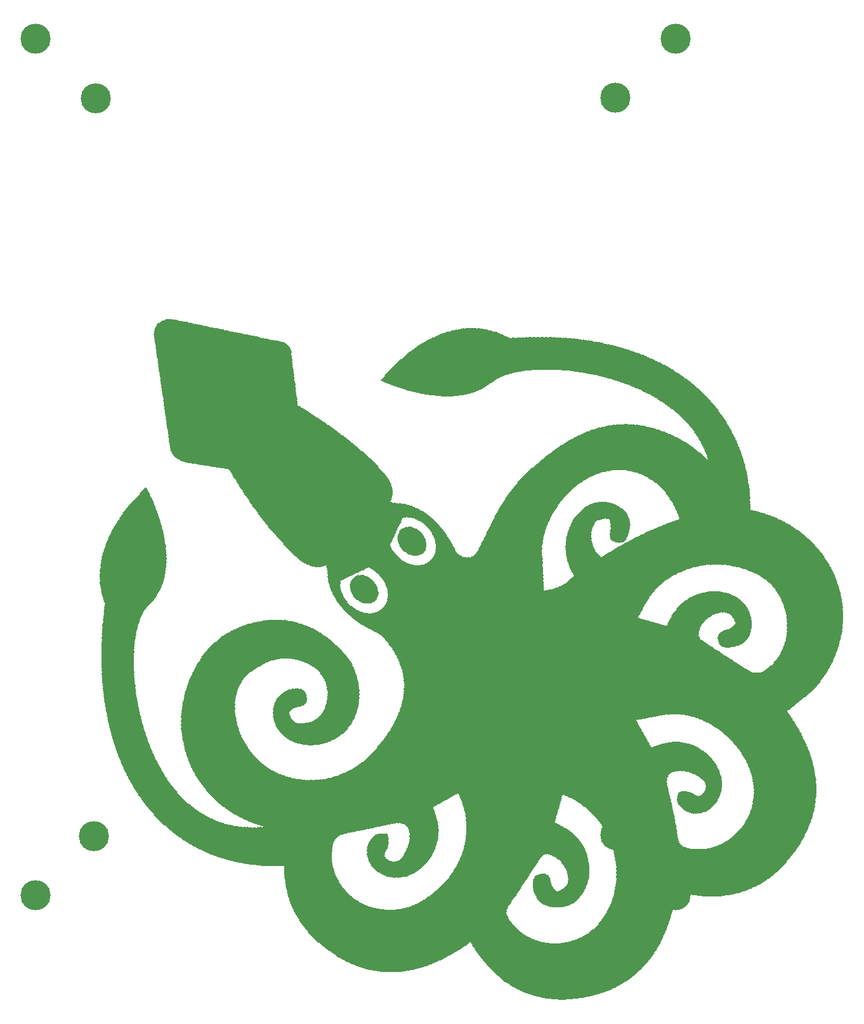
<source format=gbs>
G04*
G04 #@! TF.GenerationSoftware,Altium Limited,Altium Designer,21.0.8 (223)*
G04*
G04 Layer_Color=16711935*
%FSLAX25Y25*%
%MOIN*%
G70*
G04*
G04 #@! TF.SameCoordinates,BE5F0130-CAB9-40B4-B503-F0A0EBAF52F2*
G04*
G04*
G04 #@! TF.FilePolarity,Negative*
G04*
G01*
G75*
%ADD10C,0.15800*%
G36*
X71279Y302772D02*
X71477Y302970D01*
X71675Y302772D01*
X71872Y302970D01*
X72267Y302575D01*
X72465Y302772D01*
X72663Y302575D01*
X72860Y302772D01*
X73255Y302377D01*
X73453Y302575D01*
X73651Y302377D01*
X73848Y302575D01*
X74243Y302180D01*
X74441Y302377D01*
X74639Y302180D01*
X74836Y302377D01*
X75231Y301982D01*
X75429Y302180D01*
X75627Y301982D01*
X75824Y302180D01*
X76219Y301784D01*
X76417Y301982D01*
X76615Y301784D01*
X76812Y301982D01*
X77207Y301587D01*
X77405Y301784D01*
X77603Y301587D01*
X77800Y301784D01*
X78196Y301389D01*
X78393Y301587D01*
X78591Y301389D01*
X78788Y301587D01*
X79184Y301191D01*
X79381Y301389D01*
X79579Y301192D01*
X79776Y301389D01*
X80172Y300994D01*
X80369Y301192D01*
X80764Y300796D01*
X80962Y300994D01*
X81160Y300796D01*
X81357Y300994D01*
X81752Y300599D01*
X81950Y300796D01*
X82148Y300599D01*
X82345Y300796D01*
X82740Y300401D01*
X82938Y300599D01*
X83136Y300401D01*
X83333Y300599D01*
X83728Y300203D01*
X83926Y300401D01*
X84124Y300203D01*
X84321Y300401D01*
X84716Y300006D01*
X84914Y300203D01*
X85112Y300006D01*
X85309Y300203D01*
X85704Y299808D01*
X85902Y300006D01*
X86100Y299808D01*
X86297Y300006D01*
X86692Y299611D01*
X86890Y299808D01*
X87088Y299611D01*
X87285Y299808D01*
X87681Y299413D01*
X87878Y299611D01*
X88076Y299413D01*
X88273Y299611D01*
X88669Y299216D01*
X88866Y299413D01*
X89064Y299216D01*
X89261Y299413D01*
X89657Y299018D01*
X89854Y299216D01*
X90249Y298820D01*
X90447Y299018D01*
X90645Y298820D01*
X90842Y299018D01*
X91237Y298623D01*
X91435Y298820D01*
X91633Y298623D01*
X91830Y298820D01*
X92225Y298425D01*
X92423Y298623D01*
X92621Y298425D01*
X92818Y298623D01*
X93213Y298227D01*
X93411Y298425D01*
X93609Y298228D01*
X93806Y298425D01*
X94201Y298030D01*
X94399Y298227D01*
X94597Y298030D01*
X94794Y298228D01*
X95189Y297832D01*
X95387Y298030D01*
X95585Y297832D01*
X95782Y298030D01*
X96177Y297635D01*
X96375Y297832D01*
X96573Y297635D01*
X96770Y297832D01*
X97165Y297437D01*
X97363Y297635D01*
X97561Y297437D01*
X97758Y297635D01*
X98153Y297239D01*
X98351Y297437D01*
X98549Y297239D01*
X98746Y297437D01*
X99142Y297042D01*
X99339Y297239D01*
X99734Y296844D01*
X99932Y297042D01*
X100129Y296844D01*
X100327Y297042D01*
X100722Y296647D01*
X100920Y296844D01*
X101118Y296647D01*
X101315Y296844D01*
X101710Y296449D01*
X101908Y296647D01*
X102106Y296449D01*
X102303Y296647D01*
X102698Y296251D01*
X102896Y296449D01*
X103094Y296251D01*
X103291Y296449D01*
X103686Y296054D01*
X103884Y296251D01*
X104082Y296054D01*
X104279Y296251D01*
X104674Y295856D01*
X104872Y296054D01*
X105070Y295856D01*
X105267Y296054D01*
X105662Y295659D01*
X105860Y295856D01*
X106058Y295659D01*
X106255Y295856D01*
X106650Y295461D01*
X106848Y295659D01*
X107046Y295461D01*
X107243Y295659D01*
X107638Y295263D01*
X107836Y295461D01*
X108034Y295263D01*
X108231Y295461D01*
X108626Y295066D01*
X108824Y295263D01*
X109219Y294868D01*
X109417Y295066D01*
X109615Y294868D01*
X109812Y295066D01*
X110207Y294671D01*
X110405Y294868D01*
X110602Y294671D01*
X110800Y294868D01*
X111195Y294473D01*
X111393Y294671D01*
X111591Y294473D01*
X111788Y294671D01*
X112183Y294275D01*
X112381Y294473D01*
X112578Y294275D01*
X112776Y294473D01*
X113171Y294078D01*
X113369Y294275D01*
X113567Y294078D01*
X113764Y294275D01*
X114159Y293880D01*
X114357Y294078D01*
X114555Y293880D01*
X114752Y294078D01*
X115147Y293683D01*
X115345Y293880D01*
X115543Y293683D01*
X115740Y293880D01*
X116135Y293485D01*
X116333Y293683D01*
X116531Y293485D01*
X116728Y293683D01*
X117123Y293287D01*
X117321Y293485D01*
X117519Y293287D01*
X117716Y293485D01*
X118111Y293090D01*
X118309Y293287D01*
X118704Y292892D01*
X118902Y293090D01*
X119099Y292892D01*
X119297Y293090D01*
X119692Y292695D01*
X119890Y292892D01*
X120088Y292695D01*
X120285Y292892D01*
X120680Y292497D01*
X120878Y292695D01*
X121075Y292497D01*
X121273Y292695D01*
X121668Y292299D01*
X121866Y292497D01*
X122064Y292299D01*
X122261Y292497D01*
X122656Y292102D01*
X122854Y292299D01*
X123052Y292102D01*
X123249Y292299D01*
X123644Y291904D01*
X123842Y292102D01*
X124040Y291904D01*
X124237Y292102D01*
X124632Y291707D01*
X124830Y291904D01*
X125028Y291706D01*
X125225Y291904D01*
X125620Y291509D01*
X125818Y291707D01*
X126016Y291509D01*
X126213Y291707D01*
X126608Y291311D01*
X126806Y291509D01*
X127004Y291311D01*
X127201Y291509D01*
X127399Y291311D01*
X127596Y291509D01*
X127794Y291311D01*
X127992Y291509D01*
X128387Y291114D01*
X128585Y291311D01*
X128782Y291114D01*
X128980Y291311D01*
X129375Y290916D01*
X129572Y291114D01*
X129968Y290719D01*
X130165Y290916D01*
X130561Y290521D01*
X130758Y290719D01*
X131351Y290126D01*
X131549Y290323D01*
X133722Y288150D01*
X133525Y287952D01*
X134117Y287359D01*
X133920Y287162D01*
X134315Y286766D01*
X134117Y286569D01*
X134315Y286371D01*
X134117Y286174D01*
X134513Y285778D01*
X134315Y285581D01*
X134513Y285383D01*
X134315Y285186D01*
X134513Y284988D01*
X134315Y284790D01*
X134513Y284593D01*
X134315Y284395D01*
X134513Y284198D01*
X134315Y284000D01*
X134710Y283605D01*
X134513Y283407D01*
X134710Y283210D01*
X134513Y283012D01*
X134710Y282814D01*
X134513Y282617D01*
X134710Y282419D01*
X134513Y282222D01*
X134908Y281826D01*
X134710Y281629D01*
X134908Y281431D01*
X134710Y281234D01*
X134908Y281036D01*
X134710Y280838D01*
X135105Y280443D01*
X134908Y280245D01*
X135105Y280048D01*
X134908Y279850D01*
X135105Y279653D01*
X134908Y279455D01*
X135105Y279257D01*
X134908Y279060D01*
X135303Y278665D01*
X135105Y278467D01*
X135303Y278270D01*
X135105Y278072D01*
X135303Y277874D01*
X135105Y277677D01*
X135303Y277479D01*
X135105Y277281D01*
X135501Y276886D01*
X135303Y276689D01*
X135501Y276491D01*
X135303Y276293D01*
X135501Y276096D01*
X135303Y275898D01*
X135698Y275503D01*
X135501Y275305D01*
X135698Y275108D01*
X135501Y274910D01*
X135698Y274713D01*
X135501Y274515D01*
X135698Y274317D01*
X135501Y274120D01*
X135896Y273725D01*
X135698Y273527D01*
X135896Y273329D01*
X135698Y273132D01*
X135896Y272934D01*
X135698Y272737D01*
X136093Y272341D01*
X135896Y272144D01*
X136093Y271946D01*
X135896Y271749D01*
X136093Y271551D01*
X135896Y271353D01*
X136093Y271156D01*
X135896Y270958D01*
X136291Y270563D01*
X136093Y270365D01*
X136291Y270168D01*
X136093Y269970D01*
X136291Y269773D01*
X136093Y269575D01*
X136489Y269180D01*
X136291Y268982D01*
X136489Y268784D01*
X136291Y268587D01*
X136489Y268389D01*
X136291Y268192D01*
X136489Y267994D01*
X136291Y267796D01*
X136686Y267401D01*
X136489Y267204D01*
X136686Y267006D01*
X136489Y266809D01*
X136686Y266611D01*
X136489Y266413D01*
X136884Y266018D01*
X136686Y265821D01*
X136884Y265623D01*
X136686Y265425D01*
X136884Y265228D01*
X136686Y265030D01*
X136884Y264832D01*
X136686Y264635D01*
X137082Y264240D01*
X136884Y264042D01*
X137082Y263844D01*
X136884Y263647D01*
X137081Y263449D01*
X136884Y263252D01*
X137279Y262856D01*
X137082Y262659D01*
X137279Y262461D01*
X137081Y262264D01*
X137279Y262066D01*
X137081Y261868D01*
X137279Y261671D01*
X137081Y261473D01*
X137477Y261078D01*
X137279Y260880D01*
X137477Y260683D01*
X137279Y260485D01*
X137477Y260287D01*
X137279Y260090D01*
X137674Y259695D01*
X137477Y259497D01*
X137674Y259299D01*
X137477Y259102D01*
X137674Y258904D01*
X137477Y258707D01*
X137674Y258509D01*
X137477Y258312D01*
X137872Y257916D01*
X137674Y257719D01*
X138267Y257126D01*
X138465Y257324D01*
X139255Y256533D01*
X139453Y256731D01*
X140243Y255940D01*
X140441Y256138D01*
X141231Y255347D01*
X141429Y255545D01*
X142219Y254755D01*
X142417Y254952D01*
X143207Y254162D01*
X143405Y254359D01*
X144393Y253371D01*
X144590Y253569D01*
X145578Y252581D01*
X145776Y252779D01*
X146566Y251988D01*
X146764Y252186D01*
X147752Y251198D01*
X147950Y251395D01*
X148938Y250407D01*
X149135Y250605D01*
X150123Y249617D01*
X150321Y249815D01*
X151309Y248827D01*
X151506Y249024D01*
X152495Y248036D01*
X152692Y248234D01*
X153680Y247246D01*
X153878Y247443D01*
X155063Y246258D01*
X155261Y246455D01*
X156447Y245270D01*
X156644Y245467D01*
X157830Y244282D01*
X158028Y244479D01*
X159411Y243096D01*
X159608Y243294D01*
X160992Y241910D01*
X161189Y242108D01*
X162572Y240725D01*
X162770Y240922D01*
X164351Y239341D01*
X164548Y239539D01*
X166327Y237761D01*
X166524Y237958D01*
X168500Y235982D01*
X168698Y236180D01*
X171267Y233611D01*
X171465Y233809D01*
X175812Y229461D01*
X176009Y229659D01*
X180159Y225509D01*
X179962Y225312D01*
X184111Y221162D01*
X183914Y220964D01*
X185099Y219779D01*
X184901Y219581D01*
X185692Y218791D01*
X185494Y218593D01*
X186087Y218000D01*
X185890Y217803D01*
X186482Y217210D01*
X186285Y217012D01*
X186878Y216420D01*
X186680Y216222D01*
X187075Y215827D01*
X186878Y215629D01*
X187273Y215234D01*
X187075Y215036D01*
X187273Y214839D01*
X187075Y214641D01*
X187470Y214246D01*
X187273Y214048D01*
X187470Y213851D01*
X187273Y213653D01*
X187668Y213258D01*
X187470Y213060D01*
X187668Y212863D01*
X187470Y212665D01*
X187668Y212467D01*
X187470Y212270D01*
X187668Y212072D01*
X187470Y211875D01*
X187668Y211677D01*
X187470Y211479D01*
X187668Y211282D01*
X187470Y211084D01*
X187668Y210887D01*
X187470Y210689D01*
X187668Y210491D01*
X187273Y210096D01*
X187470Y209899D01*
X187273Y209701D01*
X187470Y209503D01*
X187075Y209108D01*
X187273Y208911D01*
X186878Y208515D01*
X187075Y208318D01*
X186680Y207923D01*
X186878Y207725D01*
X186285Y207132D01*
X186482Y206934D01*
X186285Y206737D01*
X186482Y206539D01*
X186680Y206737D01*
X186878Y206539D01*
X187075Y206737D01*
X187470Y206342D01*
X187668Y206539D01*
X188063Y206144D01*
X188261Y206342D01*
X188458Y206144D01*
X188656Y206342D01*
X188854Y206144D01*
X189051Y206342D01*
X189446Y205946D01*
X189644Y206144D01*
X189842Y205946D01*
X190039Y206144D01*
X190237Y205946D01*
X190434Y206144D01*
X190632Y205946D01*
X190830Y206144D01*
X191027Y205946D01*
X191225Y206144D01*
X191422Y205946D01*
X191620Y206144D01*
X191818Y205946D01*
X192015Y206144D01*
X192411Y205749D01*
X192608Y205946D01*
X192806Y205749D01*
X193003Y205946D01*
X193201Y205749D01*
X193398Y205946D01*
X193596Y205749D01*
X193794Y205946D01*
X194189Y205551D01*
X194387Y205749D01*
X194782Y205354D01*
X194979Y205551D01*
X195177Y205354D01*
X195375Y205551D01*
X195770Y205156D01*
X195967Y205354D01*
X196363Y204958D01*
X196560Y205156D01*
X196955Y204761D01*
X197153Y204959D01*
X197548Y204563D01*
X197746Y204761D01*
X198141Y204366D01*
X198339Y204563D01*
X198734Y204168D01*
X198931Y204366D01*
X199524Y203773D01*
X199722Y203971D01*
X200117Y203575D01*
X200315Y203773D01*
X200907Y203180D01*
X201105Y203378D01*
X201698Y202785D01*
X201895Y202982D01*
X202686Y202192D01*
X202884Y202390D01*
X203674Y201599D01*
X203871Y201797D01*
X204859Y200809D01*
X205057Y201006D01*
X206243Y199821D01*
X206440Y200018D01*
X208219Y198240D01*
X208416Y198438D01*
X212566Y194288D01*
X212368Y194090D01*
X214345Y192114D01*
X214147Y191917D01*
X215530Y190533D01*
X215333Y190336D01*
X216321Y189348D01*
X216123Y189150D01*
X217111Y188162D01*
X216913Y187965D01*
X217704Y187174D01*
X217506Y186977D01*
X218297Y186186D01*
X218099Y185988D01*
X218692Y185396D01*
X218494Y185198D01*
X219285Y184408D01*
X219087Y184210D01*
X219680Y183617D01*
X219482Y183420D01*
X220075Y182827D01*
X219878Y182629D01*
X220470Y182036D01*
X220273Y181839D01*
X220866Y181246D01*
X220668Y181048D01*
X221458Y180258D01*
X221261Y180060D01*
X222051Y179270D01*
X222249Y179467D01*
X223039Y178677D01*
X223237Y178875D01*
X223830Y178282D01*
X224027Y178480D01*
X224620Y177887D01*
X224817Y178084D01*
X225213Y177689D01*
X225410Y177887D01*
X225806Y177491D01*
X226003Y177689D01*
X226201Y177491D01*
X226398Y177689D01*
X226596Y177491D01*
X226794Y177689D01*
X226991Y177491D01*
X227189Y177689D01*
X227386Y177491D01*
X227584Y177689D01*
X227782Y177491D01*
X227979Y177689D01*
X228177Y177491D01*
X228572Y177887D01*
X228770Y177689D01*
X229362Y178282D01*
X229560Y178084D01*
X231734Y180258D01*
X231536Y180456D01*
X232524Y181444D01*
X232327Y181641D01*
X232919Y182234D01*
X232722Y182432D01*
X233315Y183024D01*
X233117Y183222D01*
X233907Y184012D01*
X233710Y184210D01*
X234303Y184803D01*
X234105Y185001D01*
X234698Y185593D01*
X234500Y185791D01*
X235093Y186384D01*
X234895Y186581D01*
X235488Y187174D01*
X235291Y187372D01*
X235883Y187965D01*
X235686Y188162D01*
X236279Y188755D01*
X236081Y188953D01*
X236476Y189348D01*
X236279Y189545D01*
X236871Y190138D01*
X236674Y190336D01*
X237267Y190929D01*
X237069Y191126D01*
X237662Y191719D01*
X237464Y191917D01*
X238057Y192509D01*
X237859Y192707D01*
X238452Y193300D01*
X238255Y193498D01*
X238847Y194090D01*
X238650Y194288D01*
X239243Y194881D01*
X239045Y195078D01*
X239638Y195671D01*
X239440Y195869D01*
X240033Y196461D01*
X239835Y196659D01*
X240428Y197252D01*
X240231Y197450D01*
X240824Y198042D01*
X240626Y198240D01*
X241219Y198833D01*
X241021Y199030D01*
X241614Y199623D01*
X241416Y199821D01*
X242207Y200611D01*
X242009Y200809D01*
X242602Y201402D01*
X242404Y201599D01*
X243195Y202390D01*
X242997Y202587D01*
X243788Y203378D01*
X243590Y203575D01*
X244380Y204366D01*
X244183Y204563D01*
X244973Y205354D01*
X244776Y205551D01*
X245566Y206342D01*
X245368Y206539D01*
X246159Y207330D01*
X245961Y207527D01*
X246949Y208515D01*
X246752Y208713D01*
X247740Y209701D01*
X247542Y209898D01*
X248728Y211084D01*
X248530Y211282D01*
X249913Y212665D01*
X249716Y212863D01*
X251296Y214443D01*
X251099Y214641D01*
X253273Y216815D01*
X253075Y217012D01*
X260979Y224916D01*
X261177Y224719D01*
X263153Y226695D01*
X263350Y226497D01*
X266117Y229264D01*
X266314Y229066D01*
X268290Y231042D01*
X268488Y230845D01*
X270069Y232425D01*
X270266Y232228D01*
X271847Y233809D01*
X272045Y233611D01*
X273231Y234797D01*
X273428Y234599D01*
X274416Y235587D01*
X274614Y235389D01*
X275799Y236575D01*
X275997Y236377D01*
X276787Y237168D01*
X276985Y236970D01*
X277973Y237958D01*
X278171Y237761D01*
X278961Y238551D01*
X279159Y238353D01*
X279949Y239144D01*
X280147Y238946D01*
X280739Y239539D01*
X280937Y239341D01*
X281727Y240132D01*
X281925Y239934D01*
X282518Y240527D01*
X282716Y240330D01*
X283308Y240922D01*
X283506Y240725D01*
X284099Y241318D01*
X284296Y241120D01*
X284889Y241713D01*
X285087Y241515D01*
X285680Y242108D01*
X285877Y241910D01*
X286470Y242503D01*
X286667Y242306D01*
X287063Y242701D01*
X287260Y242503D01*
X287853Y243096D01*
X288051Y242898D01*
X288446Y243294D01*
X288644Y243096D01*
X289236Y243689D01*
X289434Y243491D01*
X289829Y243886D01*
X290027Y243689D01*
X290422Y244084D01*
X290620Y243886D01*
X291212Y244479D01*
X291410Y244282D01*
X291805Y244677D01*
X292003Y244479D01*
X292398Y244874D01*
X292596Y244677D01*
X292991Y245072D01*
X293189Y244875D01*
X293584Y245270D01*
X293781Y245072D01*
X293979Y245270D01*
X294177Y245072D01*
X294572Y245467D01*
X294769Y245270D01*
X295164Y245665D01*
X295362Y245467D01*
X295757Y245862D01*
X295955Y245665D01*
X296350Y246060D01*
X296548Y245863D01*
X296745Y246060D01*
X296943Y245862D01*
X297338Y246258D01*
X297536Y246060D01*
X297931Y246455D01*
X298129Y246258D01*
X298326Y246455D01*
X298524Y246258D01*
X298919Y246653D01*
X299117Y246455D01*
X299314Y246653D01*
X299512Y246455D01*
X299907Y246850D01*
X300105Y246653D01*
X300302Y246850D01*
X300500Y246653D01*
X300895Y247048D01*
X301093Y246850D01*
X301290Y247048D01*
X301488Y246850D01*
X301685Y247048D01*
X301883Y246850D01*
X302278Y247246D01*
X302476Y247048D01*
X302674Y247246D01*
X302871Y247048D01*
X303069Y247246D01*
X303266Y247048D01*
X303661Y247443D01*
X303859Y247246D01*
X304057Y247443D01*
X304254Y247246D01*
X304452Y247443D01*
X304649Y247246D01*
X304847Y247443D01*
X305045Y247246D01*
X305440Y247641D01*
X305638Y247443D01*
X305835Y247641D01*
X306033Y247443D01*
X306230Y247641D01*
X306428Y247443D01*
X306626Y247641D01*
X306823Y247443D01*
X307021Y247641D01*
X307218Y247443D01*
X307416Y247641D01*
X307614Y247443D01*
X307811Y247641D01*
X308009Y247443D01*
X308206Y247641D01*
X308404Y247443D01*
X308602Y247641D01*
X308799Y247443D01*
X309194Y247838D01*
X309392Y247641D01*
X309590Y247838D01*
X309787Y247641D01*
X309985Y247838D01*
X310182Y247641D01*
X310380Y247838D01*
X310578Y247641D01*
X310775Y247838D01*
X311170Y247443D01*
X311368Y247641D01*
X311566Y247443D01*
X311763Y247641D01*
X311961Y247443D01*
X312158Y247641D01*
X312356Y247443D01*
X312554Y247641D01*
X312751Y247443D01*
X312949Y247641D01*
X313146Y247443D01*
X313344Y247641D01*
X313542Y247443D01*
X313739Y247641D01*
X313937Y247443D01*
X314135Y247641D01*
X314332Y247443D01*
X314530Y247641D01*
X314925Y247246D01*
X315123Y247443D01*
X315320Y247246D01*
X315518Y247443D01*
X315715Y247246D01*
X315913Y247443D01*
X316110Y247246D01*
X316308Y247443D01*
X316703Y247048D01*
X316901Y247246D01*
X317099Y247048D01*
X317296Y247246D01*
X317494Y247048D01*
X317691Y247246D01*
X318087Y246850D01*
X318284Y247048D01*
X318482Y246850D01*
X318679Y247048D01*
X319075Y246653D01*
X319272Y246850D01*
X319470Y246653D01*
X319668Y246850D01*
X319865Y246653D01*
X320063Y246850D01*
X320458Y246455D01*
X320655Y246653D01*
X320853Y246455D01*
X321051Y246653D01*
X321446Y246258D01*
X321643Y246455D01*
X322039Y246060D01*
X322236Y246258D01*
X322434Y246060D01*
X322631Y246258D01*
X323027Y245862D01*
X323224Y246060D01*
X323620Y245665D01*
X323817Y245862D01*
X324015Y245665D01*
X324212Y245862D01*
X324607Y245467D01*
X324805Y245665D01*
X325200Y245270D01*
X325398Y245467D01*
X325793Y245072D01*
X325991Y245270D01*
X326386Y244875D01*
X326584Y245072D01*
X326979Y244677D01*
X327176Y244875D01*
X327572Y244479D01*
X327769Y244677D01*
X328164Y244282D01*
X328362Y244479D01*
X328757Y244084D01*
X328955Y244282D01*
X329350Y243886D01*
X329548Y244084D01*
X329943Y243689D01*
X330140Y243886D01*
X330536Y243491D01*
X330733Y243689D01*
X331326Y243096D01*
X331524Y243294D01*
X331919Y242898D01*
X332116Y243096D01*
X332709Y242503D01*
X332907Y242701D01*
X333302Y242306D01*
X333500Y242503D01*
X334092Y241910D01*
X334290Y242108D01*
X334883Y241515D01*
X335081Y241713D01*
X335476Y241318D01*
X335673Y241515D01*
X336266Y240922D01*
X336464Y241120D01*
X337056Y240527D01*
X337254Y240725D01*
X338045Y239934D01*
X338242Y240132D01*
X338835Y239539D01*
X339033Y239737D01*
X339823Y238946D01*
X340021Y239144D01*
X340613Y238551D01*
X340811Y238749D01*
X341601Y237958D01*
X341799Y238156D01*
X342787Y237168D01*
X342985Y237366D01*
X343973Y236378D01*
X344170Y236575D01*
X345158Y235587D01*
X345356Y235785D01*
X346739Y234401D01*
X346937Y234599D01*
X348715Y232821D01*
X348913Y233018D01*
X353260Y228671D01*
X353458Y228869D01*
X353062Y229264D01*
X353260Y229461D01*
X352865Y229856D01*
X353063Y230054D01*
X352865Y230252D01*
X353063Y230449D01*
X352667Y230845D01*
X352865Y231042D01*
X352272Y231635D01*
X352470Y231833D01*
X352074Y232228D01*
X352272Y232425D01*
X351877Y232821D01*
X352074Y233018D01*
X351482Y233611D01*
X351679Y233809D01*
X351284Y234204D01*
X351482Y234401D01*
X350889Y234994D01*
X351086Y235192D01*
X350691Y235587D01*
X350889Y235785D01*
X350296Y236377D01*
X350494Y236575D01*
X349901Y237168D01*
X350098Y237366D01*
X349308Y238156D01*
X349506Y238353D01*
X348913Y238946D01*
X349110Y239144D01*
X348320Y239934D01*
X348517Y240132D01*
X347727Y240922D01*
X347925Y241120D01*
X346937Y242108D01*
X347134Y242306D01*
X345949Y243491D01*
X346146Y243689D01*
X344961Y244875D01*
X345158Y245072D01*
X343182Y247048D01*
X343380Y247246D01*
X336859Y253767D01*
X336661Y253569D01*
X334488Y255743D01*
X334290Y255545D01*
X332907Y256928D01*
X332709Y256731D01*
X331326Y258114D01*
X331128Y257916D01*
X330140Y258904D01*
X329943Y258707D01*
X328955Y259695D01*
X328757Y259497D01*
X327769Y260485D01*
X327572Y260288D01*
X326781Y261078D01*
X326584Y260880D01*
X325793Y261671D01*
X325595Y261473D01*
X324805Y262264D01*
X324607Y262066D01*
X324015Y262659D01*
X323817Y262461D01*
X323027Y263252D01*
X322829Y263054D01*
X322236Y263647D01*
X322039Y263449D01*
X321446Y264042D01*
X321248Y263844D01*
X320655Y264437D01*
X320458Y264240D01*
X319865Y264832D01*
X319667Y264635D01*
X319075Y265228D01*
X318877Y265030D01*
X318284Y265623D01*
X318087Y265425D01*
X317494Y266018D01*
X317296Y265820D01*
X316901Y266216D01*
X316703Y266018D01*
X316110Y266611D01*
X315913Y266413D01*
X315518Y266808D01*
X315320Y266611D01*
X314727Y267204D01*
X314530Y267006D01*
X314135Y267401D01*
X313937Y267204D01*
X313344Y267796D01*
X313146Y267599D01*
X312751Y267994D01*
X312554Y267796D01*
X312158Y268192D01*
X311961Y267994D01*
X311368Y268587D01*
X311171Y268389D01*
X310775Y268784D01*
X310578Y268587D01*
X310182Y268982D01*
X309985Y268784D01*
X309590Y269180D01*
X309392Y268982D01*
X308997Y269377D01*
X308799Y269180D01*
X308404Y269575D01*
X308206Y269377D01*
X307811Y269773D01*
X307613Y269575D01*
X307218Y269970D01*
X307021Y269773D01*
X306428Y270365D01*
X306230Y270168D01*
X306033Y270365D01*
X305835Y270168D01*
X305440Y270563D01*
X305242Y270365D01*
X304847Y270761D01*
X304649Y270563D01*
X304254Y270958D01*
X304057Y270760D01*
X303661Y271156D01*
X303464Y270958D01*
X303069Y271353D01*
X302871Y271156D01*
X302476Y271551D01*
X302278Y271353D01*
X301883Y271749D01*
X301685Y271551D01*
X301488Y271749D01*
X301290Y271551D01*
X300895Y271946D01*
X300697Y271749D01*
X300302Y272144D01*
X300105Y271946D01*
X299710Y272341D01*
X299512Y272144D01*
X299314Y272341D01*
X299117Y272144D01*
X298721Y272539D01*
X298524Y272341D01*
X298129Y272737D01*
X297931Y272539D01*
X297733Y272737D01*
X297536Y272539D01*
X297141Y272934D01*
X296943Y272737D01*
X296548Y273132D01*
X296350Y272934D01*
X296153Y273132D01*
X295955Y272934D01*
X295560Y273329D01*
X295362Y273132D01*
X294967Y273527D01*
X294769Y273329D01*
X294572Y273527D01*
X294374Y273329D01*
X293979Y273725D01*
X293781Y273527D01*
X293584Y273725D01*
X293386Y273527D01*
X292991Y273922D01*
X292793Y273725D01*
X292596Y273922D01*
X292398Y273725D01*
X292003Y274120D01*
X291805Y273922D01*
X291608Y274120D01*
X291410Y273922D01*
X291015Y274317D01*
X290817Y274120D01*
X290620Y274317D01*
X290422Y274120D01*
X290027Y274515D01*
X289829Y274317D01*
X289632Y274515D01*
X289434Y274317D01*
X289039Y274713D01*
X288841Y274515D01*
X288644Y274713D01*
X288446Y274515D01*
X288248Y274713D01*
X288051Y274515D01*
X287656Y274910D01*
X287458Y274713D01*
X287260Y274910D01*
X287063Y274713D01*
X286668Y275108D01*
X286470Y274910D01*
X286272Y275108D01*
X286075Y274910D01*
X285877Y275108D01*
X285680Y274910D01*
X285284Y275306D01*
X285087Y275108D01*
X284889Y275305D01*
X284692Y275108D01*
X284494Y275305D01*
X284296Y275108D01*
X283901Y275503D01*
X283703Y275305D01*
X283506Y275503D01*
X283308Y275305D01*
X283111Y275503D01*
X282913Y275305D01*
X282518Y275701D01*
X282320Y275503D01*
X282123Y275701D01*
X281925Y275503D01*
X281727Y275701D01*
X281530Y275503D01*
X281332Y275701D01*
X281135Y275503D01*
X280739Y275898D01*
X280542Y275701D01*
X280344Y275898D01*
X280147Y275701D01*
X279949Y275898D01*
X279751Y275701D01*
X279554Y275898D01*
X279356Y275701D01*
X278961Y276096D01*
X278763Y275898D01*
X278566Y276096D01*
X278368Y275898D01*
X278170Y276096D01*
X277973Y275898D01*
X277775Y276096D01*
X277578Y275898D01*
X277380Y276096D01*
X277183Y275898D01*
X276985Y276096D01*
X276787Y275898D01*
X276392Y276293D01*
X276195Y276096D01*
X275997Y276293D01*
X275799Y276096D01*
X275602Y276293D01*
X275404Y276096D01*
X275207Y276293D01*
X275009Y276096D01*
X274811Y276293D01*
X274614Y276096D01*
X274416Y276293D01*
X274219Y276096D01*
X274021Y276293D01*
X273823Y276096D01*
X273626Y276293D01*
X273428Y276096D01*
X273033Y276491D01*
X272835Y276293D01*
X272638Y276491D01*
X272440Y276293D01*
X272242Y276491D01*
X272045Y276293D01*
X271847Y276491D01*
X271650Y276293D01*
X271452Y276491D01*
X271254Y276293D01*
X271057Y276491D01*
X270859Y276293D01*
X270662Y276491D01*
X270464Y276293D01*
X270266Y276491D01*
X270069Y276293D01*
X269871Y276491D01*
X269674Y276293D01*
X269476Y276491D01*
X269278Y276293D01*
X269081Y276491D01*
X268883Y276293D01*
X268686Y276491D01*
X268488Y276293D01*
X268290Y276491D01*
X268093Y276293D01*
X267895Y276491D01*
X267698Y276293D01*
X267500Y276491D01*
X267302Y276293D01*
X267105Y276491D01*
X266907Y276293D01*
X266710Y276491D01*
X266512Y276293D01*
X266314Y276491D01*
X266117Y276293D01*
X265919Y276491D01*
X265722Y276293D01*
X265524Y276491D01*
X265326Y276293D01*
X265129Y276491D01*
X264931Y276293D01*
X264734Y276491D01*
X264536Y276293D01*
X264338Y276491D01*
X264141Y276293D01*
X263943Y276491D01*
X263745Y276293D01*
X263548Y276491D01*
X263153Y276096D01*
X262955Y276293D01*
X262757Y276096D01*
X262560Y276293D01*
X262362Y276096D01*
X262165Y276293D01*
X261967Y276096D01*
X261770Y276293D01*
X261572Y276096D01*
X261374Y276293D01*
X261177Y276096D01*
X260979Y276293D01*
X260781Y276096D01*
X260584Y276293D01*
X260189Y275898D01*
X259991Y276096D01*
X259793Y275898D01*
X259596Y276096D01*
X259398Y275898D01*
X259201Y276096D01*
X259003Y275898D01*
X258805Y276096D01*
X258608Y275898D01*
X258410Y276096D01*
X258015Y275701D01*
X257817Y275898D01*
X257620Y275701D01*
X257422Y275898D01*
X257225Y275701D01*
X257027Y275898D01*
X256632Y275503D01*
X256434Y275701D01*
X256237Y275503D01*
X256039Y275701D01*
X255841Y275503D01*
X255644Y275701D01*
X255248Y275305D01*
X255051Y275503D01*
X254853Y275305D01*
X254656Y275503D01*
X254458Y275306D01*
X254261Y275503D01*
X253865Y275108D01*
X253668Y275305D01*
X253470Y275108D01*
X253273Y275306D01*
X252877Y274910D01*
X252680Y275108D01*
X252482Y274910D01*
X252285Y275108D01*
X251889Y274713D01*
X251692Y274910D01*
X251494Y274713D01*
X251296Y274910D01*
X250901Y274515D01*
X250704Y274713D01*
X250308Y274317D01*
X250111Y274515D01*
X249913Y274317D01*
X249716Y274515D01*
X249321Y274120D01*
X249123Y274317D01*
X248728Y273922D01*
X248530Y274120D01*
X248135Y273725D01*
X247937Y273922D01*
X247542Y273527D01*
X247344Y273725D01*
X246949Y273329D01*
X246752Y273527D01*
X246356Y273132D01*
X246159Y273329D01*
X245763Y272934D01*
X245566Y273132D01*
X244973Y272539D01*
X244776Y272737D01*
X244380Y272341D01*
X244183Y272539D01*
X243590Y271946D01*
X243392Y272144D01*
X242799Y271551D01*
X242602Y271749D01*
X241811Y270958D01*
X241614Y271156D01*
X240428Y269970D01*
X240231Y270168D01*
X239243Y269180D01*
X239045Y269377D01*
X237662Y267994D01*
X237464Y268192D01*
X236674Y267401D01*
X236476Y267599D01*
X235686Y266808D01*
X235488Y267006D01*
X234698Y266216D01*
X234500Y266413D01*
X233907Y265820D01*
X233710Y266018D01*
X233314Y265623D01*
X233117Y265820D01*
X232524Y265228D01*
X232327Y265425D01*
X231931Y265030D01*
X231734Y265228D01*
X231141Y264635D01*
X230943Y264832D01*
X230548Y264437D01*
X230350Y264635D01*
X229955Y264240D01*
X229758Y264437D01*
X229362Y264042D01*
X229165Y264240D01*
X228770Y263844D01*
X228572Y264042D01*
X228374Y263844D01*
X228177Y264042D01*
X227782Y263647D01*
X227584Y263844D01*
X227189Y263449D01*
X226991Y263647D01*
X226794Y263449D01*
X226596Y263647D01*
X226201Y263252D01*
X226003Y263449D01*
X225608Y263054D01*
X225410Y263252D01*
X225213Y263054D01*
X225015Y263252D01*
X224620Y262856D01*
X224422Y263054D01*
X224225Y262856D01*
X224027Y263054D01*
X223830Y262856D01*
X223632Y263054D01*
X223237Y262659D01*
X223039Y262856D01*
X222842Y262659D01*
X222644Y262856D01*
X222446Y262659D01*
X222249Y262856D01*
X221853Y262461D01*
X221656Y262659D01*
X221458Y262461D01*
X221261Y262659D01*
X221063Y262461D01*
X220866Y262659D01*
X220668Y262461D01*
X220470Y262659D01*
X220273Y262461D01*
X220075Y262659D01*
X219680Y262263D01*
X219482Y262461D01*
X219285Y262264D01*
X219087Y262461D01*
X218889Y262264D01*
X218692Y262461D01*
X218494Y262264D01*
X218297Y262461D01*
X218099Y262264D01*
X217901Y262461D01*
X217704Y262264D01*
X217506Y262461D01*
X217309Y262264D01*
X217111Y262461D01*
X216913Y262263D01*
X216716Y262461D01*
X216518Y262264D01*
X216321Y262461D01*
X216123Y262264D01*
X215925Y262461D01*
X215728Y262263D01*
X215530Y262461D01*
X215333Y262264D01*
X215135Y262461D01*
X214937Y262264D01*
X214740Y262461D01*
X214542Y262263D01*
X214345Y262461D01*
X214147Y262264D01*
X213949Y262461D01*
X213752Y262264D01*
X213554Y262461D01*
X213356Y262263D01*
X213159Y262461D01*
X212961Y262264D01*
X212566Y262659D01*
X212368Y262461D01*
X212171Y262659D01*
X211973Y262461D01*
X211776Y262659D01*
X211578Y262461D01*
X211381Y262659D01*
X211183Y262461D01*
X210985Y262659D01*
X210788Y262461D01*
X210590Y262659D01*
X210392Y262461D01*
X209997Y262856D01*
X209800Y262659D01*
X209602Y262856D01*
X209404Y262659D01*
X209207Y262856D01*
X209009Y262659D01*
X208812Y262856D01*
X208614Y262659D01*
X208219Y263054D01*
X208021Y262856D01*
X207824Y263054D01*
X207626Y262856D01*
X207428Y263054D01*
X207231Y262856D01*
X207033Y263054D01*
X206836Y262856D01*
X206440Y263252D01*
X206243Y263054D01*
X206045Y263252D01*
X205848Y263054D01*
X205452Y263449D01*
X205255Y263252D01*
X205057Y263449D01*
X204860Y263252D01*
X204662Y263449D01*
X204464Y263252D01*
X204069Y263647D01*
X203872Y263449D01*
X203674Y263647D01*
X203476Y263449D01*
X203081Y263844D01*
X202884Y263647D01*
X202686Y263844D01*
X202488Y263647D01*
X202093Y264042D01*
X201895Y263844D01*
X201698Y264042D01*
X201500Y263844D01*
X201105Y264240D01*
X200907Y264042D01*
X200710Y264240D01*
X200512Y264042D01*
X200117Y264437D01*
X199919Y264240D01*
X199524Y264635D01*
X199327Y264437D01*
X199129Y264635D01*
X198932Y264437D01*
X198536Y264832D01*
X198339Y264635D01*
X197943Y265030D01*
X197746Y264832D01*
X197548Y265030D01*
X197351Y264832D01*
X196955Y265228D01*
X196758Y265030D01*
X196363Y265425D01*
X196165Y265228D01*
X195967Y265425D01*
X195770Y265228D01*
X195375Y265623D01*
X195177Y265425D01*
X194782Y265820D01*
X194584Y265623D01*
X194189Y266018D01*
X193991Y265820D01*
X193596Y266216D01*
X193398Y266018D01*
X193003Y266413D01*
X192806Y266216D01*
X192411Y266611D01*
X192213Y266413D01*
X191818Y266809D01*
X191620Y266611D01*
X191225Y267006D01*
X191027Y266808D01*
X190830Y267006D01*
X190632Y266808D01*
X190237Y267204D01*
X190039Y267006D01*
X189446Y267599D01*
X189249Y267401D01*
X188854Y267796D01*
X188656Y267599D01*
X188261Y267994D01*
X188063Y267796D01*
X187668Y268192D01*
X187470Y267994D01*
X187075Y268389D01*
X186878Y268192D01*
X186482Y268587D01*
X186285Y268389D01*
X185692Y268982D01*
X185494Y268784D01*
X185099Y269180D01*
X184901Y268982D01*
X184506Y269377D01*
X184309Y269180D01*
X183716Y269773D01*
X183518Y269575D01*
X183123Y269970D01*
X182925Y269773D01*
X182333Y270365D01*
X182135Y270168D01*
X181740Y270563D01*
X181542Y270365D01*
X181147Y270761D01*
X183518Y273132D01*
X183321Y273329D01*
X191818Y281826D01*
X192015Y281629D01*
X194584Y284198D01*
X194782Y284000D01*
X196560Y285778D01*
X196758Y285581D01*
X198141Y286964D01*
X198339Y286766D01*
X199524Y287952D01*
X199722Y287754D01*
X200907Y288940D01*
X201105Y288742D01*
X201895Y289533D01*
X202093Y289335D01*
X203081Y290323D01*
X203279Y290126D01*
X204069Y290916D01*
X204267Y290719D01*
X204859Y291311D01*
X205057Y291114D01*
X205848Y291904D01*
X206045Y291707D01*
X206638Y292299D01*
X206836Y292102D01*
X207428Y292694D01*
X207626Y292497D01*
X208219Y293090D01*
X208416Y292892D01*
X209009Y293485D01*
X209207Y293287D01*
X209800Y293880D01*
X209997Y293683D01*
X210392Y294078D01*
X210590Y293880D01*
X211183Y294473D01*
X211381Y294275D01*
X211776Y294671D01*
X211973Y294473D01*
X212566Y295066D01*
X212764Y294868D01*
X213159Y295263D01*
X213356Y295066D01*
X213752Y295461D01*
X213949Y295263D01*
X214345Y295659D01*
X214542Y295461D01*
X214937Y295856D01*
X215135Y295659D01*
X215530Y296054D01*
X215728Y295856D01*
X216123Y296251D01*
X216321Y296054D01*
X216716Y296449D01*
X216913Y296252D01*
X217111Y296449D01*
X217309Y296251D01*
X217704Y296647D01*
X217901Y296449D01*
X218297Y296844D01*
X218494Y296647D01*
X218889Y297042D01*
X219087Y296844D01*
X219285Y297042D01*
X219482Y296844D01*
X219878Y297239D01*
X220075Y297042D01*
X220273Y297239D01*
X220470Y297042D01*
X220866Y297437D01*
X221063Y297239D01*
X221261Y297437D01*
X221458Y297239D01*
X221853Y297635D01*
X222051Y297437D01*
X222249Y297635D01*
X222446Y297437D01*
X222644Y297635D01*
X222842Y297437D01*
X223237Y297832D01*
X223434Y297635D01*
X223632Y297832D01*
X223830Y297635D01*
X224027Y297832D01*
X224225Y297635D01*
X224620Y298030D01*
X224817Y297832D01*
X225015Y298030D01*
X225213Y297832D01*
X225410Y298030D01*
X225608Y297832D01*
X225806Y298030D01*
X226003Y297832D01*
X226201Y298030D01*
X226398Y297832D01*
X226794Y298228D01*
X226991Y298030D01*
X227189Y298227D01*
X227386Y298030D01*
X227584Y298227D01*
X227782Y298030D01*
X227979Y298228D01*
X228177Y298030D01*
X228374Y298228D01*
X228572Y298030D01*
X228770Y298227D01*
X228967Y298030D01*
X229165Y298228D01*
X229363Y298030D01*
X229560Y298228D01*
X229758Y298030D01*
X229955Y298227D01*
X230153Y298030D01*
X230350Y298228D01*
X230548Y298030D01*
X230746Y298228D01*
X230943Y298030D01*
X231141Y298228D01*
X231536Y297832D01*
X231734Y298030D01*
X231931Y297832D01*
X232129Y298030D01*
X232327Y297832D01*
X232524Y298030D01*
X232722Y297832D01*
X232919Y298030D01*
X233117Y297832D01*
X233314Y298030D01*
X233710Y297635D01*
X233907Y297832D01*
X234105Y297635D01*
X234303Y297832D01*
X234500Y297635D01*
X234698Y297832D01*
X234895Y297635D01*
X235093Y297832D01*
X235488Y297437D01*
X235686Y297635D01*
X235883Y297437D01*
X236081Y297635D01*
X236476Y297239D01*
X236674Y297437D01*
X236871Y297239D01*
X237069Y297437D01*
X237464Y297042D01*
X237662Y297239D01*
X237859Y297042D01*
X238057Y297239D01*
X238452Y296844D01*
X238650Y297042D01*
X238847Y296844D01*
X239045Y297042D01*
X239440Y296647D01*
X239638Y296844D01*
X240033Y296449D01*
X240231Y296647D01*
X240626Y296251D01*
X240824Y296449D01*
X241021Y296252D01*
X241219Y296449D01*
X241614Y296054D01*
X241811Y296251D01*
X242207Y295856D01*
X242404Y296054D01*
X242799Y295659D01*
X242997Y295856D01*
X243590Y295263D01*
X243788Y295461D01*
X244183Y295066D01*
X244380Y295263D01*
X244776Y294868D01*
X244973Y295066D01*
X245566Y294473D01*
X245764Y294671D01*
X246356Y294078D01*
X246554Y294275D01*
X246949Y293880D01*
X247147Y294078D01*
X247937Y293287D01*
X248135Y293485D01*
X248728Y292892D01*
X248925Y293090D01*
X249320Y292695D01*
X249518Y292892D01*
X249716Y292695D01*
X249913Y292892D01*
X250111Y292694D01*
X250506Y293090D01*
X250704Y292892D01*
X250901Y293090D01*
X251099Y292892D01*
X251296Y293090D01*
X251494Y292892D01*
X251692Y293090D01*
X251889Y292892D01*
X252087Y293090D01*
X252285Y292892D01*
X252482Y293090D01*
X252680Y292892D01*
X252877Y293090D01*
X253075Y292892D01*
X253470Y293287D01*
X253668Y293090D01*
X253865Y293287D01*
X254063Y293090D01*
X254261Y293287D01*
X254458Y293090D01*
X254656Y293287D01*
X254853Y293090D01*
X255051Y293287D01*
X255248Y293090D01*
X255446Y293287D01*
X255644Y293090D01*
X255841Y293287D01*
X256039Y293090D01*
X256237Y293287D01*
X256434Y293090D01*
X256632Y293287D01*
X256829Y293090D01*
X257027Y293287D01*
X257225Y293090D01*
X257620Y293485D01*
X257817Y293287D01*
X258015Y293485D01*
X258213Y293287D01*
X258410Y293485D01*
X258608Y293287D01*
X258805Y293485D01*
X259003Y293287D01*
X259201Y293485D01*
X259398Y293287D01*
X259596Y293485D01*
X259793Y293287D01*
X259991Y293485D01*
X260189Y293287D01*
X260386Y293485D01*
X260584Y293287D01*
X260781Y293485D01*
X260979Y293287D01*
X261177Y293485D01*
X261374Y293287D01*
X261572Y293485D01*
X261770Y293287D01*
X261967Y293485D01*
X262165Y293287D01*
X262362Y293485D01*
X262560Y293287D01*
X262757Y293485D01*
X262955Y293287D01*
X263153Y293485D01*
X263350Y293287D01*
X263548Y293485D01*
X263745Y293287D01*
X263943Y293485D01*
X264141Y293287D01*
X264338Y293485D01*
X264536Y293287D01*
X264734Y293485D01*
X264931Y293287D01*
X265129Y293485D01*
X265326Y293287D01*
X265524Y293485D01*
X265722Y293287D01*
X265919Y293485D01*
X266117Y293287D01*
X266314Y293485D01*
X266512Y293287D01*
X266710Y293485D01*
X266907Y293287D01*
X267105Y293485D01*
X267302Y293287D01*
X267500Y293485D01*
X267698Y293287D01*
X267895Y293485D01*
X268093Y293287D01*
X268290Y293485D01*
X268488Y293287D01*
X268686Y293485D01*
X268883Y293287D01*
X269081Y293485D01*
X269278Y293287D01*
X269476Y293485D01*
X269674Y293287D01*
X269871Y293485D01*
X270069Y293287D01*
X270266Y293485D01*
X270464Y293287D01*
X270662Y293485D01*
X270859Y293287D01*
X271057Y293485D01*
X271254Y293287D01*
X271452Y293485D01*
X271650Y293287D01*
X271847Y293485D01*
X272045Y293287D01*
X272242Y293485D01*
X272440Y293287D01*
X272638Y293485D01*
X273033Y293090D01*
X273231Y293287D01*
X273428Y293090D01*
X273626Y293287D01*
X273823Y293090D01*
X274021Y293287D01*
X274219Y293090D01*
X274416Y293287D01*
X274614Y293090D01*
X274811Y293287D01*
X275009Y293090D01*
X275206Y293287D01*
X275404Y293090D01*
X275602Y293287D01*
X275799Y293090D01*
X275997Y293287D01*
X276195Y293090D01*
X276392Y293287D01*
X276787Y292892D01*
X276985Y293090D01*
X277183Y292892D01*
X277380Y293090D01*
X277578Y292892D01*
X277775Y293090D01*
X277973Y292892D01*
X278171Y293090D01*
X278368Y292892D01*
X278566Y293090D01*
X278763Y292892D01*
X278961Y293090D01*
X279356Y292695D01*
X279554Y292892D01*
X279751Y292695D01*
X279949Y292892D01*
X280147Y292695D01*
X280344Y292892D01*
X280542Y292695D01*
X280739Y292892D01*
X280937Y292695D01*
X281135Y292892D01*
X281332Y292694D01*
X281530Y292892D01*
X281925Y292497D01*
X282123Y292695D01*
X282320Y292497D01*
X282518Y292695D01*
X282716Y292497D01*
X282913Y292695D01*
X283111Y292497D01*
X283308Y292694D01*
X283703Y292299D01*
X283901Y292497D01*
X284099Y292299D01*
X284296Y292497D01*
X284494Y292299D01*
X284692Y292497D01*
X284889Y292299D01*
X285087Y292497D01*
X285482Y292102D01*
X285680Y292299D01*
X285877Y292102D01*
X286075Y292299D01*
X286272Y292102D01*
X286470Y292299D01*
X286667Y292102D01*
X286865Y292299D01*
X287260Y291904D01*
X287458Y292102D01*
X287656Y291904D01*
X287853Y292102D01*
X288051Y291904D01*
X288248Y292102D01*
X288644Y291706D01*
X288841Y291904D01*
X289039Y291707D01*
X289236Y291904D01*
X289434Y291706D01*
X289632Y291904D01*
X290027Y291509D01*
X290224Y291707D01*
X290422Y291509D01*
X290620Y291706D01*
X290817Y291509D01*
X291015Y291706D01*
X291410Y291311D01*
X291608Y291509D01*
X291805Y291311D01*
X292003Y291509D01*
X292200Y291311D01*
X292398Y291509D01*
X292793Y291114D01*
X292991Y291311D01*
X293189Y291114D01*
X293386Y291311D01*
X293781Y290916D01*
X293979Y291114D01*
X294177Y290916D01*
X294374Y291114D01*
X294769Y290719D01*
X294967Y290916D01*
X295165Y290719D01*
X295362Y290916D01*
X295560Y290719D01*
X295757Y290916D01*
X296152Y290521D01*
X296350Y290719D01*
X296548Y290521D01*
X296745Y290719D01*
X297141Y290323D01*
X297338Y290521D01*
X297536Y290323D01*
X297733Y290521D01*
X298129Y290126D01*
X298326Y290323D01*
X298524Y290126D01*
X298721Y290323D01*
X299117Y289928D01*
X299314Y290126D01*
X299709Y289731D01*
X299907Y289928D01*
X300105Y289731D01*
X300302Y289928D01*
X300697Y289533D01*
X300895Y289731D01*
X301093Y289533D01*
X301290Y289731D01*
X301685Y289335D01*
X301883Y289533D01*
X302278Y289138D01*
X302476Y289335D01*
X302673Y289138D01*
X302871Y289335D01*
X303266Y288940D01*
X303464Y289138D01*
X303859Y288742D01*
X304057Y288940D01*
X304254Y288742D01*
X304452Y288940D01*
X304847Y288545D01*
X305045Y288742D01*
X305440Y288347D01*
X305638Y288545D01*
X305835Y288347D01*
X306033Y288545D01*
X306428Y288150D01*
X306626Y288347D01*
X307021Y287952D01*
X307218Y288150D01*
X307614Y287754D01*
X307811Y287952D01*
X308009Y287755D01*
X308206Y287952D01*
X308602Y287557D01*
X308799Y287754D01*
X309194Y287359D01*
X309392Y287557D01*
X309787Y287162D01*
X309985Y287359D01*
X310380Y286964D01*
X310578Y287162D01*
X310973Y286766D01*
X311170Y286964D01*
X311566Y286569D01*
X311763Y286767D01*
X312158Y286371D01*
X312356Y286569D01*
X312751Y286174D01*
X312949Y286371D01*
X313344Y285976D01*
X313542Y286174D01*
X313937Y285778D01*
X314135Y285976D01*
X314530Y285581D01*
X314727Y285778D01*
X315123Y285383D01*
X315320Y285581D01*
X315715Y285186D01*
X315913Y285383D01*
X316308Y284988D01*
X316506Y285186D01*
X316901Y284790D01*
X317099Y284988D01*
X317494Y284593D01*
X317691Y284790D01*
X318284Y284198D01*
X318482Y284395D01*
X318877Y284000D01*
X319075Y284198D01*
X319470Y283802D01*
X319667Y284000D01*
X320260Y283407D01*
X320458Y283605D01*
X320853Y283209D01*
X321051Y283407D01*
X321643Y282814D01*
X321841Y283012D01*
X322236Y282617D01*
X322434Y282814D01*
X323027Y282222D01*
X323224Y282419D01*
X323620Y282024D01*
X323817Y282222D01*
X324410Y281629D01*
X324607Y281826D01*
X325200Y281234D01*
X325398Y281431D01*
X325991Y280838D01*
X326188Y281036D01*
X326584Y280641D01*
X326781Y280838D01*
X327374Y280245D01*
X327572Y280443D01*
X328164Y279850D01*
X328362Y280048D01*
X329152Y279257D01*
X329350Y279455D01*
X329943Y278862D01*
X330140Y279060D01*
X330733Y278467D01*
X330931Y278665D01*
X331721Y277874D01*
X331919Y278072D01*
X332512Y277479D01*
X332709Y277677D01*
X333500Y276886D01*
X333697Y277084D01*
X334488Y276293D01*
X334685Y276491D01*
X335476Y275701D01*
X335673Y275898D01*
X336661Y274910D01*
X336859Y275108D01*
X337649Y274317D01*
X337847Y274515D01*
X339033Y273329D01*
X339230Y273527D01*
X340218Y272539D01*
X340416Y272737D01*
X341601Y271551D01*
X341799Y271749D01*
X343380Y270168D01*
X343578Y270365D01*
X345158Y268784D01*
X345356Y268982D01*
X347925Y266413D01*
X348122Y266611D01*
X354841Y259892D01*
X354643Y259695D01*
X357212Y257126D01*
X357015Y256928D01*
X358793Y255150D01*
X358595Y254952D01*
X359979Y253569D01*
X359781Y253371D01*
X360967Y252186D01*
X360769Y251988D01*
X361757Y251000D01*
X361559Y250802D01*
X362547Y249815D01*
X362350Y249617D01*
X363140Y248827D01*
X362943Y248629D01*
X363733Y247838D01*
X363535Y247641D01*
X364326Y246850D01*
X364128Y246653D01*
X364919Y245862D01*
X364721Y245665D01*
X365314Y245072D01*
X365116Y244874D01*
X365907Y244084D01*
X365709Y243886D01*
X366302Y243294D01*
X366104Y243096D01*
X366697Y242503D01*
X366499Y242306D01*
X367092Y241713D01*
X366895Y241515D01*
X367488Y240922D01*
X367290Y240725D01*
X367883Y240132D01*
X367685Y239934D01*
X368080Y239539D01*
X367883Y239341D01*
X368476Y238749D01*
X368278Y238551D01*
X368871Y237958D01*
X368673Y237761D01*
X369068Y237366D01*
X368871Y237168D01*
X369266Y236773D01*
X369068Y236575D01*
X369661Y235982D01*
X369463Y235785D01*
X369859Y235389D01*
X369661Y235192D01*
X370056Y234797D01*
X369859Y234599D01*
X370452Y234006D01*
X370254Y233809D01*
X370649Y233413D01*
X370452Y233216D01*
X370847Y232821D01*
X370649Y232623D01*
X371044Y232228D01*
X370847Y232030D01*
X371242Y231635D01*
X371044Y231437D01*
X371440Y231042D01*
X371242Y230845D01*
X371637Y230449D01*
X371440Y230252D01*
X371835Y229856D01*
X371637Y229659D01*
X372032Y229264D01*
X371835Y229066D01*
X372032Y228869D01*
X371835Y228671D01*
X372230Y228276D01*
X372032Y228078D01*
X372428Y227683D01*
X372230Y227485D01*
X372625Y227090D01*
X372428Y226892D01*
X372823Y226497D01*
X372625Y226300D01*
X372823Y226102D01*
X372625Y225904D01*
X373020Y225509D01*
X372823Y225312D01*
X373218Y224916D01*
X373020Y224719D01*
X373218Y224521D01*
X373020Y224324D01*
X373416Y223928D01*
X373218Y223731D01*
X373416Y223533D01*
X373218Y223336D01*
X373613Y222940D01*
X373416Y222743D01*
X373811Y222348D01*
X373613Y222150D01*
X373811Y221952D01*
X373613Y221755D01*
X374008Y221360D01*
X373811Y221162D01*
X374008Y220964D01*
X373811Y220767D01*
X374206Y220372D01*
X374008Y220174D01*
X374206Y219976D01*
X374008Y219779D01*
X374404Y219384D01*
X374206Y219186D01*
X374404Y218988D01*
X374206Y218791D01*
X374404Y218593D01*
X374206Y218395D01*
X374601Y218000D01*
X374404Y217803D01*
X374601Y217605D01*
X374404Y217407D01*
X374601Y217210D01*
X374404Y217012D01*
X374799Y216617D01*
X374601Y216420D01*
X374799Y216222D01*
X374601Y216024D01*
X374996Y215629D01*
X374799Y215431D01*
X374996Y215234D01*
X374799Y215036D01*
X374996Y214839D01*
X374799Y214641D01*
X374996Y214443D01*
X374799Y214246D01*
X375194Y213851D01*
X374996Y213653D01*
X375194Y213455D01*
X374996Y213258D01*
X375194Y213060D01*
X374996Y212863D01*
X375194Y212665D01*
X374996Y212467D01*
X375392Y212072D01*
X375194Y211875D01*
X375392Y211677D01*
X375194Y211479D01*
X375392Y211282D01*
X375194Y211084D01*
X375392Y210887D01*
X375194Y210689D01*
X375392Y210491D01*
X375194Y210294D01*
X375392Y210096D01*
X375194Y209899D01*
X375589Y209503D01*
X375392Y209306D01*
X375589Y209108D01*
X375392Y208911D01*
X375589Y208713D01*
X375392Y208515D01*
X375589Y208318D01*
X375392Y208120D01*
X375589Y207923D01*
X375392Y207725D01*
X375589Y207527D01*
X375392Y207330D01*
X375589Y207132D01*
X375392Y206934D01*
X375589Y206737D01*
X375392Y206539D01*
X375589Y206342D01*
X375392Y206144D01*
X375787Y205749D01*
X375589Y205551D01*
X375787Y205354D01*
X375589Y205156D01*
X375787Y204959D01*
X375589Y204761D01*
X375787Y204563D01*
X375589Y204366D01*
X375787Y204168D01*
X375589Y203970D01*
X375787Y203773D01*
X375589Y203575D01*
X375787Y203378D01*
X375589Y203180D01*
X375787Y202982D01*
X375589Y202785D01*
X376182Y202192D01*
X376380Y202390D01*
X376577Y202192D01*
X376775Y202390D01*
X377170Y201994D01*
X377368Y202192D01*
X377565Y201994D01*
X377763Y202192D01*
X378158Y201797D01*
X378356Y201994D01*
X378553Y201797D01*
X378751Y201994D01*
X379146Y201599D01*
X379344Y201797D01*
X379541Y201599D01*
X379739Y201797D01*
X380134Y201402D01*
X380332Y201599D01*
X380529Y201402D01*
X380727Y201599D01*
X381122Y201204D01*
X381320Y201401D01*
X381715Y201006D01*
X381913Y201204D01*
X382308Y200809D01*
X382505Y201006D01*
X382901Y200611D01*
X383098Y200809D01*
X383493Y200414D01*
X383691Y200611D01*
X384086Y200216D01*
X384284Y200414D01*
X384679Y200018D01*
X384877Y200216D01*
X385272Y199821D01*
X385470Y200018D01*
X385865Y199623D01*
X386062Y199821D01*
X386457Y199426D01*
X386655Y199623D01*
X387050Y199228D01*
X387248Y199425D01*
X387841Y198833D01*
X388038Y199030D01*
X388434Y198635D01*
X388631Y198833D01*
X389224Y198240D01*
X389422Y198438D01*
X389817Y198042D01*
X390014Y198240D01*
X390607Y197647D01*
X390805Y197845D01*
X391398Y197252D01*
X391595Y197450D01*
X392188Y196857D01*
X392386Y197054D01*
X392979Y196461D01*
X393176Y196659D01*
X393769Y196066D01*
X393966Y196264D01*
X394757Y195473D01*
X394954Y195671D01*
X395547Y195078D01*
X395745Y195276D01*
X396535Y194485D01*
X396733Y194683D01*
X397721Y193695D01*
X397919Y193893D01*
X398709Y193102D01*
X398907Y193300D01*
X400092Y192114D01*
X400290Y192312D01*
X401475Y191126D01*
X401673Y191324D01*
X403254Y189743D01*
X403451Y189941D01*
X406218Y187174D01*
X406416Y187372D01*
X409775Y184012D01*
X409577Y183815D01*
X412146Y181246D01*
X411948Y181048D01*
X413529Y179468D01*
X413332Y179270D01*
X414517Y178084D01*
X414320Y177887D01*
X415308Y176899D01*
X415110Y176701D01*
X416098Y175713D01*
X415901Y175515D01*
X416691Y174725D01*
X416493Y174528D01*
X417284Y173737D01*
X417086Y173539D01*
X417679Y172947D01*
X417481Y172749D01*
X418272Y171959D01*
X418074Y171761D01*
X418667Y171168D01*
X418469Y170971D01*
X419062Y170378D01*
X418864Y170180D01*
X419457Y169587D01*
X419260Y169390D01*
X419655Y168994D01*
X419457Y168797D01*
X420050Y168204D01*
X419852Y168007D01*
X420248Y167611D01*
X420050Y167414D01*
X420643Y166821D01*
X420445Y166623D01*
X420841Y166228D01*
X420643Y166031D01*
X421038Y165635D01*
X420841Y165438D01*
X421236Y165042D01*
X421038Y164845D01*
X421433Y164450D01*
X421236Y164252D01*
X421631Y163857D01*
X421433Y163659D01*
X421829Y163264D01*
X421631Y163066D01*
X422026Y162671D01*
X421829Y162474D01*
X422224Y162078D01*
X422026Y161881D01*
X422421Y161486D01*
X422224Y161288D01*
X422619Y160893D01*
X422421Y160695D01*
X422619Y160498D01*
X422421Y160300D01*
X422817Y159905D01*
X422619Y159707D01*
X423014Y159312D01*
X422817Y159114D01*
X423014Y158917D01*
X422817Y158719D01*
X423212Y158324D01*
X423014Y158126D01*
X423212Y157929D01*
X423014Y157731D01*
X423409Y157336D01*
X423212Y157138D01*
X423409Y156941D01*
X423212Y156743D01*
X423607Y156348D01*
X423409Y156150D01*
X423607Y155953D01*
X423409Y155755D01*
X423805Y155360D01*
X423607Y155162D01*
X423805Y154965D01*
X423607Y154767D01*
X423805Y154569D01*
X423607Y154372D01*
X424002Y153977D01*
X423805Y153779D01*
X424002Y153581D01*
X423805Y153384D01*
X424002Y153186D01*
X423805Y152989D01*
X424200Y152593D01*
X424002Y152396D01*
X424200Y152198D01*
X424002Y152000D01*
X424200Y151803D01*
X424002Y151605D01*
X424200Y151408D01*
X424002Y151210D01*
X424200Y151013D01*
X424002Y150815D01*
X424200Y150617D01*
X424002Y150420D01*
X424398Y150025D01*
X424200Y149827D01*
X424397Y149629D01*
X424200Y149432D01*
X424397Y149234D01*
X424200Y149037D01*
X424398Y148839D01*
X424200Y148641D01*
X424397Y148444D01*
X424200Y148246D01*
X424397Y148048D01*
X424200Y147851D01*
X424398Y147653D01*
X424200Y147456D01*
X424398Y147258D01*
X424200Y147061D01*
X424397Y146863D01*
X424200Y146665D01*
X424397Y146468D01*
X424200Y146270D01*
X424398Y146072D01*
X424200Y145875D01*
X424397Y145677D01*
X424200Y145480D01*
X424397Y145282D01*
X424200Y145085D01*
X424398Y144887D01*
X424200Y144689D01*
X424397Y144492D01*
X424200Y144294D01*
X424397Y144097D01*
X424200Y143899D01*
X424398Y143701D01*
X424002Y143306D01*
X424200Y143108D01*
X424002Y142911D01*
X424200Y142713D01*
X424002Y142516D01*
X424200Y142318D01*
X424002Y142120D01*
X424200Y141923D01*
X424002Y141725D01*
X424200Y141528D01*
X424002Y141330D01*
X424200Y141132D01*
X423805Y140737D01*
X424002Y140540D01*
X423805Y140342D01*
X424002Y140144D01*
X423805Y139947D01*
X424002Y139749D01*
X423607Y139354D01*
X423805Y139156D01*
X423607Y138959D01*
X423805Y138761D01*
X423607Y138564D01*
X423805Y138366D01*
X423409Y137971D01*
X423607Y137773D01*
X423409Y137575D01*
X423607Y137378D01*
X423212Y136983D01*
X423409Y136785D01*
X423212Y136588D01*
X423409Y136390D01*
X423014Y135995D01*
X423212Y135797D01*
X423014Y135600D01*
X423212Y135402D01*
X422817Y135007D01*
X423014Y134809D01*
X422817Y134611D01*
X423014Y134414D01*
X422619Y134019D01*
X422817Y133821D01*
X422421Y133426D01*
X422619Y133228D01*
X422421Y133031D01*
X422619Y132833D01*
X422224Y132438D01*
X422421Y132240D01*
X422026Y131845D01*
X422224Y131647D01*
X421829Y131252D01*
X422026Y131055D01*
X421829Y130857D01*
X422026Y130659D01*
X421631Y130264D01*
X421829Y130067D01*
X421433Y129671D01*
X421631Y129474D01*
X421236Y129079D01*
X421433Y128881D01*
X420841Y128288D01*
X421038Y128091D01*
X420643Y127695D01*
X420841Y127498D01*
X420445Y127102D01*
X420643Y126905D01*
X420248Y126510D01*
X420445Y126312D01*
X419852Y125719D01*
X420050Y125522D01*
X419655Y125127D01*
X419853Y124929D01*
X419260Y124336D01*
X419457Y124138D01*
X419062Y123743D01*
X419260Y123546D01*
X418667Y122953D01*
X418864Y122755D01*
X418272Y122162D01*
X418469Y121965D01*
X417876Y121372D01*
X418074Y121174D01*
X417284Y120384D01*
X417481Y120186D01*
X416889Y119594D01*
X417086Y119396D01*
X416296Y118606D01*
X416493Y118408D01*
X415703Y117618D01*
X415901Y117420D01*
X415110Y116630D01*
X415308Y116432D01*
X414320Y115444D01*
X414517Y115246D01*
X413332Y114061D01*
X413529Y113863D01*
X412344Y112677D01*
X412541Y112480D01*
X410565Y110504D01*
X410763Y110306D01*
X407008Y106552D01*
X406811Y106749D01*
X404242Y104180D01*
X404044Y104378D01*
X402266Y102600D01*
X402068Y102797D01*
X400290Y101019D01*
X400092Y101216D01*
X398116Y99240D01*
X397919Y99438D01*
X395942Y97462D01*
X395745Y97660D01*
X394954Y96869D01*
X395350Y96474D01*
X395152Y96276D01*
X396338Y95091D01*
X396140Y94893D01*
X397128Y93905D01*
X396931Y93708D01*
X397919Y92720D01*
X397721Y92522D01*
X398709Y91534D01*
X398511Y91336D01*
X399302Y90546D01*
X399104Y90348D01*
X399894Y89558D01*
X399697Y89360D01*
X400487Y88570D01*
X400290Y88372D01*
X401080Y87582D01*
X400883Y87384D01*
X401475Y86791D01*
X401278Y86594D01*
X402068Y85803D01*
X401871Y85606D01*
X402463Y85013D01*
X402266Y84815D01*
X402859Y84223D01*
X402661Y84025D01*
X403254Y83432D01*
X403056Y83235D01*
X403649Y82642D01*
X403451Y82444D01*
X404044Y81851D01*
X403847Y81654D01*
X404439Y81061D01*
X404242Y80863D01*
X404637Y80468D01*
X404439Y80270D01*
X405032Y79678D01*
X404835Y79480D01*
X405230Y79085D01*
X405032Y78887D01*
X405625Y78294D01*
X405428Y78097D01*
X405823Y77702D01*
X405625Y77504D01*
X406218Y76911D01*
X406020Y76714D01*
X406416Y76318D01*
X406218Y76121D01*
X406613Y75726D01*
X406416Y75528D01*
X406811Y75133D01*
X406613Y74935D01*
X407008Y74540D01*
X406811Y74342D01*
X407206Y73947D01*
X407008Y73750D01*
X407404Y73354D01*
X407206Y73157D01*
X407601Y72761D01*
X407404Y72564D01*
X407799Y72169D01*
X407601Y71971D01*
X407996Y71576D01*
X407799Y71378D01*
X408194Y70983D01*
X407996Y70785D01*
X408392Y70390D01*
X408194Y70193D01*
X408392Y69995D01*
X408194Y69797D01*
X408589Y69402D01*
X408392Y69205D01*
X408787Y68809D01*
X408589Y68612D01*
X408787Y68414D01*
X408589Y68217D01*
X408984Y67821D01*
X408787Y67624D01*
X409182Y67229D01*
X408984Y67031D01*
X409182Y66833D01*
X408984Y66636D01*
X409379Y66241D01*
X409182Y66043D01*
X409380Y65845D01*
X409182Y65648D01*
X409577Y65253D01*
X409380Y65055D01*
X409577Y64857D01*
X409379Y64660D01*
X409577Y64462D01*
X409380Y64265D01*
X409775Y63869D01*
X409577Y63672D01*
X409775Y63474D01*
X409577Y63276D01*
X409775Y63079D01*
X409577Y62881D01*
X409972Y62486D01*
X409775Y62288D01*
X409972Y62091D01*
X409775Y61893D01*
X409972Y61696D01*
X409775Y61498D01*
X410170Y61103D01*
X409972Y60905D01*
X410170Y60708D01*
X409972Y60510D01*
X410170Y60312D01*
X409972Y60115D01*
X410170Y59917D01*
X409972Y59720D01*
X410170Y59522D01*
X409972Y59324D01*
X410170Y59127D01*
X409972Y58929D01*
X410368Y58534D01*
X410170Y58336D01*
X410368Y58139D01*
X410170Y57941D01*
X410368Y57744D01*
X410170Y57546D01*
X410368Y57348D01*
X410170Y57151D01*
X410368Y56953D01*
X410170Y56756D01*
X410368Y56558D01*
X410170Y56360D01*
X410368Y56163D01*
X410170Y55965D01*
X410368Y55768D01*
X410170Y55570D01*
X410368Y55372D01*
X410170Y55175D01*
X410367Y54977D01*
X410170Y54779D01*
X410368Y54582D01*
X410170Y54384D01*
X410368Y54187D01*
X410170Y53989D01*
X410368Y53791D01*
X410170Y53594D01*
X410368Y53396D01*
X409972Y53001D01*
X410170Y52803D01*
X409972Y52606D01*
X410170Y52408D01*
X409972Y52211D01*
X410170Y52013D01*
X409972Y51815D01*
X410170Y51618D01*
X409972Y51420D01*
X410170Y51223D01*
X409972Y51025D01*
X410170Y50827D01*
X409775Y50432D01*
X409972Y50235D01*
X409775Y50037D01*
X409972Y49839D01*
X409775Y49642D01*
X409972Y49444D01*
X409775Y49247D01*
X409972Y49049D01*
X409577Y48654D01*
X409775Y48456D01*
X409577Y48259D01*
X409775Y48061D01*
X409577Y47863D01*
X409775Y47666D01*
X409380Y47271D01*
X409577Y47073D01*
X409379Y46875D01*
X409577Y46678D01*
X409182Y46283D01*
X409380Y46085D01*
X409182Y45887D01*
X409380Y45690D01*
X408984Y45294D01*
X409182Y45097D01*
X408984Y44899D01*
X409182Y44702D01*
X408787Y44306D01*
X408984Y44109D01*
X408589Y43714D01*
X408787Y43516D01*
X408589Y43319D01*
X408787Y43121D01*
X408392Y42726D01*
X408589Y42528D01*
X408194Y42133D01*
X408392Y41935D01*
X407996Y41540D01*
X408194Y41342D01*
X407996Y41145D01*
X408194Y40947D01*
X407799Y40552D01*
X407996Y40354D01*
X407601Y39959D01*
X407799Y39762D01*
X407404Y39366D01*
X407601Y39169D01*
X407206Y38774D01*
X407404Y38576D01*
X406811Y37983D01*
X407008Y37786D01*
X406613Y37390D01*
X406811Y37193D01*
X406416Y36798D01*
X406613Y36600D01*
X406020Y36007D01*
X406218Y35810D01*
X405823Y35414D01*
X406020Y35217D01*
X405428Y34624D01*
X405625Y34426D01*
X405230Y34031D01*
X405428Y33834D01*
X404835Y33241D01*
X405032Y33043D01*
X404439Y32450D01*
X404637Y32253D01*
X404044Y31660D01*
X404242Y31462D01*
X403649Y30869D01*
X403847Y30672D01*
X403056Y29882D01*
X403254Y29684D01*
X402661Y29091D01*
X402859Y28894D01*
X402068Y28103D01*
X402266Y27905D01*
X401475Y27115D01*
X401673Y26917D01*
X400685Y25929D01*
X400883Y25732D01*
X399895Y24744D01*
X400092Y24546D01*
X399104Y23558D01*
X399302Y23360D01*
X397919Y21977D01*
X398116Y21780D01*
X396535Y20199D01*
X396733Y20001D01*
X394559Y17828D01*
X394757Y17630D01*
X389224Y12097D01*
X389026Y12295D01*
X386853Y10121D01*
X386655Y10319D01*
X385272Y8935D01*
X385074Y9133D01*
X383889Y7947D01*
X383691Y8145D01*
X382703Y7157D01*
X382505Y7355D01*
X381715Y6564D01*
X381517Y6762D01*
X380727Y5971D01*
X380529Y6169D01*
X379937Y5576D01*
X379739Y5774D01*
X378948Y4983D01*
X378751Y5181D01*
X378158Y4588D01*
X377960Y4786D01*
X377565Y4391D01*
X377368Y4588D01*
X376775Y3995D01*
X376577Y4193D01*
X375985Y3600D01*
X375787Y3798D01*
X375392Y3402D01*
X375194Y3600D01*
X374601Y3007D01*
X374404Y3205D01*
X374008Y2810D01*
X373811Y3007D01*
X373416Y2612D01*
X373218Y2810D01*
X372823Y2414D01*
X372625Y2612D01*
X372230Y2217D01*
X372032Y2414D01*
X371637Y2019D01*
X371440Y2217D01*
X371044Y1822D01*
X370847Y2019D01*
X370452Y1624D01*
X370254Y1822D01*
X369859Y1426D01*
X369661Y1624D01*
X369266Y1229D01*
X369068Y1426D01*
X368871Y1229D01*
X368673Y1426D01*
X368278Y1031D01*
X368080Y1229D01*
X367685Y834D01*
X367488Y1031D01*
X367290Y834D01*
X367092Y1031D01*
X366697Y636D01*
X366499Y834D01*
X366302Y636D01*
X366104Y834D01*
X365709Y439D01*
X365511Y636D01*
X365314Y438D01*
X365116Y636D01*
X364721Y241D01*
X364524Y439D01*
X364326Y241D01*
X364128Y438D01*
X363733Y43D01*
X363535Y241D01*
X363338Y43D01*
X363140Y241D01*
X362943Y43D01*
X362745Y241D01*
X362547Y43D01*
X362350Y241D01*
X361955Y-154D01*
X361757Y43D01*
X361559Y-154D01*
X361362Y43D01*
X361164Y-154D01*
X360967Y43D01*
X360571Y-352D01*
X360374Y-154D01*
X360176Y-352D01*
X359979Y-154D01*
X359781Y-352D01*
X359583Y-154D01*
X359386Y-352D01*
X359188Y-154D01*
X358991Y-352D01*
X358793Y-154D01*
X358595Y-352D01*
X358398Y-154D01*
X358200Y-352D01*
X358003Y-154D01*
X357805Y-352D01*
X357607Y-154D01*
X357212Y-550D01*
X357015Y-352D01*
X356817Y-550D01*
X356619Y-352D01*
X356422Y-550D01*
X356224Y-352D01*
X356027Y-550D01*
X355829Y-352D01*
X355631Y-550D01*
X355434Y-352D01*
X355236Y-550D01*
X355038Y-352D01*
X354841Y-550D01*
X354643Y-352D01*
X354446Y-550D01*
X354248Y-352D01*
X354050Y-550D01*
X353853Y-352D01*
X353655Y-550D01*
X353458Y-352D01*
X353260Y-550D01*
X352865Y-154D01*
X352667Y-352D01*
X352470Y-154D01*
X352272Y-352D01*
X352074Y-154D01*
X351877Y-352D01*
X351679Y-154D01*
X351482Y-352D01*
X351284Y-154D01*
X351086Y-352D01*
X350889Y-154D01*
X350691Y-352D01*
X350494Y-154D01*
X350296Y-352D01*
X349901Y43D01*
X349703Y-154D01*
X349506Y43D01*
X349308Y-154D01*
X349110Y43D01*
X348913Y-154D01*
X348715Y43D01*
X348517Y-154D01*
X348320Y43D01*
X348122Y-154D01*
X347727Y241D01*
X347530Y43D01*
X347332Y241D01*
X347134Y43D01*
X346937Y241D01*
X346739Y43D01*
X346344Y438D01*
X346146Y241D01*
X345949Y439D01*
X345751Y241D01*
X345553Y439D01*
X345356Y241D01*
X344961Y636D01*
X344763Y439D01*
X344566Y636D01*
X344368Y439D01*
X344170Y636D01*
X343973Y439D01*
X343578Y834D01*
X343380Y636D01*
X343182Y834D01*
X342985Y636D01*
X342589Y1031D01*
X342392Y834D01*
X342194Y1031D01*
X341997Y834D01*
X341601Y1229D01*
X341404Y1031D01*
X341206Y1229D01*
X341009Y1031D01*
X340613Y1426D01*
X340416Y1229D01*
X340218Y1426D01*
X340021Y1229D01*
X339625Y1624D01*
X339428Y1426D01*
X339033Y1822D01*
X338835Y1624D01*
X338637Y1822D01*
X338440Y1624D01*
X338045Y2019D01*
X337847Y1822D01*
X337452Y2217D01*
X337254Y2019D01*
X337056Y2217D01*
X336661Y1822D01*
X336859Y1624D01*
X336464Y1229D01*
X336661Y1031D01*
X336464Y834D01*
X336661Y636D01*
X336464Y439D01*
X336661Y241D01*
X336266Y-154D01*
X336464Y-352D01*
X336266Y-550D01*
X336464Y-747D01*
X336069Y-1142D01*
X336266Y-1340D01*
X336069Y-1538D01*
X336266Y-1735D01*
X335871Y-2130D01*
X336069Y-2328D01*
X335673Y-2723D01*
X335871Y-2921D01*
X335673Y-3118D01*
X335871Y-3316D01*
X335476Y-3711D01*
X335673Y-3909D01*
X335476Y-4106D01*
X335673Y-4304D01*
X335278Y-4699D01*
X335476Y-4897D01*
X335278Y-5094D01*
X335476Y-5292D01*
X335081Y-5687D01*
X335278Y-5885D01*
X334883Y-6280D01*
X335081Y-6478D01*
X334883Y-6675D01*
X335081Y-6873D01*
X334685Y-7268D01*
X334883Y-7466D01*
X334488Y-7861D01*
X334685Y-8059D01*
X334488Y-8256D01*
X334685Y-8454D01*
X334290Y-8849D01*
X334488Y-9047D01*
X334092Y-9442D01*
X334290Y-9639D01*
X333895Y-10035D01*
X334092Y-10232D01*
X333697Y-10627D01*
X333895Y-10825D01*
X333500Y-11220D01*
X333697Y-11418D01*
X333500Y-11615D01*
X333697Y-11813D01*
X333302Y-12208D01*
X333500Y-12406D01*
X333104Y-12801D01*
X333302Y-12999D01*
X332907Y-13394D01*
X333104Y-13591D01*
X332709Y-13987D01*
X332907Y-14184D01*
X332512Y-14579D01*
X332709Y-14777D01*
X332314Y-15172D01*
X332512Y-15370D01*
X331919Y-15963D01*
X332117Y-16160D01*
X331721Y-16556D01*
X331919Y-16753D01*
X331524Y-17148D01*
X331721Y-17346D01*
X331326Y-17741D01*
X331524Y-17939D01*
X330931Y-18531D01*
X331128Y-18729D01*
X330733Y-19124D01*
X330931Y-19322D01*
X330536Y-19717D01*
X330733Y-19915D01*
X330140Y-20507D01*
X330338Y-20705D01*
X329745Y-21298D01*
X329943Y-21496D01*
X329548Y-21891D01*
X329745Y-22088D01*
X329152Y-22681D01*
X329350Y-22879D01*
X328757Y-23472D01*
X328955Y-23669D01*
X328362Y-24262D01*
X328560Y-24460D01*
X327967Y-25052D01*
X328164Y-25250D01*
X327374Y-26041D01*
X327572Y-26238D01*
X326979Y-26831D01*
X327176Y-27029D01*
X326386Y-27819D01*
X326584Y-28016D01*
X325793Y-28807D01*
X325991Y-29004D01*
X325003Y-29992D01*
X325200Y-30190D01*
X324212Y-31178D01*
X324410Y-31376D01*
X323224Y-32561D01*
X323422Y-32759D01*
X321841Y-34340D01*
X322039Y-34537D01*
X318482Y-38094D01*
X318679Y-38292D01*
X317691Y-39280D01*
X317494Y-39082D01*
X314332Y-42244D01*
X314135Y-42046D01*
X312554Y-43627D01*
X312356Y-43430D01*
X311170Y-44615D01*
X310973Y-44418D01*
X310182Y-45208D01*
X309985Y-45010D01*
X308997Y-45998D01*
X308799Y-45801D01*
X308009Y-46591D01*
X307811Y-46394D01*
X307218Y-46986D01*
X307021Y-46789D01*
X306230Y-47579D01*
X306033Y-47382D01*
X305440Y-47975D01*
X305242Y-47777D01*
X304649Y-48370D01*
X304452Y-48172D01*
X303859Y-48765D01*
X303661Y-48567D01*
X303266Y-48963D01*
X303069Y-48765D01*
X302476Y-49358D01*
X302278Y-49160D01*
X301685Y-49753D01*
X301488Y-49555D01*
X301093Y-49951D01*
X300895Y-49753D01*
X300500Y-50148D01*
X300302Y-49951D01*
X299907Y-50346D01*
X299709Y-50148D01*
X299117Y-50741D01*
X298919Y-50543D01*
X298524Y-50939D01*
X298326Y-50741D01*
X297931Y-51136D01*
X297733Y-50938D01*
X297338Y-51334D01*
X297141Y-51136D01*
X296745Y-51531D01*
X296548Y-51334D01*
X296153Y-51729D01*
X295955Y-51531D01*
X295757Y-51729D01*
X295560Y-51531D01*
X295165Y-51927D01*
X294967Y-51729D01*
X294572Y-52124D01*
X294374Y-51927D01*
X293979Y-52322D01*
X293781Y-52124D01*
X293386Y-52519D01*
X293189Y-52322D01*
X292991Y-52519D01*
X292793Y-52322D01*
X292398Y-52717D01*
X292200Y-52519D01*
X291805Y-52915D01*
X291608Y-52717D01*
X291410Y-52915D01*
X291212Y-52717D01*
X290817Y-53112D01*
X290620Y-52915D01*
X290422Y-53112D01*
X290224Y-52915D01*
X289829Y-53310D01*
X289632Y-53112D01*
X289434Y-53310D01*
X289236Y-53112D01*
X288841Y-53507D01*
X288644Y-53310D01*
X288446Y-53507D01*
X288248Y-53310D01*
X287853Y-53705D01*
X287656Y-53507D01*
X287458Y-53705D01*
X287260Y-53507D01*
X287063Y-53705D01*
X286865Y-53507D01*
X286470Y-53903D01*
X286272Y-53705D01*
X286075Y-53903D01*
X285877Y-53705D01*
X285680Y-53903D01*
X285482Y-53705D01*
X285087Y-54100D01*
X284889Y-53903D01*
X284692Y-54100D01*
X284494Y-53903D01*
X284296Y-54100D01*
X284099Y-53903D01*
X283703Y-54298D01*
X283506Y-54100D01*
X283308Y-54298D01*
X283111Y-54100D01*
X282913Y-54298D01*
X282716Y-54100D01*
X282518Y-54298D01*
X282320Y-54100D01*
X281925Y-54495D01*
X281727Y-54298D01*
X281530Y-54495D01*
X281332Y-54298D01*
X281135Y-54495D01*
X280937Y-54298D01*
X280739Y-54495D01*
X280542Y-54298D01*
X280344Y-54495D01*
X280147Y-54298D01*
X279949Y-54495D01*
X279751Y-54298D01*
X279554Y-54495D01*
X279356Y-54298D01*
X279159Y-54495D01*
X278961Y-54298D01*
X278566Y-54693D01*
X278368Y-54495D01*
X278171Y-54693D01*
X277973Y-54495D01*
X277775Y-54693D01*
X277578Y-54495D01*
X277380Y-54693D01*
X277183Y-54495D01*
X276985Y-54693D01*
X276787Y-54495D01*
X276590Y-54693D01*
X276392Y-54495D01*
X276195Y-54693D01*
X275997Y-54495D01*
X275799Y-54693D01*
X275602Y-54495D01*
X275404Y-54693D01*
X275206Y-54495D01*
X275009Y-54693D01*
X274811Y-54495D01*
X274614Y-54693D01*
X274219Y-54298D01*
X274021Y-54495D01*
X273823Y-54298D01*
X273626Y-54495D01*
X273428Y-54298D01*
X273231Y-54495D01*
X273033Y-54298D01*
X272835Y-54495D01*
X272638Y-54298D01*
X272440Y-54495D01*
X272242Y-54298D01*
X272045Y-54495D01*
X271847Y-54298D01*
X271650Y-54495D01*
X271452Y-54298D01*
X271254Y-54495D01*
X270859Y-54100D01*
X270662Y-54298D01*
X270464Y-54100D01*
X270266Y-54298D01*
X270069Y-54100D01*
X269871Y-54298D01*
X269674Y-54100D01*
X269476Y-54298D01*
X269081Y-53903D01*
X268883Y-54100D01*
X268686Y-53903D01*
X268488Y-54100D01*
X268290Y-53903D01*
X268093Y-54100D01*
X267698Y-53705D01*
X267500Y-53903D01*
X267302Y-53705D01*
X267105Y-53903D01*
X266710Y-53507D01*
X266512Y-53705D01*
X266314Y-53507D01*
X266117Y-53705D01*
X265722Y-53310D01*
X265524Y-53507D01*
X265326Y-53310D01*
X265129Y-53507D01*
X264734Y-53112D01*
X264536Y-53310D01*
X264338Y-53112D01*
X264141Y-53310D01*
X263745Y-52915D01*
X263548Y-53112D01*
X263153Y-52717D01*
X262955Y-52915D01*
X262757Y-52717D01*
X262560Y-52915D01*
X262165Y-52519D01*
X261967Y-52717D01*
X261572Y-52322D01*
X261374Y-52519D01*
X260979Y-52124D01*
X260781Y-52322D01*
X260386Y-51927D01*
X260189Y-52124D01*
X259793Y-51729D01*
X259596Y-51926D01*
X259201Y-51531D01*
X259003Y-51729D01*
X258608Y-51334D01*
X258410Y-51531D01*
X258015Y-51136D01*
X257817Y-51334D01*
X257422Y-50938D01*
X257225Y-51136D01*
X256632Y-50543D01*
X256434Y-50741D01*
X256039Y-50346D01*
X255841Y-50543D01*
X255248Y-49951D01*
X255051Y-50148D01*
X254656Y-49753D01*
X254458Y-49951D01*
X253865Y-49358D01*
X253668Y-49555D01*
X253075Y-48963D01*
X252877Y-49160D01*
X252087Y-48370D01*
X251889Y-48567D01*
X251296Y-47975D01*
X251099Y-48172D01*
X250308Y-47382D01*
X250111Y-47579D01*
X249321Y-46789D01*
X249123Y-46986D01*
X248135Y-45998D01*
X247937Y-46196D01*
X246949Y-45208D01*
X246752Y-45406D01*
X245368Y-44022D01*
X245171Y-44220D01*
X242997Y-42046D01*
X242799Y-42244D01*
X236674Y-36118D01*
X236871Y-35921D01*
X234895Y-33945D01*
X235093Y-33747D01*
X233512Y-32166D01*
X233710Y-31969D01*
X232524Y-30783D01*
X232722Y-30585D01*
X231536Y-29400D01*
X231734Y-29202D01*
X230746Y-28214D01*
X230943Y-28016D01*
X230153Y-27226D01*
X230350Y-27029D01*
X229363Y-26041D01*
X229560Y-25843D01*
X228770Y-25052D01*
X228967Y-24855D01*
X228572Y-24460D01*
X228374Y-24657D01*
X228177Y-24460D01*
X226991Y-25645D01*
X226794Y-25448D01*
X225806Y-26436D01*
X225608Y-26238D01*
X224620Y-27226D01*
X224422Y-27028D01*
X223434Y-28016D01*
X223237Y-27819D01*
X222249Y-28807D01*
X222051Y-28609D01*
X221261Y-29400D01*
X221063Y-29202D01*
X220273Y-29992D01*
X220075Y-29795D01*
X219285Y-30585D01*
X219087Y-30388D01*
X218494Y-30981D01*
X218297Y-30783D01*
X217506Y-31573D01*
X217309Y-31376D01*
X216716Y-31969D01*
X216518Y-31771D01*
X215728Y-32561D01*
X215530Y-32364D01*
X214937Y-32957D01*
X214740Y-32759D01*
X214147Y-33352D01*
X213949Y-33154D01*
X213356Y-33747D01*
X213159Y-33549D01*
X212566Y-34142D01*
X212368Y-33945D01*
X211973Y-34340D01*
X211776Y-34142D01*
X211183Y-34735D01*
X210985Y-34537D01*
X210590Y-34933D01*
X210392Y-34735D01*
X209800Y-35328D01*
X209602Y-35130D01*
X209207Y-35525D01*
X209009Y-35328D01*
X208416Y-35921D01*
X208219Y-35723D01*
X207824Y-36118D01*
X207626Y-35921D01*
X207231Y-36316D01*
X207033Y-36118D01*
X206440Y-36711D01*
X206243Y-36514D01*
X205848Y-36909D01*
X205650Y-36711D01*
X205255Y-37106D01*
X205057Y-36909D01*
X204662Y-37304D01*
X204464Y-37106D01*
X204069Y-37501D01*
X203872Y-37304D01*
X203476Y-37699D01*
X203279Y-37501D01*
X202884Y-37897D01*
X202686Y-37699D01*
X202488Y-37897D01*
X202291Y-37699D01*
X201895Y-38094D01*
X201698Y-37897D01*
X201303Y-38292D01*
X201105Y-38094D01*
X200710Y-38489D01*
X200512Y-38292D01*
X200315Y-38489D01*
X200117Y-38292D01*
X199722Y-38687D01*
X199524Y-38489D01*
X199129Y-38885D01*
X198932Y-38687D01*
X198734Y-38885D01*
X198536Y-38687D01*
X198141Y-39082D01*
X197943Y-38885D01*
X197746Y-39082D01*
X197548Y-38885D01*
X197153Y-39280D01*
X196955Y-39082D01*
X196758Y-39280D01*
X196560Y-39082D01*
X196165Y-39478D01*
X195967Y-39280D01*
X195770Y-39478D01*
X195572Y-39280D01*
X195177Y-39675D01*
X194979Y-39478D01*
X194782Y-39675D01*
X194584Y-39478D01*
X194189Y-39873D01*
X193991Y-39675D01*
X193794Y-39873D01*
X193596Y-39675D01*
X193398Y-39873D01*
X193201Y-39675D01*
X193003Y-39873D01*
X192806Y-39675D01*
X192411Y-40070D01*
X192213Y-39873D01*
X192015Y-40070D01*
X191818Y-39873D01*
X191620Y-40070D01*
X191422Y-39873D01*
X191225Y-40070D01*
X191027Y-39873D01*
X190830Y-40070D01*
X190632Y-39873D01*
X190237Y-40268D01*
X190039Y-40070D01*
X189842Y-40268D01*
X189644Y-40070D01*
X189446Y-40268D01*
X189249Y-40070D01*
X189051Y-40268D01*
X188854Y-40070D01*
X188656Y-40268D01*
X188458Y-40070D01*
X188261Y-40268D01*
X188063Y-40070D01*
X187866Y-40268D01*
X187668Y-40070D01*
X187470Y-40268D01*
X187273Y-40070D01*
X187075Y-40268D01*
X186878Y-40070D01*
X186680Y-40268D01*
X186482Y-40070D01*
X186285Y-40268D01*
X186087Y-40070D01*
X185890Y-40268D01*
X185692Y-40070D01*
X185494Y-40268D01*
X185297Y-40070D01*
X185099Y-40268D01*
X184901Y-40070D01*
X184704Y-40268D01*
X184506Y-40070D01*
X184309Y-40268D01*
X184111Y-40070D01*
X183914Y-40268D01*
X183716Y-40070D01*
X183518Y-40268D01*
X183321Y-40070D01*
X183123Y-40268D01*
X182728Y-39873D01*
X182530Y-40070D01*
X182333Y-39873D01*
X182135Y-40070D01*
X181938Y-39873D01*
X181740Y-40070D01*
X181542Y-39873D01*
X181345Y-40070D01*
X181147Y-39873D01*
X180949Y-40070D01*
X180554Y-39675D01*
X180357Y-39873D01*
X180159Y-39675D01*
X179962Y-39873D01*
X179764Y-39675D01*
X179566Y-39873D01*
X179171Y-39478D01*
X178973Y-39675D01*
X178776Y-39478D01*
X178578Y-39675D01*
X178381Y-39478D01*
X178183Y-39675D01*
X177788Y-39280D01*
X177590Y-39478D01*
X177393Y-39280D01*
X177195Y-39478D01*
X176800Y-39082D01*
X176602Y-39280D01*
X176405Y-39082D01*
X176207Y-39280D01*
X175812Y-38885D01*
X175614Y-39082D01*
X175417Y-38885D01*
X175219Y-39082D01*
X174824Y-38687D01*
X174626Y-38885D01*
X174231Y-38489D01*
X174033Y-38687D01*
X173836Y-38489D01*
X173638Y-38687D01*
X173243Y-38292D01*
X173045Y-38489D01*
X172650Y-38094D01*
X172452Y-38292D01*
X172057Y-37897D01*
X171860Y-38094D01*
X171465Y-37699D01*
X171267Y-37897D01*
X170872Y-37501D01*
X170674Y-37699D01*
X170279Y-37304D01*
X170081Y-37501D01*
X169686Y-37106D01*
X169489Y-37304D01*
X169093Y-36909D01*
X168896Y-37106D01*
X168500Y-36711D01*
X168303Y-36909D01*
X167710Y-36316D01*
X167512Y-36514D01*
X167117Y-36118D01*
X166920Y-36316D01*
X166524Y-35921D01*
X166327Y-36118D01*
X165734Y-35526D01*
X165536Y-35723D01*
X164944Y-35130D01*
X164746Y-35328D01*
X164351Y-34933D01*
X164153Y-35130D01*
X163560Y-34538D01*
X163363Y-34735D01*
X162770Y-34142D01*
X162572Y-34340D01*
X161979Y-33747D01*
X161782Y-33945D01*
X160992Y-33154D01*
X160794Y-33352D01*
X160201Y-32759D01*
X160003Y-32957D01*
X159213Y-32166D01*
X159016Y-32364D01*
X158027Y-31376D01*
X157830Y-31573D01*
X157039Y-30783D01*
X156842Y-30981D01*
X155854Y-29992D01*
X155656Y-30190D01*
X154471Y-29004D01*
X154273Y-29202D01*
X153087Y-28016D01*
X152890Y-28214D01*
X151309Y-26633D01*
X151111Y-26831D01*
X148938Y-24657D01*
X148740Y-24855D01*
X143009Y-19124D01*
X143207Y-18927D01*
X141033Y-16753D01*
X141231Y-16555D01*
X139848Y-15172D01*
X140045Y-14975D01*
X139057Y-13987D01*
X139255Y-13789D01*
X138267Y-12801D01*
X138465Y-12603D01*
X137674Y-11813D01*
X137872Y-11615D01*
X137082Y-10825D01*
X137279Y-10627D01*
X136489Y-9837D01*
X136686Y-9639D01*
X136093Y-9047D01*
X136291Y-8849D01*
X135698Y-8256D01*
X135896Y-8059D01*
X135303Y-7466D01*
X135501Y-7268D01*
X134908Y-6675D01*
X135105Y-6478D01*
X134710Y-6083D01*
X134908Y-5885D01*
X134315Y-5292D01*
X134513Y-5094D01*
X134117Y-4699D01*
X134315Y-4502D01*
X133722Y-3909D01*
X133920Y-3711D01*
X133525Y-3316D01*
X133722Y-3118D01*
X133327Y-2723D01*
X133525Y-2526D01*
X133129Y-2130D01*
X133327Y-1933D01*
X132932Y-1538D01*
X133129Y-1340D01*
X132734Y-945D01*
X132932Y-747D01*
X132537Y-352D01*
X132734Y-154D01*
X132537Y43D01*
X132734Y241D01*
X132339Y636D01*
X132537Y834D01*
X132141Y1229D01*
X132339Y1426D01*
X131944Y1822D01*
X132141Y2019D01*
X131944Y2217D01*
X132141Y2414D01*
X131746Y2810D01*
X131944Y3007D01*
X131746Y3205D01*
X131944Y3402D01*
X131549Y3798D01*
X131746Y3995D01*
X131549Y4193D01*
X131746Y4391D01*
X131351Y4786D01*
X131549Y4983D01*
X131351Y5181D01*
X131549Y5378D01*
X131153Y5774D01*
X131351Y5971D01*
X131153Y6169D01*
X131351Y6367D01*
X131153Y6564D01*
X131351Y6762D01*
X130956Y7157D01*
X131153Y7355D01*
X130956Y7552D01*
X131153Y7750D01*
X130956Y7947D01*
X131153Y8145D01*
X130758Y8540D01*
X130956Y8738D01*
X130758Y8935D01*
X130956Y9133D01*
X130758Y9331D01*
X130956Y9528D01*
X130758Y9726D01*
X130956Y9923D01*
X130758Y10121D01*
X130956Y10319D01*
X130561Y10714D01*
X130758Y10911D01*
X130561Y11109D01*
X130758Y11307D01*
X130561Y11504D01*
X130758Y11702D01*
X130561Y11900D01*
X130758Y12097D01*
X130561Y12295D01*
X130758Y12492D01*
X130561Y12690D01*
X130758Y12888D01*
X130561Y13085D01*
X130758Y13283D01*
X130561Y13480D01*
X130758Y13678D01*
X130561Y13875D01*
X130758Y14073D01*
X130561Y14271D01*
X130758Y14468D01*
X130561Y14666D01*
X130758Y14863D01*
X130561Y15061D01*
X130758Y15259D01*
X130561Y15456D01*
X130758Y15654D01*
X130561Y15852D01*
X130363Y15654D01*
X130165Y15852D01*
X129968Y15654D01*
X129770Y15852D01*
X129572Y15654D01*
X129375Y15852D01*
X129177Y15654D01*
X128980Y15852D01*
X128782Y15654D01*
X128585Y15852D01*
X128189Y15456D01*
X127992Y15654D01*
X127794Y15456D01*
X127596Y15654D01*
X127399Y15456D01*
X127201Y15654D01*
X127004Y15456D01*
X126806Y15654D01*
X126608Y15456D01*
X126411Y15654D01*
X126213Y15456D01*
X126016Y15654D01*
X125818Y15456D01*
X125620Y15654D01*
X125423Y15456D01*
X125225Y15654D01*
X125028Y15456D01*
X124830Y15654D01*
X124632Y15456D01*
X124435Y15654D01*
X124237Y15456D01*
X124040Y15654D01*
X123842Y15456D01*
X123644Y15654D01*
X123447Y15456D01*
X123249Y15654D01*
X123052Y15456D01*
X122854Y15654D01*
X122656Y15456D01*
X122261Y15852D01*
X122064Y15654D01*
X121866Y15852D01*
X121668Y15654D01*
X121471Y15852D01*
X121273Y15654D01*
X121075Y15852D01*
X120878Y15654D01*
X120680Y15852D01*
X120483Y15654D01*
X120285Y15852D01*
X120088Y15654D01*
X119890Y15852D01*
X119692Y15654D01*
X119495Y15852D01*
X119297Y15654D01*
X119099Y15852D01*
X118902Y15654D01*
X118704Y15852D01*
X118507Y15654D01*
X118111Y16049D01*
X117914Y15852D01*
X117716Y16049D01*
X117519Y15852D01*
X117321Y16049D01*
X117123Y15852D01*
X116926Y16049D01*
X116728Y15852D01*
X116531Y16049D01*
X116333Y15852D01*
X115938Y16247D01*
X115740Y16049D01*
X115543Y16247D01*
X115345Y16049D01*
X115147Y16247D01*
X114950Y16049D01*
X114752Y16247D01*
X114555Y16049D01*
X114357Y16247D01*
X114159Y16049D01*
X113764Y16444D01*
X113567Y16247D01*
X113369Y16444D01*
X113171Y16247D01*
X112974Y16444D01*
X112776Y16247D01*
X112381Y16642D01*
X112183Y16444D01*
X111986Y16642D01*
X111788Y16444D01*
X111591Y16642D01*
X111393Y16444D01*
X110998Y16840D01*
X110800Y16642D01*
X110602Y16840D01*
X110405Y16642D01*
X110207Y16840D01*
X110010Y16642D01*
X109615Y17037D01*
X109417Y16840D01*
X109219Y17037D01*
X109022Y16840D01*
X108626Y17235D01*
X108429Y17037D01*
X108231Y17235D01*
X108034Y17037D01*
X107638Y17432D01*
X107441Y17235D01*
X107243Y17432D01*
X107046Y17235D01*
X106650Y17630D01*
X106453Y17432D01*
X106255Y17630D01*
X106058Y17432D01*
X105662Y17828D01*
X105465Y17630D01*
X105267Y17828D01*
X105070Y17630D01*
X104674Y18025D01*
X104477Y17828D01*
X104279Y18025D01*
X104082Y17828D01*
X103686Y18223D01*
X103489Y18025D01*
X103291Y18223D01*
X103094Y18025D01*
X102698Y18420D01*
X102501Y18223D01*
X102106Y18618D01*
X101908Y18420D01*
X101513Y18816D01*
X101315Y18618D01*
X101118Y18816D01*
X100920Y18618D01*
X100525Y19013D01*
X100327Y18816D01*
X99932Y19211D01*
X99734Y19013D01*
X99339Y19408D01*
X99142Y19211D01*
X98746Y19606D01*
X98549Y19408D01*
X98351Y19606D01*
X98153Y19408D01*
X97758Y19804D01*
X97561Y19606D01*
X97166Y20001D01*
X96968Y19804D01*
X96573Y20199D01*
X96375Y20001D01*
X95980Y20396D01*
X95782Y20199D01*
X95387Y20594D01*
X95189Y20396D01*
X94597Y20989D01*
X94399Y20792D01*
X94004Y21187D01*
X93806Y20989D01*
X93411Y21384D01*
X93213Y21187D01*
X92818Y21582D01*
X92621Y21384D01*
X92225Y21780D01*
X92028Y21582D01*
X91435Y22175D01*
X91237Y21977D01*
X90842Y22373D01*
X90645Y22175D01*
X90052Y22768D01*
X89854Y22570D01*
X89459Y22965D01*
X89261Y22768D01*
X88669Y23360D01*
X88471Y23163D01*
X88076Y23558D01*
X87878Y23360D01*
X87285Y23953D01*
X87088Y23756D01*
X86495Y24349D01*
X86297Y24151D01*
X85704Y24744D01*
X85507Y24546D01*
X84914Y25139D01*
X84716Y24941D01*
X83926Y25732D01*
X83728Y25534D01*
X83136Y26127D01*
X82938Y25929D01*
X82345Y26522D01*
X82148Y26325D01*
X81357Y27115D01*
X81160Y26917D01*
X80369Y27708D01*
X80172Y27510D01*
X79381Y28301D01*
X79184Y28103D01*
X78196Y29091D01*
X77998Y28893D01*
X77010Y29882D01*
X76812Y29684D01*
X75824Y30672D01*
X75627Y30474D01*
X74441Y31660D01*
X74243Y31462D01*
X72860Y32846D01*
X72663Y32648D01*
X70884Y34426D01*
X70687Y34229D01*
X67920Y36995D01*
X67722Y36798D01*
X61992Y42528D01*
X62190Y42726D01*
X59225Y45690D01*
X59423Y45887D01*
X57645Y47666D01*
X57842Y47863D01*
X56459Y49247D01*
X56657Y49444D01*
X55471Y50630D01*
X55669Y50827D01*
X54483Y52013D01*
X54681Y52211D01*
X53693Y53199D01*
X53890Y53396D01*
X52902Y54384D01*
X53100Y54582D01*
X52309Y55372D01*
X52507Y55570D01*
X51519Y56558D01*
X51717Y56756D01*
X50926Y57546D01*
X51124Y57744D01*
X50531Y58336D01*
X50728Y58534D01*
X49938Y59324D01*
X50136Y59522D01*
X49543Y60115D01*
X49740Y60312D01*
X48950Y61103D01*
X49148Y61300D01*
X48555Y61893D01*
X48752Y62091D01*
X48160Y62684D01*
X48357Y62881D01*
X47764Y63474D01*
X47962Y63672D01*
X47369Y64265D01*
X47567Y64462D01*
X46974Y65055D01*
X47172Y65253D01*
X46579Y65845D01*
X46776Y66043D01*
X46184Y66636D01*
X46381Y66833D01*
X45986Y67229D01*
X46184Y67426D01*
X45591Y68019D01*
X45788Y68217D01*
X45196Y68809D01*
X45393Y69007D01*
X44998Y69402D01*
X45196Y69600D01*
X44603Y70193D01*
X44800Y70390D01*
X44405Y70785D01*
X44603Y70983D01*
X44208Y71378D01*
X44405Y71576D01*
X43812Y72169D01*
X44010Y72366D01*
X43615Y72761D01*
X43812Y72959D01*
X43417Y73354D01*
X43615Y73552D01*
X43220Y73947D01*
X43417Y74145D01*
X42824Y74738D01*
X43022Y74935D01*
X42627Y75330D01*
X42824Y75528D01*
X42429Y75923D01*
X42627Y76121D01*
X42232Y76516D01*
X42429Y76714D01*
X42034Y77109D01*
X42232Y77306D01*
X41836Y77702D01*
X42034Y77899D01*
X41639Y78294D01*
X41836Y78492D01*
X41441Y78887D01*
X41639Y79085D01*
X41244Y79480D01*
X41441Y79678D01*
X41046Y80073D01*
X41244Y80270D01*
X40848Y80666D01*
X41046Y80863D01*
X40651Y81258D01*
X40848Y81456D01*
X40453Y81851D01*
X40651Y82049D01*
X40255Y82444D01*
X40453Y82642D01*
X40256Y82839D01*
X40453Y83037D01*
X40058Y83432D01*
X40255Y83630D01*
X39860Y84025D01*
X40058Y84223D01*
X39663Y84618D01*
X39860Y84815D01*
X39663Y85013D01*
X39860Y85211D01*
X39465Y85606D01*
X39663Y85803D01*
X39268Y86199D01*
X39465Y86396D01*
X39070Y86791D01*
X39268Y86989D01*
X39070Y87187D01*
X39268Y87384D01*
X38872Y87779D01*
X39070Y87977D01*
X38675Y88372D01*
X38872Y88570D01*
X38675Y88767D01*
X38872Y88965D01*
X38477Y89360D01*
X38675Y89558D01*
X38280Y89953D01*
X38477Y90151D01*
X38280Y90348D01*
X38477Y90546D01*
X38082Y90941D01*
X38280Y91139D01*
X38082Y91336D01*
X38280Y91534D01*
X37884Y91929D01*
X38082Y92127D01*
X37884Y92324D01*
X38082Y92522D01*
X37687Y92917D01*
X37884Y93115D01*
X37687Y93312D01*
X37884Y93510D01*
X37489Y93905D01*
X37687Y94103D01*
X37489Y94300D01*
X37687Y94498D01*
X37291Y94893D01*
X37489Y95091D01*
X37291Y95288D01*
X37489Y95486D01*
X37094Y95881D01*
X37291Y96079D01*
X37094Y96276D01*
X37291Y96474D01*
X36896Y96869D01*
X37094Y97067D01*
X36896Y97264D01*
X37094Y97462D01*
X36699Y97857D01*
X36896Y98055D01*
X36699Y98252D01*
X36896Y98450D01*
X36699Y98647D01*
X36896Y98845D01*
X36501Y99240D01*
X36699Y99438D01*
X36501Y99636D01*
X36699Y99833D01*
X36303Y100228D01*
X36501Y100426D01*
X36303Y100624D01*
X36501Y100821D01*
X36303Y101019D01*
X36501Y101216D01*
X36106Y101612D01*
X36303Y101809D01*
X36106Y102007D01*
X36303Y102204D01*
X36106Y102402D01*
X36303Y102600D01*
X35908Y102995D01*
X36106Y103192D01*
X35908Y103390D01*
X36106Y103588D01*
X35908Y103785D01*
X36106Y103983D01*
X35908Y104181D01*
X36106Y104378D01*
X35711Y104773D01*
X35908Y104971D01*
X35711Y105168D01*
X35908Y105366D01*
X35711Y105564D01*
X35908Y105761D01*
X35513Y106157D01*
X35711Y106354D01*
X35513Y106552D01*
X35711Y106749D01*
X35513Y106947D01*
X35711Y107145D01*
X35513Y107342D01*
X35711Y107540D01*
X35315Y107935D01*
X35513Y108133D01*
X35315Y108330D01*
X35513Y108528D01*
X35315Y108725D01*
X35513Y108923D01*
X35315Y109121D01*
X35513Y109318D01*
X35315Y109516D01*
X35513Y109713D01*
X35118Y110109D01*
X35315Y110306D01*
X35118Y110504D01*
X35315Y110701D01*
X35118Y110899D01*
X35315Y111097D01*
X35118Y111294D01*
X35315Y111492D01*
X35118Y111689D01*
X35315Y111887D01*
X34920Y112282D01*
X35118Y112480D01*
X34920Y112678D01*
X35118Y112875D01*
X34920Y113073D01*
X35118Y113270D01*
X34920Y113468D01*
X35118Y113665D01*
X34920Y113863D01*
X35118Y114061D01*
X34920Y114258D01*
X35118Y114456D01*
X34920Y114653D01*
X35118Y114851D01*
X34723Y115246D01*
X34920Y115444D01*
X34723Y115641D01*
X34920Y115839D01*
X34723Y116037D01*
X34920Y116234D01*
X34723Y116432D01*
X34920Y116630D01*
X34723Y116827D01*
X34920Y117025D01*
X34723Y117222D01*
X34920Y117420D01*
X34723Y117618D01*
X34920Y117815D01*
X34723Y118013D01*
X34920Y118210D01*
X34723Y118408D01*
X34920Y118606D01*
X34723Y118803D01*
X34920Y119001D01*
X34525Y119396D01*
X34723Y119594D01*
X34525Y119791D01*
X34723Y119989D01*
X34525Y120186D01*
X34723Y120384D01*
X34525Y120582D01*
X34723Y120779D01*
X34525Y120977D01*
X34723Y121174D01*
X34525Y121372D01*
X34723Y121570D01*
X34525Y121767D01*
X34723Y121965D01*
X34525Y122162D01*
X34723Y122360D01*
X34525Y122558D01*
X34723Y122755D01*
X34525Y122953D01*
X34723Y123151D01*
X34525Y123348D01*
X34723Y123546D01*
X34525Y123743D01*
X34723Y123941D01*
X34525Y124138D01*
X34723Y124336D01*
X34525Y124534D01*
X34723Y124731D01*
X34525Y124929D01*
X34723Y125127D01*
X34525Y125324D01*
X34723Y125522D01*
X34525Y125719D01*
X34723Y125917D01*
X34525Y126114D01*
X34723Y126312D01*
X34525Y126510D01*
X34723Y126707D01*
X34525Y126905D01*
X34723Y127102D01*
X34525Y127300D01*
X34723Y127498D01*
X34525Y127695D01*
X34723Y127893D01*
X34525Y128091D01*
X34723Y128288D01*
X34525Y128486D01*
X34723Y128683D01*
X34525Y128881D01*
X34723Y129079D01*
X34525Y129276D01*
X34723Y129474D01*
X34525Y129671D01*
X34723Y129869D01*
X34525Y130067D01*
X34723Y130264D01*
X34525Y130462D01*
X34723Y130659D01*
X34525Y130857D01*
X34723Y131055D01*
X34525Y131252D01*
X34723Y131450D01*
X34525Y131647D01*
X34723Y131845D01*
X34525Y132043D01*
X34723Y132240D01*
X34525Y132438D01*
X34723Y132635D01*
X34525Y132833D01*
X34723Y133031D01*
X34525Y133228D01*
X34920Y133623D01*
X34723Y133821D01*
X34920Y134019D01*
X34723Y134216D01*
X34920Y134414D01*
X34723Y134611D01*
X34920Y134809D01*
X34723Y135007D01*
X34920Y135204D01*
X34723Y135402D01*
X34920Y135600D01*
X34723Y135797D01*
X34920Y135995D01*
X34723Y136192D01*
X34920Y136390D01*
X34723Y136588D01*
X34920Y136785D01*
X34723Y136983D01*
X34920Y137180D01*
X34723Y137378D01*
X35118Y137773D01*
X34920Y137971D01*
X35118Y138168D01*
X34920Y138366D01*
X35118Y138564D01*
X34920Y138761D01*
X35118Y138959D01*
X34920Y139156D01*
X35118Y139354D01*
X34920Y139552D01*
X35118Y139749D01*
X34920Y139947D01*
X35118Y140144D01*
X34920Y140342D01*
X35315Y140737D01*
X35118Y140935D01*
X35315Y141132D01*
X35118Y141330D01*
X35315Y141528D01*
X35118Y141725D01*
X35315Y141923D01*
X35118Y142121D01*
X35315Y142318D01*
X35118Y142516D01*
X35315Y142713D01*
X35118Y142911D01*
X35513Y143306D01*
X35315Y143504D01*
X35513Y143701D01*
X35315Y143899D01*
X35513Y144097D01*
X35315Y144294D01*
X35513Y144492D01*
X35315Y144689D01*
X35513Y144887D01*
X35315Y145085D01*
X35711Y145480D01*
X35513Y145677D01*
X35711Y145875D01*
X35513Y146072D01*
X35711Y146270D01*
X35513Y146468D01*
X35711Y146665D01*
X35513Y146863D01*
X35711Y147061D01*
X35513Y147258D01*
X35908Y147653D01*
X35711Y147851D01*
X35908Y148049D01*
X35711Y148246D01*
X35908Y148444D01*
X35711Y148641D01*
X35908Y148839D01*
X35711Y149037D01*
X36106Y149432D01*
X35908Y149629D01*
X36106Y149827D01*
X35908Y150025D01*
X36106Y150222D01*
X35908Y150420D01*
X36106Y150617D01*
X35908Y150815D01*
X36303Y151210D01*
X36106Y151408D01*
X36303Y151605D01*
X36106Y151803D01*
X36303Y152001D01*
X36106Y152198D01*
X36303Y152396D01*
X36106Y152593D01*
X36501Y152989D01*
X36303Y153186D01*
X36501Y153384D01*
X36106Y153779D01*
X36303Y153977D01*
X35908Y154372D01*
X36106Y154569D01*
X35711Y154965D01*
X35908Y155162D01*
X35513Y155558D01*
X35711Y155755D01*
X35315Y156150D01*
X35513Y156348D01*
X35118Y156743D01*
X35315Y156941D01*
X34920Y157336D01*
X35118Y157534D01*
X34920Y157731D01*
X35118Y157929D01*
X34723Y158324D01*
X34920Y158522D01*
X34525Y158917D01*
X34723Y159114D01*
X34525Y159312D01*
X34723Y159510D01*
X34327Y159905D01*
X34525Y160102D01*
X34327Y160300D01*
X34525Y160498D01*
X34130Y160893D01*
X34327Y161090D01*
X34130Y161288D01*
X34327Y161486D01*
X34130Y161683D01*
X34327Y161881D01*
X33932Y162276D01*
X34130Y162474D01*
X33932Y162671D01*
X34130Y162869D01*
X33932Y163066D01*
X34130Y163264D01*
X33735Y163659D01*
X33932Y163857D01*
X33735Y164055D01*
X33932Y164252D01*
X33735Y164450D01*
X33932Y164647D01*
X33735Y164845D01*
X33932Y165042D01*
X33735Y165240D01*
X33932Y165438D01*
X33735Y165635D01*
X33932Y165833D01*
X33735Y166031D01*
X33932Y166228D01*
X33735Y166426D01*
X33932Y166623D01*
X33537Y167018D01*
X33735Y167216D01*
X33537Y167414D01*
X33735Y167611D01*
X33537Y167809D01*
X33735Y168007D01*
X33537Y168204D01*
X33735Y168402D01*
X33537Y168599D01*
X33735Y168797D01*
X33537Y168995D01*
X33932Y169390D01*
X33735Y169587D01*
X33932Y169785D01*
X33735Y169983D01*
X33932Y170180D01*
X33735Y170378D01*
X33932Y170575D01*
X33735Y170773D01*
X33932Y170971D01*
X33735Y171168D01*
X33932Y171366D01*
X33735Y171563D01*
X33932Y171761D01*
X33735Y171959D01*
X34130Y172354D01*
X33932Y172551D01*
X34130Y172749D01*
X33932Y172947D01*
X34130Y173144D01*
X33932Y173342D01*
X34130Y173539D01*
X33932Y173737D01*
X34327Y174132D01*
X34130Y174330D01*
X34327Y174528D01*
X34130Y174725D01*
X34327Y174923D01*
X34130Y175120D01*
X34525Y175515D01*
X34327Y175713D01*
X34525Y175911D01*
X34327Y176108D01*
X34723Y176504D01*
X34525Y176701D01*
X34723Y176899D01*
X34525Y177096D01*
X34920Y177491D01*
X34723Y177689D01*
X34920Y177887D01*
X34723Y178084D01*
X35118Y178480D01*
X34920Y178677D01*
X35315Y179072D01*
X35118Y179270D01*
X35315Y179468D01*
X35118Y179665D01*
X35513Y180060D01*
X35315Y180258D01*
X35711Y180653D01*
X35513Y180851D01*
X35908Y181246D01*
X35711Y181444D01*
X36106Y181839D01*
X35908Y182036D01*
X36303Y182432D01*
X36106Y182629D01*
X36501Y183024D01*
X36303Y183222D01*
X36699Y183617D01*
X36501Y183815D01*
X36896Y184210D01*
X36699Y184408D01*
X37094Y184803D01*
X36896Y185001D01*
X37291Y185396D01*
X37094Y185593D01*
X37687Y186186D01*
X37489Y186384D01*
X37884Y186779D01*
X37687Y186977D01*
X38280Y187569D01*
X38082Y187767D01*
X38477Y188162D01*
X38280Y188360D01*
X38872Y188953D01*
X38675Y189150D01*
X39268Y189743D01*
X39070Y189941D01*
X39663Y190533D01*
X39465Y190731D01*
X40058Y191324D01*
X39860Y191521D01*
X40453Y192114D01*
X40255Y192312D01*
X41046Y193102D01*
X40848Y193300D01*
X41441Y193893D01*
X41244Y194090D01*
X42034Y194881D01*
X41836Y195078D01*
X42824Y196066D01*
X42627Y196264D01*
X43417Y197054D01*
X43220Y197252D01*
X44208Y198240D01*
X44010Y198438D01*
X44998Y199426D01*
X44800Y199623D01*
X45986Y200809D01*
X45788Y201006D01*
X47369Y202587D01*
X47172Y202785D01*
X48752Y204366D01*
X48555Y204563D01*
X50729Y206737D01*
X50531Y206934D01*
X54878Y211282D01*
X54681Y211479D01*
X57842Y214641D01*
X58633Y213851D01*
X58435Y213653D01*
X59225Y212863D01*
X59028Y212665D01*
X59423Y212270D01*
X59225Y212072D01*
X59818Y211479D01*
X59621Y211282D01*
X60214Y210689D01*
X60016Y210491D01*
X60609Y209899D01*
X60411Y209701D01*
X61004Y209108D01*
X60806Y208911D01*
X61202Y208515D01*
X61004Y208318D01*
X61597Y207725D01*
X61399Y207527D01*
X61794Y207132D01*
X61597Y206934D01*
X62190Y206342D01*
X61992Y206144D01*
X62387Y205749D01*
X62190Y205551D01*
X62782Y204958D01*
X62585Y204761D01*
X62980Y204366D01*
X62782Y204168D01*
X63178Y203773D01*
X62980Y203575D01*
X63375Y203180D01*
X63178Y202982D01*
X63770Y202390D01*
X63573Y202192D01*
X63968Y201797D01*
X63770Y201599D01*
X64166Y201204D01*
X63968Y201006D01*
X64363Y200611D01*
X64166Y200414D01*
X64561Y200018D01*
X64363Y199821D01*
X64758Y199425D01*
X64561Y199228D01*
X64956Y198833D01*
X64758Y198635D01*
X65154Y198240D01*
X64956Y198042D01*
X65351Y197647D01*
X65154Y197450D01*
X65549Y197054D01*
X65351Y196857D01*
X65746Y196461D01*
X65549Y196264D01*
X65944Y195869D01*
X65746Y195671D01*
X65944Y195473D01*
X65746Y195276D01*
X66142Y194881D01*
X65944Y194683D01*
X66339Y194288D01*
X66142Y194090D01*
X66537Y193695D01*
X66339Y193497D01*
X66537Y193300D01*
X66339Y193102D01*
X66734Y192707D01*
X66537Y192509D01*
X66932Y192114D01*
X66734Y191917D01*
X66932Y191719D01*
X66734Y191521D01*
X67130Y191126D01*
X66932Y190929D01*
X67327Y190533D01*
X67130Y190336D01*
X67327Y190138D01*
X67130Y189941D01*
X67525Y189545D01*
X67327Y189348D01*
X67525Y189150D01*
X67327Y188953D01*
X67722Y188557D01*
X67525Y188360D01*
X67722Y188162D01*
X67525Y187964D01*
X67920Y187569D01*
X67722Y187372D01*
X67920Y187174D01*
X67722Y186977D01*
X67920Y186779D01*
X67722Y186581D01*
X68118Y186186D01*
X67920Y185988D01*
X68118Y185791D01*
X67920Y185593D01*
X68315Y185198D01*
X68118Y185001D01*
X68315Y184803D01*
X68118Y184605D01*
X68315Y184408D01*
X68118Y184210D01*
X68513Y183815D01*
X68315Y183617D01*
X68513Y183420D01*
X68315Y183222D01*
X68513Y183024D01*
X68315Y182827D01*
X68513Y182629D01*
X68315Y182432D01*
X68513Y182234D01*
X68315Y182036D01*
X68711Y181641D01*
X68513Y181444D01*
X68711Y181246D01*
X68513Y181048D01*
X68711Y180851D01*
X68513Y180653D01*
X68711Y180456D01*
X68513Y180258D01*
X68711Y180060D01*
X68513Y179863D01*
X68711Y179665D01*
X68513Y179468D01*
X68908Y179072D01*
X68711Y178875D01*
X68908Y178677D01*
X68711Y178480D01*
X68908Y178282D01*
X68711Y178084D01*
X68908Y177887D01*
X68711Y177689D01*
X68908Y177491D01*
X68711Y177294D01*
X68908Y177096D01*
X68711Y176899D01*
X68908Y176701D01*
X68711Y176504D01*
X68908Y176306D01*
X68711Y176108D01*
X68908Y175911D01*
X68711Y175713D01*
X68908Y175515D01*
X68711Y175318D01*
X68908Y175120D01*
X68513Y174725D01*
X68711Y174528D01*
X68513Y174330D01*
X68711Y174132D01*
X68513Y173935D01*
X68711Y173737D01*
X68513Y173539D01*
X68711Y173342D01*
X68513Y173144D01*
X68711Y172947D01*
X68513Y172749D01*
X68711Y172551D01*
X68315Y172156D01*
X68513Y171959D01*
X68315Y171761D01*
X68513Y171563D01*
X68315Y171366D01*
X68513Y171168D01*
X68315Y170971D01*
X68513Y170773D01*
X68118Y170378D01*
X68315Y170180D01*
X68118Y169983D01*
X68315Y169785D01*
X68118Y169587D01*
X68315Y169390D01*
X67920Y168995D01*
X68118Y168797D01*
X67920Y168599D01*
X68118Y168402D01*
X67722Y168007D01*
X67920Y167809D01*
X67722Y167611D01*
X67920Y167414D01*
X67525Y167018D01*
X67722Y166821D01*
X67327Y166426D01*
X67525Y166228D01*
X67130Y165833D01*
X67327Y165635D01*
X67130Y165438D01*
X67327Y165240D01*
X66932Y164845D01*
X67130Y164647D01*
X66734Y164252D01*
X66932Y164055D01*
X66537Y163659D01*
X66734Y163462D01*
X66142Y162869D01*
X66339Y162671D01*
X65944Y162276D01*
X66142Y162078D01*
X65549Y161486D01*
X65746Y161288D01*
X65351Y160893D01*
X65549Y160695D01*
X64956Y160102D01*
X65154Y159905D01*
X64363Y159114D01*
X64561Y158917D01*
X63770Y158126D01*
X63968Y157929D01*
X63178Y157138D01*
X63375Y156941D01*
X61992Y155558D01*
X62190Y155360D01*
X58040Y151210D01*
X58237Y151013D01*
X56854Y149629D01*
X57052Y149432D01*
X56261Y148641D01*
X56459Y148444D01*
X55866Y147851D01*
X56064Y147653D01*
X55471Y147061D01*
X55669Y146863D01*
X55273Y146468D01*
X55471Y146270D01*
X54878Y145677D01*
X55076Y145480D01*
X54681Y145085D01*
X54878Y144887D01*
X54483Y144492D01*
X54681Y144294D01*
X54285Y143899D01*
X54483Y143701D01*
X54088Y143306D01*
X54285Y143108D01*
X53890Y142713D01*
X54088Y142516D01*
X53693Y142120D01*
X53890Y141923D01*
X53495Y141528D01*
X53693Y141330D01*
X53495Y141132D01*
X53693Y140935D01*
X53297Y140540D01*
X53495Y140342D01*
X53297Y140144D01*
X53495Y139947D01*
X53100Y139552D01*
X53297Y139354D01*
X52902Y138959D01*
X53100Y138761D01*
X52902Y138564D01*
X53100Y138366D01*
X52705Y137971D01*
X52902Y137773D01*
X52705Y137575D01*
X52902Y137378D01*
X52705Y137180D01*
X52902Y136983D01*
X52507Y136588D01*
X52705Y136390D01*
X52507Y136192D01*
X52705Y135995D01*
X52309Y135600D01*
X52507Y135402D01*
X52309Y135204D01*
X52507Y135007D01*
X52309Y134809D01*
X52507Y134611D01*
X52112Y134216D01*
X52309Y134019D01*
X52112Y133821D01*
X52309Y133624D01*
X52112Y133426D01*
X52309Y133228D01*
X52112Y133031D01*
X52309Y132833D01*
X51914Y132438D01*
X52112Y132240D01*
X51914Y132043D01*
X52112Y131845D01*
X51914Y131647D01*
X52112Y131450D01*
X51914Y131252D01*
X52112Y131055D01*
X51914Y130857D01*
X52112Y130659D01*
X51717Y130264D01*
X51914Y130067D01*
X51717Y129869D01*
X51914Y129671D01*
X51717Y129474D01*
X51914Y129276D01*
X51717Y129079D01*
X51914Y128881D01*
X51717Y128683D01*
X51914Y128486D01*
X51717Y128288D01*
X51914Y128091D01*
X51717Y127893D01*
X51914Y127695D01*
X51519Y127300D01*
X51717Y127102D01*
X51519Y126905D01*
X51717Y126707D01*
X51519Y126510D01*
X51717Y126312D01*
X51519Y126114D01*
X51717Y125917D01*
X51519Y125719D01*
X51717Y125522D01*
X51519Y125324D01*
X51717Y125127D01*
X51519Y124929D01*
X51717Y124731D01*
X51519Y124534D01*
X51717Y124336D01*
X51519Y124138D01*
X51717Y123941D01*
X51519Y123743D01*
X51717Y123546D01*
X51519Y123348D01*
X51717Y123151D01*
X51519Y122953D01*
X51717Y122755D01*
X51519Y122558D01*
X51717Y122360D01*
X51519Y122162D01*
X51717Y121965D01*
X51519Y121767D01*
X51717Y121570D01*
X51519Y121372D01*
X51717Y121174D01*
X51519Y120977D01*
X51717Y120779D01*
X51519Y120582D01*
X51717Y120384D01*
X51519Y120186D01*
X51717Y119989D01*
X51519Y119791D01*
X51717Y119594D01*
X51519Y119396D01*
X51717Y119198D01*
X51519Y119001D01*
X51717Y118803D01*
X51519Y118606D01*
X51914Y118210D01*
X51717Y118013D01*
X51914Y117815D01*
X51717Y117618D01*
X51914Y117420D01*
X51717Y117222D01*
X51914Y117025D01*
X51717Y116827D01*
X51914Y116630D01*
X51717Y116432D01*
X51914Y116234D01*
X51717Y116037D01*
X51914Y115839D01*
X51717Y115641D01*
X51914Y115444D01*
X51717Y115246D01*
X52112Y114851D01*
X51914Y114654D01*
X52112Y114456D01*
X51914Y114258D01*
X52112Y114061D01*
X51914Y113863D01*
X52112Y113665D01*
X51914Y113468D01*
X52112Y113270D01*
X51914Y113073D01*
X52112Y112875D01*
X51914Y112677D01*
X52309Y112282D01*
X52112Y112085D01*
X52309Y111887D01*
X52112Y111689D01*
X52309Y111492D01*
X52112Y111294D01*
X52309Y111097D01*
X52112Y110899D01*
X52507Y110504D01*
X52309Y110306D01*
X52507Y110109D01*
X52309Y109911D01*
X52507Y109713D01*
X52309Y109516D01*
X52507Y109318D01*
X52309Y109121D01*
X52705Y108725D01*
X52507Y108528D01*
X52705Y108330D01*
X52507Y108133D01*
X52705Y107935D01*
X52507Y107737D01*
X52705Y107540D01*
X52507Y107342D01*
X52902Y106947D01*
X52705Y106749D01*
X52902Y106552D01*
X52705Y106354D01*
X52902Y106157D01*
X52705Y105959D01*
X53100Y105564D01*
X52902Y105366D01*
X53100Y105168D01*
X52902Y104971D01*
X53297Y104576D01*
X53100Y104378D01*
X53297Y104181D01*
X53100Y103983D01*
X53297Y103785D01*
X53100Y103588D01*
X53495Y103192D01*
X53297Y102995D01*
X53495Y102797D01*
X53297Y102600D01*
X53693Y102204D01*
X53495Y102007D01*
X53693Y101809D01*
X53495Y101612D01*
X53693Y101414D01*
X53495Y101216D01*
X53890Y100821D01*
X53693Y100624D01*
X53890Y100426D01*
X53693Y100228D01*
X54088Y99833D01*
X53890Y99636D01*
X54088Y99438D01*
X53890Y99240D01*
X54285Y98845D01*
X54088Y98648D01*
X54286Y98450D01*
X54088Y98252D01*
X54483Y97857D01*
X54285Y97660D01*
X54483Y97462D01*
X54285Y97264D01*
X54681Y96869D01*
X54483Y96672D01*
X54878Y96276D01*
X54681Y96079D01*
X54878Y95881D01*
X54681Y95684D01*
X55076Y95288D01*
X54878Y95091D01*
X55076Y94893D01*
X54878Y94696D01*
X55273Y94300D01*
X55076Y94103D01*
X55471Y93708D01*
X55273Y93510D01*
X55471Y93312D01*
X55273Y93115D01*
X55669Y92720D01*
X55471Y92522D01*
X55866Y92127D01*
X55669Y91929D01*
X56064Y91534D01*
X55866Y91336D01*
X56064Y91139D01*
X55866Y90941D01*
X56261Y90546D01*
X56064Y90348D01*
X56459Y89953D01*
X56261Y89755D01*
X56657Y89360D01*
X56459Y89163D01*
X56657Y88965D01*
X56459Y88767D01*
X56854Y88372D01*
X56657Y88175D01*
X57052Y87779D01*
X56854Y87582D01*
X57249Y87186D01*
X57052Y86989D01*
X57447Y86594D01*
X57249Y86396D01*
X57645Y86001D01*
X57447Y85803D01*
X57842Y85408D01*
X57645Y85211D01*
X58040Y84815D01*
X57842Y84618D01*
X58237Y84223D01*
X58040Y84025D01*
X58435Y83630D01*
X58237Y83432D01*
X58633Y83037D01*
X58435Y82839D01*
X58830Y82444D01*
X58633Y82247D01*
X59028Y81851D01*
X58830Y81654D01*
X59225Y81258D01*
X59028Y81061D01*
X59423Y80666D01*
X59225Y80468D01*
X59818Y79875D01*
X59621Y79678D01*
X60016Y79282D01*
X59818Y79085D01*
X60214Y78690D01*
X60016Y78492D01*
X60609Y77899D01*
X60411Y77701D01*
X60806Y77306D01*
X60609Y77109D01*
X61004Y76714D01*
X60806Y76516D01*
X61399Y75923D01*
X61202Y75726D01*
X61597Y75330D01*
X61399Y75133D01*
X61992Y74540D01*
X61794Y74342D01*
X62387Y73750D01*
X62190Y73552D01*
X62585Y73157D01*
X62387Y72959D01*
X62980Y72366D01*
X62782Y72169D01*
X63375Y71576D01*
X63178Y71378D01*
X63770Y70785D01*
X63573Y70588D01*
X64166Y69995D01*
X63968Y69797D01*
X64758Y69007D01*
X64561Y68809D01*
X65154Y68217D01*
X64956Y68019D01*
X65549Y67426D01*
X65351Y67229D01*
X66142Y66438D01*
X65944Y66241D01*
X66734Y65450D01*
X66537Y65253D01*
X67327Y64462D01*
X67130Y64265D01*
X67920Y63474D01*
X67722Y63276D01*
X68711Y62288D01*
X68513Y62091D01*
X69303Y61300D01*
X69106Y61103D01*
X70291Y59917D01*
X70094Y59720D01*
X71279Y58534D01*
X71082Y58336D01*
X72663Y56756D01*
X72465Y56558D01*
X74639Y54384D01*
X74441Y54187D01*
X80369Y48259D01*
X80567Y48456D01*
X82740Y46283D01*
X82938Y46480D01*
X84321Y45097D01*
X84519Y45295D01*
X85507Y44306D01*
X85704Y44504D01*
X86692Y43516D01*
X86890Y43714D01*
X87878Y42726D01*
X88076Y42923D01*
X88669Y42331D01*
X88866Y42528D01*
X89657Y41738D01*
X89854Y41935D01*
X90447Y41342D01*
X90645Y41540D01*
X91237Y40947D01*
X91435Y41145D01*
X92028Y40552D01*
X92225Y40750D01*
X92818Y40157D01*
X93016Y40354D01*
X93609Y39762D01*
X93806Y39959D01*
X94201Y39564D01*
X94399Y39762D01*
X94992Y39169D01*
X95189Y39366D01*
X95585Y38971D01*
X95782Y39169D01*
X96177Y38774D01*
X96375Y38971D01*
X96770Y38576D01*
X96968Y38774D01*
X97363Y38378D01*
X97561Y38576D01*
X97956Y38181D01*
X98153Y38378D01*
X98549Y37983D01*
X98746Y38181D01*
X99142Y37786D01*
X99339Y37983D01*
X99734Y37588D01*
X99932Y37786D01*
X100327Y37390D01*
X100525Y37588D01*
X100722Y37390D01*
X100920Y37588D01*
X101315Y37193D01*
X101513Y37390D01*
X101908Y36995D01*
X102105Y37193D01*
X102303Y36995D01*
X102501Y37193D01*
X102896Y36798D01*
X103094Y36995D01*
X103291Y36798D01*
X103489Y36995D01*
X103884Y36600D01*
X104082Y36798D01*
X104279Y36600D01*
X104477Y36798D01*
X104872Y36402D01*
X105070Y36600D01*
X105267Y36402D01*
X105465Y36600D01*
X105860Y36205D01*
X106058Y36402D01*
X106255Y36205D01*
X106453Y36402D01*
X106650Y36205D01*
X106848Y36402D01*
X107243Y36007D01*
X107441Y36205D01*
X107639Y36007D01*
X107836Y36205D01*
X108034Y36007D01*
X108231Y36205D01*
X108429Y36007D01*
X108626Y36205D01*
X109022Y35809D01*
X109219Y36007D01*
X109417Y35810D01*
X109615Y36007D01*
X109812Y35809D01*
X110010Y36007D01*
X110207Y35809D01*
X110405Y36007D01*
X110602Y35810D01*
X110800Y36007D01*
X110998Y35809D01*
X111195Y36007D01*
X111393Y35809D01*
X111591Y36007D01*
X111986Y35612D01*
X112183Y35809D01*
X112381Y35612D01*
X112579Y35809D01*
X112776Y35612D01*
X112974Y35810D01*
X113171Y35612D01*
X113369Y35810D01*
X113567Y35612D01*
X113764Y35809D01*
X113962Y35612D01*
X114159Y35810D01*
X114357Y35612D01*
X114555Y35810D01*
X114752Y35612D01*
X114950Y35809D01*
X115147Y35612D01*
X115345Y35810D01*
X115543Y35612D01*
X115740Y35810D01*
X115938Y35612D01*
X116135Y35810D01*
X116333Y35612D01*
X116728Y36007D01*
X116926Y35810D01*
X117123Y36007D01*
X117321Y35810D01*
X117519Y36007D01*
X117716Y35809D01*
X117914Y36007D01*
X118111Y35810D01*
X118309Y36007D01*
X118507Y35810D01*
X118704Y36007D01*
X118902Y35809D01*
X119495Y36402D01*
X119297Y36600D01*
X119099Y36402D01*
X118704Y36798D01*
X118507Y36600D01*
X118111Y36995D01*
X117914Y36798D01*
X117519Y37193D01*
X117321Y36995D01*
X116926Y37390D01*
X116728Y37193D01*
X116333Y37588D01*
X116135Y37390D01*
X115740Y37786D01*
X115543Y37588D01*
X115147Y37983D01*
X114950Y37786D01*
X114555Y38181D01*
X114357Y37983D01*
X113962Y38378D01*
X113764Y38181D01*
X113171Y38774D01*
X112974Y38576D01*
X112578Y38971D01*
X112381Y38774D01*
X111986Y39169D01*
X111788Y38971D01*
X111195Y39564D01*
X110998Y39366D01*
X110405Y39959D01*
X110207Y39762D01*
X109812Y40157D01*
X109615Y39959D01*
X109022Y40552D01*
X108824Y40354D01*
X108231Y40947D01*
X108034Y40750D01*
X107441Y41342D01*
X107243Y41145D01*
X106650Y41738D01*
X106453Y41540D01*
X105662Y42331D01*
X105465Y42133D01*
X104872Y42726D01*
X104674Y42528D01*
X103884Y43319D01*
X103686Y43121D01*
X102698Y44109D01*
X102501Y43911D01*
X101710Y44702D01*
X101513Y44504D01*
X100327Y45690D01*
X100129Y45492D01*
X98944Y46678D01*
X98746Y46480D01*
X96968Y48259D01*
X96770Y48061D01*
X89261Y55570D01*
X89459Y55768D01*
X87681Y57546D01*
X87878Y57744D01*
X86692Y58929D01*
X86890Y59127D01*
X85704Y60312D01*
X85902Y60510D01*
X85112Y61300D01*
X85309Y61498D01*
X84519Y62288D01*
X84716Y62486D01*
X83728Y63474D01*
X83926Y63672D01*
X83333Y64265D01*
X83531Y64462D01*
X82938Y65055D01*
X83136Y65253D01*
X82345Y66043D01*
X82543Y66241D01*
X82148Y66636D01*
X82345Y66833D01*
X81752Y67426D01*
X81950Y67624D01*
X81357Y68217D01*
X81555Y68414D01*
X80962Y69007D01*
X81160Y69205D01*
X80764Y69600D01*
X80962Y69797D01*
X80567Y70193D01*
X80764Y70390D01*
X80172Y70983D01*
X80369Y71181D01*
X79974Y71576D01*
X80172Y71773D01*
X79776Y72169D01*
X79974Y72366D01*
X79579Y72761D01*
X79776Y72959D01*
X79381Y73354D01*
X79579Y73552D01*
X79184Y73947D01*
X79381Y74145D01*
X78986Y74540D01*
X79184Y74738D01*
X78788Y75133D01*
X78986Y75330D01*
X78591Y75726D01*
X78788Y75923D01*
X78393Y76318D01*
X78591Y76516D01*
X78393Y76714D01*
X78591Y76911D01*
X78196Y77306D01*
X78393Y77504D01*
X77998Y77899D01*
X78196Y78097D01*
X77998Y78294D01*
X78196Y78492D01*
X77800Y78887D01*
X77998Y79085D01*
X77603Y79480D01*
X77800Y79678D01*
X77603Y79875D01*
X77800Y80073D01*
X77405Y80468D01*
X77603Y80666D01*
X77405Y80863D01*
X77603Y81061D01*
X77207Y81456D01*
X77405Y81654D01*
X77207Y81851D01*
X77405Y82049D01*
X77010Y82444D01*
X77207Y82642D01*
X77010Y82839D01*
X77207Y83037D01*
X77010Y83235D01*
X77207Y83432D01*
X76812Y83827D01*
X77010Y84025D01*
X76812Y84223D01*
X77010Y84420D01*
X76812Y84618D01*
X77010Y84815D01*
X76812Y85013D01*
X77010Y85211D01*
X76615Y85606D01*
X76812Y85803D01*
X76615Y86001D01*
X76812Y86199D01*
X76615Y86396D01*
X76812Y86594D01*
X76615Y86791D01*
X76812Y86989D01*
X76417Y87384D01*
X76615Y87582D01*
X76417Y87779D01*
X76615Y87977D01*
X76417Y88175D01*
X76615Y88372D01*
X76417Y88570D01*
X76615Y88767D01*
X76417Y88965D01*
X76615Y89163D01*
X76417Y89360D01*
X76615Y89558D01*
X76417Y89755D01*
X76615Y89953D01*
X76417Y90151D01*
X76615Y90348D01*
X76417Y90546D01*
X76615Y90743D01*
X76417Y90941D01*
X76615Y91139D01*
X76417Y91336D01*
X76615Y91534D01*
X76417Y91732D01*
X76615Y91929D01*
X76417Y92127D01*
X76615Y92324D01*
X76417Y92522D01*
X76615Y92719D01*
X76417Y92917D01*
X76615Y93115D01*
X76417Y93312D01*
X76615Y93510D01*
X76417Y93708D01*
X76615Y93905D01*
X76417Y94103D01*
X76615Y94300D01*
X76417Y94498D01*
X76615Y94696D01*
X76417Y94893D01*
X76615Y95091D01*
X76417Y95288D01*
X76615Y95486D01*
X76417Y95684D01*
X76812Y96079D01*
X76615Y96276D01*
X76812Y96474D01*
X76615Y96672D01*
X76812Y96869D01*
X76615Y97067D01*
X76812Y97264D01*
X76615Y97462D01*
X76812Y97660D01*
X76615Y97857D01*
X77010Y98252D01*
X76812Y98450D01*
X77010Y98648D01*
X76812Y98845D01*
X77010Y99043D01*
X76812Y99240D01*
X77207Y99636D01*
X77010Y99833D01*
X77207Y100031D01*
X77010Y100229D01*
X77207Y100426D01*
X77010Y100624D01*
X77405Y101019D01*
X77207Y101216D01*
X77405Y101414D01*
X77207Y101612D01*
X77603Y102007D01*
X77405Y102204D01*
X77603Y102402D01*
X77405Y102600D01*
X77800Y102995D01*
X77603Y103192D01*
X77800Y103390D01*
X77603Y103588D01*
X77998Y103983D01*
X77800Y104181D01*
X77998Y104378D01*
X77800Y104576D01*
X78196Y104971D01*
X77998Y105168D01*
X78393Y105564D01*
X78196Y105761D01*
X78393Y105959D01*
X78196Y106157D01*
X78591Y106552D01*
X78393Y106749D01*
X78788Y107145D01*
X78591Y107342D01*
X78986Y107737D01*
X78788Y107935D01*
X79184Y108330D01*
X78986Y108528D01*
X79381Y108923D01*
X79184Y109121D01*
X79579Y109516D01*
X79381Y109713D01*
X79776Y110109D01*
X79579Y110306D01*
X79974Y110701D01*
X79776Y110899D01*
X80172Y111294D01*
X79974Y111492D01*
X80369Y111887D01*
X80172Y112085D01*
X80567Y112480D01*
X80369Y112678D01*
X80962Y113270D01*
X80764Y113468D01*
X81160Y113863D01*
X80962Y114061D01*
X81357Y114456D01*
X81160Y114654D01*
X81752Y115246D01*
X81555Y115444D01*
X82148Y116037D01*
X81950Y116234D01*
X82345Y116630D01*
X82148Y116827D01*
X82740Y117420D01*
X82543Y117618D01*
X83136Y118210D01*
X82938Y118408D01*
X83531Y119001D01*
X83333Y119198D01*
X84124Y119989D01*
X83926Y120186D01*
X84519Y120779D01*
X84321Y120977D01*
X85112Y121767D01*
X84914Y121965D01*
X85704Y122755D01*
X85507Y122953D01*
X86495Y123941D01*
X86297Y124138D01*
X87285Y125127D01*
X87088Y125324D01*
X88471Y126707D01*
X88273Y126905D01*
X90447Y129079D01*
X90249Y129276D01*
X94399Y133426D01*
X94597Y133228D01*
X96573Y135204D01*
X96770Y135007D01*
X98154Y136390D01*
X98351Y136192D01*
X99339Y137180D01*
X99537Y136983D01*
X100327Y137773D01*
X100525Y137576D01*
X101315Y138366D01*
X101513Y138168D01*
X102303Y138959D01*
X102501Y138761D01*
X103094Y139354D01*
X103291Y139156D01*
X103884Y139749D01*
X104082Y139552D01*
X104674Y140144D01*
X104872Y139947D01*
X105465Y140540D01*
X105663Y140342D01*
X106058Y140737D01*
X106255Y140540D01*
X106848Y141132D01*
X107046Y140935D01*
X107441Y141330D01*
X107638Y141132D01*
X108034Y141528D01*
X108231Y141330D01*
X108824Y141923D01*
X109022Y141725D01*
X109417Y142120D01*
X109615Y141923D01*
X110010Y142318D01*
X110207Y142121D01*
X110602Y142516D01*
X110800Y142318D01*
X111195Y142713D01*
X111393Y142516D01*
X111591Y142713D01*
X111788Y142516D01*
X112183Y142911D01*
X112381Y142713D01*
X112776Y143108D01*
X112974Y142911D01*
X113369Y143306D01*
X113567Y143108D01*
X113764Y143306D01*
X113962Y143108D01*
X114357Y143504D01*
X114555Y143306D01*
X114950Y143701D01*
X115147Y143504D01*
X115345Y143701D01*
X115543Y143504D01*
X115938Y143899D01*
X116135Y143701D01*
X116333Y143899D01*
X116531Y143701D01*
X116926Y144097D01*
X117123Y143899D01*
X117321Y144097D01*
X117519Y143899D01*
X117914Y144294D01*
X118112Y144097D01*
X118309Y144294D01*
X118507Y144097D01*
X118704Y144294D01*
X118902Y144097D01*
X119297Y144492D01*
X119495Y144294D01*
X119692Y144492D01*
X119890Y144294D01*
X120088Y144492D01*
X120285Y144294D01*
X120680Y144689D01*
X120878Y144492D01*
X121075Y144689D01*
X121273Y144492D01*
X121471Y144689D01*
X121668Y144492D01*
X121866Y144689D01*
X122064Y144492D01*
X122459Y144887D01*
X122656Y144689D01*
X122854Y144887D01*
X123052Y144689D01*
X123249Y144887D01*
X123447Y144689D01*
X123644Y144887D01*
X123842Y144689D01*
X124040Y144887D01*
X124237Y144689D01*
X124435Y144887D01*
X124632Y144689D01*
X124830Y144887D01*
X125028Y144689D01*
X125225Y144887D01*
X125423Y144689D01*
X125620Y144887D01*
X125818Y144689D01*
X126016Y144887D01*
X126213Y144689D01*
X126411Y144887D01*
X126608Y144689D01*
X126806Y144887D01*
X127004Y144689D01*
X127201Y144887D01*
X127399Y144689D01*
X127596Y144887D01*
X127794Y144689D01*
X127992Y144887D01*
X128189Y144689D01*
X128387Y144887D01*
X128585Y144689D01*
X128782Y144887D01*
X128980Y144689D01*
X129177Y144887D01*
X129375Y144689D01*
X129572Y144887D01*
X129968Y144492D01*
X130165Y144689D01*
X130363Y144492D01*
X130561Y144689D01*
X130758Y144492D01*
X130956Y144689D01*
X131153Y144492D01*
X131351Y144689D01*
X131549Y144492D01*
X131746Y144689D01*
X132141Y144294D01*
X132339Y144492D01*
X132536Y144294D01*
X132734Y144492D01*
X132932Y144294D01*
X133129Y144492D01*
X133525Y144097D01*
X133722Y144294D01*
X133920Y144097D01*
X134117Y144294D01*
X134513Y143899D01*
X134710Y144097D01*
X134908Y143899D01*
X135105Y144097D01*
X135501Y143701D01*
X135698Y143899D01*
X135896Y143701D01*
X136093Y143899D01*
X136489Y143504D01*
X136686Y143701D01*
X137082Y143306D01*
X137279Y143504D01*
X137477Y143306D01*
X137674Y143504D01*
X138069Y143108D01*
X138267Y143306D01*
X138662Y142911D01*
X138860Y143108D01*
X139255Y142713D01*
X139453Y142911D01*
X139848Y142516D01*
X140045Y142713D01*
X140441Y142318D01*
X140638Y142516D01*
X141033Y142120D01*
X141231Y142318D01*
X141626Y141923D01*
X141824Y142121D01*
X142219Y141725D01*
X142417Y141923D01*
X143009Y141330D01*
X143207Y141528D01*
X143602Y141132D01*
X143800Y141330D01*
X144393Y140737D01*
X144590Y140935D01*
X144986Y140540D01*
X145183Y140737D01*
X145776Y140144D01*
X145974Y140342D01*
X146566Y139749D01*
X146764Y139947D01*
X147555Y139156D01*
X147752Y139354D01*
X148542Y138564D01*
X148740Y138761D01*
X149333Y138168D01*
X149530Y138366D01*
X150519Y137378D01*
X150716Y137575D01*
X151704Y136588D01*
X151902Y136785D01*
X153087Y135600D01*
X153285Y135797D01*
X154866Y134216D01*
X155063Y134414D01*
X158027Y131450D01*
X158225Y131647D01*
X161387Y128486D01*
X161189Y128288D01*
X163758Y125719D01*
X163560Y125522D01*
X164746Y124336D01*
X164548Y124138D01*
X165536Y123151D01*
X165339Y122953D01*
X166129Y122162D01*
X165932Y121965D01*
X166524Y121372D01*
X166327Y121174D01*
X166920Y120582D01*
X166722Y120384D01*
X167315Y119791D01*
X167117Y119594D01*
X167512Y119198D01*
X167315Y119001D01*
X167908Y118408D01*
X167710Y118210D01*
X168105Y117815D01*
X167908Y117617D01*
X168303Y117222D01*
X168105Y117025D01*
X168500Y116630D01*
X168303Y116432D01*
X168698Y116037D01*
X168500Y115839D01*
X168896Y115444D01*
X168698Y115246D01*
X169093Y114851D01*
X168896Y114654D01*
X169291Y114258D01*
X169093Y114061D01*
X169291Y113863D01*
X169093Y113665D01*
X169489Y113270D01*
X169291Y113073D01*
X169489Y112875D01*
X169291Y112677D01*
X169686Y112282D01*
X169489Y112085D01*
X169686Y111887D01*
X169489Y111689D01*
X169884Y111294D01*
X169686Y111097D01*
X169884Y110899D01*
X169686Y110701D01*
X169884Y110504D01*
X169686Y110306D01*
X170081Y109911D01*
X169884Y109713D01*
X170081Y109516D01*
X169884Y109318D01*
X170081Y109121D01*
X169884Y108923D01*
X170081Y108725D01*
X169884Y108528D01*
X170279Y108133D01*
X170081Y107935D01*
X170279Y107737D01*
X170081Y107540D01*
X170279Y107342D01*
X170081Y107144D01*
X170279Y106947D01*
X170081Y106749D01*
X170279Y106552D01*
X170081Y106354D01*
X170279Y106157D01*
X170081Y105959D01*
X170279Y105761D01*
X170081Y105564D01*
X170279Y105366D01*
X170081Y105168D01*
X170279Y104971D01*
X170081Y104773D01*
X170279Y104576D01*
X170081Y104378D01*
X170279Y104181D01*
X170081Y103983D01*
X170279Y103785D01*
X169884Y103390D01*
X170081Y103192D01*
X169884Y102995D01*
X170081Y102797D01*
X169884Y102600D01*
X170081Y102402D01*
X169884Y102204D01*
X170081Y102007D01*
X169686Y101612D01*
X169884Y101414D01*
X169686Y101216D01*
X169884Y101019D01*
X169686Y100821D01*
X169884Y100624D01*
X169489Y100228D01*
X169686Y100031D01*
X169489Y99833D01*
X169686Y99636D01*
X169291Y99240D01*
X169489Y99043D01*
X169291Y98845D01*
X169488Y98648D01*
X169093Y98252D01*
X169291Y98055D01*
X168896Y97660D01*
X169093Y97462D01*
X168698Y97067D01*
X168896Y96869D01*
X168500Y96474D01*
X168698Y96276D01*
X168303Y95881D01*
X168500Y95683D01*
X168105Y95288D01*
X168303Y95091D01*
X167908Y94695D01*
X168105Y94498D01*
X167710Y94103D01*
X167908Y93905D01*
X167315Y93312D01*
X167512Y93115D01*
X166920Y92522D01*
X167117Y92324D01*
X166524Y91732D01*
X166722Y91534D01*
X165932Y90743D01*
X166129Y90546D01*
X165141Y89558D01*
X165339Y89360D01*
X163955Y87977D01*
X164153Y87779D01*
X161189Y84815D01*
X160992Y85013D01*
X159411Y83432D01*
X159213Y83630D01*
X158423Y82839D01*
X158225Y83037D01*
X157435Y82246D01*
X157237Y82444D01*
X156644Y81851D01*
X156447Y82049D01*
X155854Y81456D01*
X155656Y81654D01*
X155063Y81061D01*
X154866Y81258D01*
X154471Y80863D01*
X154273Y81061D01*
X153878Y80666D01*
X153680Y80863D01*
X153087Y80270D01*
X152890Y80468D01*
X152495Y80073D01*
X152297Y80270D01*
X152099Y80073D01*
X151902Y80270D01*
X151506Y79875D01*
X151309Y80073D01*
X150914Y79678D01*
X150716Y79875D01*
X150321Y79480D01*
X150123Y79678D01*
X149926Y79480D01*
X149728Y79678D01*
X149333Y79282D01*
X149135Y79480D01*
X148938Y79282D01*
X148740Y79480D01*
X148542Y79282D01*
X148345Y79480D01*
X147950Y79085D01*
X147752Y79282D01*
X147555Y79085D01*
X147357Y79282D01*
X147159Y79085D01*
X146962Y79282D01*
X146764Y79085D01*
X146566Y79282D01*
X146369Y79085D01*
X146171Y79282D01*
X145776Y78887D01*
X145578Y79085D01*
X145381Y78887D01*
X145183Y79085D01*
X144986Y78887D01*
X144788Y79085D01*
X144590Y78887D01*
X144393Y79085D01*
X144195Y78887D01*
X143998Y79085D01*
X143800Y78887D01*
X143602Y79085D01*
X143405Y78887D01*
X143009Y79282D01*
X142812Y79085D01*
X142614Y79282D01*
X142417Y79085D01*
X142219Y79282D01*
X142022Y79085D01*
X141824Y79282D01*
X141626Y79085D01*
X141429Y79282D01*
X141231Y79085D01*
X140836Y79480D01*
X140638Y79282D01*
X140441Y79480D01*
X140243Y79282D01*
X139848Y79678D01*
X139650Y79480D01*
X139453Y79678D01*
X139255Y79480D01*
X138860Y79875D01*
X138662Y79678D01*
X138465Y79875D01*
X138267Y79678D01*
X137872Y80073D01*
X137674Y79875D01*
X137279Y80270D01*
X137081Y80073D01*
X136686Y80468D01*
X136489Y80270D01*
X136093Y80666D01*
X135896Y80468D01*
X135303Y81061D01*
X135105Y80863D01*
X134513Y81456D01*
X134315Y81258D01*
X133722Y81851D01*
X133525Y81654D01*
X132734Y82444D01*
X132537Y82246D01*
X131549Y83235D01*
X131351Y83037D01*
X127794Y86594D01*
X127992Y86791D01*
X127004Y87779D01*
X127201Y87977D01*
X126411Y88767D01*
X126608Y88965D01*
X126016Y89558D01*
X126213Y89755D01*
X125818Y90151D01*
X126016Y90348D01*
X125423Y90941D01*
X125620Y91139D01*
X125225Y91534D01*
X125423Y91731D01*
X125225Y91929D01*
X125423Y92127D01*
X125028Y92522D01*
X125225Y92720D01*
X124830Y93115D01*
X125028Y93312D01*
X124830Y93510D01*
X125028Y93708D01*
X124632Y94103D01*
X124830Y94300D01*
X124632Y94498D01*
X124830Y94696D01*
X124632Y94893D01*
X124830Y95091D01*
X124632Y95288D01*
X124830Y95486D01*
X124632Y95684D01*
X124830Y95881D01*
X124632Y96079D01*
X124830Y96276D01*
X124632Y96474D01*
X124830Y96672D01*
X124632Y96869D01*
X124830Y97067D01*
X124632Y97264D01*
X124830Y97462D01*
X124632Y97660D01*
X124830Y97857D01*
X124632Y98055D01*
X125028Y98450D01*
X124830Y98648D01*
X125028Y98845D01*
X124830Y99043D01*
X125225Y99438D01*
X125028Y99636D01*
X125423Y100031D01*
X125225Y100228D01*
X125620Y100624D01*
X125423Y100821D01*
X125818Y101216D01*
X125620Y101414D01*
X126016Y101809D01*
X125818Y102007D01*
X126608Y102797D01*
X126411Y102995D01*
X127399Y103983D01*
X127201Y104181D01*
X129177Y106157D01*
X129375Y105959D01*
X130561Y107144D01*
X130758Y106947D01*
X131351Y107540D01*
X131549Y107342D01*
X132141Y107935D01*
X132339Y107737D01*
X132734Y108133D01*
X132932Y107935D01*
X133327Y108330D01*
X133525Y108133D01*
X133722Y108330D01*
X133920Y108133D01*
X134315Y108528D01*
X134513Y108330D01*
X134908Y108725D01*
X135105Y108528D01*
X135303Y108725D01*
X135501Y108528D01*
X135698Y108725D01*
X135896Y108528D01*
X136291Y108923D01*
X136489Y108725D01*
X136686Y108923D01*
X136884Y108725D01*
X137082Y108923D01*
X137279Y108725D01*
X137477Y108923D01*
X137674Y108725D01*
X137872Y108923D01*
X138069Y108725D01*
X138267Y108923D01*
X138662Y108528D01*
X138860Y108725D01*
X139057Y108528D01*
X139255Y108725D01*
X139650Y108330D01*
X139848Y108528D01*
X140638Y107737D01*
X140836Y107935D01*
X141626Y107144D01*
X141429Y106947D01*
X142219Y106157D01*
X142022Y105959D01*
X142417Y105564D01*
X142219Y105366D01*
X142614Y104971D01*
X142417Y104773D01*
X142614Y104576D01*
X142417Y104378D01*
X142812Y103983D01*
X142614Y103785D01*
X142812Y103588D01*
X142614Y103390D01*
X142812Y103192D01*
X142614Y102995D01*
X142812Y102797D01*
X142417Y102402D01*
X142614Y102204D01*
X142219Y101809D01*
X142417Y101612D01*
X140638Y99833D01*
X140441Y100031D01*
X140045Y99636D01*
X139848Y99833D01*
X139453Y99438D01*
X139255Y99636D01*
X138860Y99240D01*
X138662Y99438D01*
X138267Y99043D01*
X138069Y99240D01*
X137872Y99043D01*
X137674Y99240D01*
X137279Y98845D01*
X137081Y99043D01*
X136686Y98648D01*
X136489Y98845D01*
X136093Y98450D01*
X135896Y98648D01*
X135303Y98055D01*
X135105Y98252D01*
X133129Y96276D01*
X133525Y95881D01*
X133327Y95683D01*
X133525Y95486D01*
X133327Y95288D01*
X133722Y94893D01*
X133525Y94696D01*
X134117Y94103D01*
X133920Y93905D01*
X134513Y93312D01*
X134315Y93115D01*
X136884Y90546D01*
X137082Y90743D01*
X137477Y90348D01*
X137674Y90546D01*
X137872Y90348D01*
X138069Y90546D01*
X138267Y90348D01*
X138465Y90546D01*
X138662Y90348D01*
X138860Y90546D01*
X139058Y90348D01*
X139255Y90546D01*
X139453Y90348D01*
X139650Y90546D01*
X139848Y90348D01*
X140045Y90546D01*
X140243Y90348D01*
X140441Y90546D01*
X140638Y90348D01*
X140836Y90546D01*
X141033Y90348D01*
X141231Y90546D01*
X141429Y90348D01*
X141824Y90743D01*
X142022Y90546D01*
X142219Y90743D01*
X142417Y90546D01*
X142812Y90941D01*
X143009Y90743D01*
X143207Y90941D01*
X143405Y90743D01*
X143800Y91139D01*
X143998Y90941D01*
X144393Y91336D01*
X144590Y91139D01*
X144986Y91534D01*
X145183Y91336D01*
X145776Y91929D01*
X145974Y91731D01*
X146566Y92324D01*
X146764Y92127D01*
X147554Y92917D01*
X147752Y92720D01*
X150519Y95486D01*
X150321Y95684D01*
X151111Y96474D01*
X150914Y96671D01*
X151506Y97264D01*
X151309Y97462D01*
X151902Y98055D01*
X151704Y98252D01*
X152099Y98648D01*
X151902Y98845D01*
X152297Y99240D01*
X152099Y99438D01*
X152495Y99833D01*
X152297Y100031D01*
X152692Y100426D01*
X152495Y100624D01*
X152890Y101019D01*
X152692Y101216D01*
X152890Y101414D01*
X152692Y101612D01*
X153087Y102007D01*
X152890Y102204D01*
X153087Y102402D01*
X152890Y102600D01*
X153285Y102995D01*
X153087Y103192D01*
X153285Y103390D01*
X153087Y103588D01*
X153285Y103785D01*
X153087Y103983D01*
X153285Y104181D01*
X153087Y104378D01*
X153483Y104773D01*
X153285Y104971D01*
X153483Y105168D01*
X153285Y105366D01*
X153482Y105564D01*
X153285Y105761D01*
X153483Y105959D01*
X153285Y106157D01*
X153483Y106354D01*
X153285Y106552D01*
X153482Y106749D01*
X153285Y106947D01*
X153483Y107145D01*
X153285Y107342D01*
X153483Y107540D01*
X153087Y107935D01*
X153285Y108133D01*
X153087Y108330D01*
X153285Y108528D01*
X153087Y108725D01*
X153285Y108923D01*
X153087Y109121D01*
X153285Y109318D01*
X152890Y109713D01*
X153087Y109911D01*
X152692Y110306D01*
X152890Y110504D01*
X152692Y110702D01*
X152890Y110899D01*
X152495Y111294D01*
X152692Y111492D01*
X152297Y111887D01*
X152495Y112085D01*
X151902Y112678D01*
X152099Y112875D01*
X151704Y113270D01*
X151902Y113468D01*
X151309Y114061D01*
X151506Y114258D01*
X150519Y115246D01*
X150716Y115444D01*
X149333Y116827D01*
X149530Y117025D01*
X147357Y119198D01*
X147159Y119001D01*
X145776Y120384D01*
X145578Y120186D01*
X144590Y121174D01*
X144393Y120977D01*
X143602Y121767D01*
X143405Y121570D01*
X142812Y122162D01*
X142614Y121965D01*
X142219Y122360D01*
X142022Y122162D01*
X141429Y122755D01*
X141231Y122558D01*
X140836Y122953D01*
X140638Y122755D01*
X140243Y123150D01*
X140045Y122953D01*
X139650Y123348D01*
X139453Y123150D01*
X139057Y123546D01*
X138860Y123348D01*
X138465Y123743D01*
X138267Y123546D01*
X137872Y123941D01*
X137674Y123743D01*
X137477Y123941D01*
X137279Y123743D01*
X136884Y124138D01*
X136686Y123941D01*
X136489Y124138D01*
X136291Y123941D01*
X135896Y124336D01*
X135698Y124138D01*
X135501Y124336D01*
X135303Y124138D01*
X135105Y124336D01*
X134908Y124138D01*
X134513Y124534D01*
X134315Y124336D01*
X134117Y124534D01*
X133920Y124336D01*
X133722Y124534D01*
X133525Y124336D01*
X133327Y124534D01*
X133129Y124336D01*
X132932Y124534D01*
X132734Y124336D01*
X132537Y124534D01*
X132339Y124336D01*
X131944Y124731D01*
X131746Y124534D01*
X131549Y124731D01*
X131351Y124534D01*
X131153Y124731D01*
X130956Y124534D01*
X130758Y124731D01*
X130363Y124336D01*
X130165Y124534D01*
X129968Y124336D01*
X129770Y124534D01*
X129572Y124336D01*
X129375Y124534D01*
X129177Y124336D01*
X128980Y124534D01*
X128782Y124336D01*
X128585Y124534D01*
X128387Y124336D01*
X128189Y124534D01*
X127794Y124138D01*
X127596Y124336D01*
X127399Y124138D01*
X127201Y124336D01*
X127004Y124138D01*
X126806Y124336D01*
X126411Y123941D01*
X126213Y124138D01*
X126016Y123941D01*
X125818Y124138D01*
X125423Y123743D01*
X125225Y123941D01*
X124830Y123546D01*
X124632Y123743D01*
X124435Y123546D01*
X124237Y123743D01*
X123842Y123348D01*
X123644Y123546D01*
X123249Y123150D01*
X123052Y123348D01*
X122656Y122953D01*
X122459Y123150D01*
X121866Y122558D01*
X121668Y122755D01*
X121273Y122360D01*
X121075Y122558D01*
X120483Y121965D01*
X120285Y122162D01*
X119692Y121570D01*
X119495Y121767D01*
X118704Y120977D01*
X118507Y121174D01*
X117519Y120186D01*
X117321Y120384D01*
X116728Y119791D01*
X116531Y119989D01*
X115740Y119198D01*
X115543Y119396D01*
X114752Y118606D01*
X114555Y118803D01*
X113171Y117420D01*
X112974Y117618D01*
X109417Y114061D01*
X109615Y113863D01*
X108429Y112678D01*
X108626Y112480D01*
X107836Y111689D01*
X108034Y111492D01*
X107243Y110701D01*
X107441Y110504D01*
X106848Y109911D01*
X107046Y109713D01*
X106453Y109121D01*
X106650Y108923D01*
X106255Y108528D01*
X106453Y108330D01*
X106058Y107935D01*
X106255Y107737D01*
X105860Y107342D01*
X106058Y107145D01*
X105663Y106749D01*
X105860Y106552D01*
X105465Y106157D01*
X105662Y105959D01*
X105267Y105564D01*
X105465Y105366D01*
X105267Y105168D01*
X105465Y104971D01*
X105070Y104576D01*
X105267Y104378D01*
X105070Y104181D01*
X105267Y103983D01*
X104872Y103588D01*
X105070Y103390D01*
X104872Y103192D01*
X105070Y102995D01*
X104872Y102797D01*
X105070Y102600D01*
X104872Y102402D01*
X105070Y102204D01*
X104674Y101809D01*
X104872Y101612D01*
X104674Y101414D01*
X104872Y101216D01*
X104674Y101019D01*
X104872Y100821D01*
X104674Y100624D01*
X104872Y100426D01*
X104674Y100228D01*
X104872Y100031D01*
X104674Y99833D01*
X104872Y99636D01*
X104674Y99438D01*
X104872Y99240D01*
X104674Y99043D01*
X104872Y98845D01*
X104674Y98648D01*
X104872Y98450D01*
X104674Y98252D01*
X104872Y98055D01*
X104674Y97857D01*
X104872Y97660D01*
X104674Y97462D01*
X104872Y97264D01*
X104674Y97067D01*
X104872Y96869D01*
X104674Y96672D01*
X104872Y96474D01*
X104674Y96276D01*
X105070Y95881D01*
X104872Y95683D01*
X105070Y95486D01*
X104872Y95288D01*
X105070Y95091D01*
X104872Y94893D01*
X105070Y94696D01*
X104872Y94498D01*
X105267Y94103D01*
X105070Y93905D01*
X105267Y93708D01*
X105070Y93510D01*
X105465Y93115D01*
X105267Y92917D01*
X105465Y92720D01*
X105267Y92522D01*
X105662Y92127D01*
X105465Y91929D01*
X105662Y91732D01*
X105465Y91534D01*
X105860Y91139D01*
X105663Y90941D01*
X105860Y90743D01*
X105662Y90546D01*
X106058Y90151D01*
X105860Y89953D01*
X106255Y89558D01*
X106058Y89360D01*
X106453Y88965D01*
X106255Y88767D01*
X106650Y88372D01*
X106453Y88175D01*
X106848Y87779D01*
X106650Y87582D01*
X107046Y87186D01*
X106848Y86989D01*
X107243Y86594D01*
X107046Y86396D01*
X107441Y86001D01*
X107243Y85803D01*
X107639Y85408D01*
X107441Y85211D01*
X108034Y84618D01*
X107836Y84420D01*
X108231Y84025D01*
X108034Y83827D01*
X108626Y83235D01*
X108429Y83037D01*
X109022Y82444D01*
X108824Y82247D01*
X109417Y81654D01*
X109219Y81456D01*
X110010Y80666D01*
X109812Y80468D01*
X110405Y79875D01*
X110207Y79678D01*
X110998Y78887D01*
X110800Y78690D01*
X111788Y77702D01*
X111591Y77504D01*
X112579Y76516D01*
X112381Y76318D01*
X113962Y74738D01*
X113764Y74540D01*
X119297Y69007D01*
X119495Y69205D01*
X120878Y67821D01*
X121075Y68019D01*
X122064Y67031D01*
X122261Y67229D01*
X123249Y66241D01*
X123447Y66438D01*
X124040Y65845D01*
X124237Y66043D01*
X125028Y65253D01*
X125225Y65450D01*
X125818Y64857D01*
X126016Y65055D01*
X126608Y64462D01*
X126806Y64660D01*
X127399Y64067D01*
X127596Y64265D01*
X127992Y63869D01*
X128189Y64067D01*
X128782Y63474D01*
X128980Y63672D01*
X129375Y63276D01*
X129572Y63474D01*
X129968Y63079D01*
X130165Y63276D01*
X130561Y62881D01*
X130758Y63079D01*
X131153Y62684D01*
X131351Y62881D01*
X131746Y62486D01*
X131944Y62684D01*
X132339Y62288D01*
X132537Y62486D01*
X132932Y62091D01*
X133129Y62288D01*
X133525Y61893D01*
X133722Y62091D01*
X133920Y61893D01*
X134117Y62091D01*
X134513Y61696D01*
X134710Y61893D01*
X135105Y61498D01*
X135303Y61696D01*
X135501Y61498D01*
X135698Y61696D01*
X136093Y61300D01*
X136291Y61498D01*
X136489Y61300D01*
X136686Y61498D01*
X137081Y61103D01*
X137279Y61300D01*
X137477Y61103D01*
X137674Y61300D01*
X137872Y61103D01*
X138069Y61300D01*
X138465Y60905D01*
X138662Y61103D01*
X138860Y60905D01*
X139058Y61103D01*
X139255Y60905D01*
X139453Y61103D01*
X139848Y60708D01*
X140045Y60905D01*
X140243Y60708D01*
X140441Y60905D01*
X140638Y60708D01*
X140836Y60905D01*
X141033Y60708D01*
X141231Y60905D01*
X141429Y60708D01*
X141626Y60905D01*
X141824Y60708D01*
X142022Y60905D01*
X142417Y60510D01*
X142614Y60708D01*
X142812Y60510D01*
X143010Y60708D01*
X143207Y60510D01*
X143405Y60708D01*
X143602Y60510D01*
X143800Y60708D01*
X143998Y60510D01*
X144195Y60708D01*
X144393Y60510D01*
X144590Y60708D01*
X144788Y60510D01*
X144986Y60708D01*
X145183Y60510D01*
X145381Y60708D01*
X145578Y60510D01*
X145776Y60708D01*
X145974Y60510D01*
X146171Y60708D01*
X146369Y60510D01*
X146566Y60708D01*
X146764Y60510D01*
X147159Y60905D01*
X147357Y60708D01*
X147554Y60905D01*
X147752Y60708D01*
X147950Y60905D01*
X148147Y60708D01*
X148345Y60905D01*
X148542Y60708D01*
X148740Y60905D01*
X148938Y60708D01*
X149333Y61103D01*
X149530Y60905D01*
X149728Y61103D01*
X149926Y60905D01*
X150123Y61103D01*
X150321Y60905D01*
X150716Y61300D01*
X150914Y61103D01*
X151111Y61300D01*
X151309Y61103D01*
X151506Y61300D01*
X151704Y61103D01*
X152099Y61498D01*
X152297Y61300D01*
X152495Y61498D01*
X152692Y61300D01*
X153087Y61696D01*
X153285Y61498D01*
X153483Y61696D01*
X153680Y61498D01*
X154075Y61893D01*
X154273Y61696D01*
X154471Y61893D01*
X154668Y61696D01*
X155063Y62091D01*
X155261Y61893D01*
X155656Y62288D01*
X155854Y62091D01*
X156249Y62486D01*
X156447Y62288D01*
X156644Y62486D01*
X156842Y62288D01*
X157237Y62684D01*
X157435Y62486D01*
X157830Y62881D01*
X158027Y62684D01*
X158423Y63079D01*
X158620Y62881D01*
X159016Y63276D01*
X159213Y63079D01*
X159806Y63672D01*
X160003Y63474D01*
X160399Y63869D01*
X160596Y63672D01*
X160992Y64067D01*
X161189Y63869D01*
X161782Y64462D01*
X161979Y64265D01*
X162375Y64660D01*
X162572Y64462D01*
X163165Y65055D01*
X163363Y64857D01*
X163956Y65450D01*
X164153Y65253D01*
X164746Y65845D01*
X164944Y65648D01*
X165734Y66438D01*
X165932Y66241D01*
X166524Y66833D01*
X166722Y66636D01*
X167512Y67426D01*
X167710Y67229D01*
X168698Y68217D01*
X168896Y68019D01*
X170081Y69205D01*
X170279Y69007D01*
X171662Y70390D01*
X171860Y70193D01*
X179566Y77899D01*
X179369Y78097D01*
X181542Y80270D01*
X181345Y80468D01*
X182925Y82049D01*
X182728Y82247D01*
X184111Y83630D01*
X183914Y83827D01*
X184902Y84815D01*
X184704Y85013D01*
X185692Y86001D01*
X185494Y86199D01*
X186482Y87187D01*
X186285Y87384D01*
X187075Y88175D01*
X186878Y88372D01*
X187668Y89163D01*
X187470Y89360D01*
X188063Y89953D01*
X187866Y90151D01*
X188458Y90743D01*
X188261Y90941D01*
X189051Y91731D01*
X188854Y91929D01*
X189446Y92522D01*
X189249Y92720D01*
X189644Y93115D01*
X189446Y93312D01*
X190039Y93905D01*
X189842Y94103D01*
X190435Y94696D01*
X190237Y94893D01*
X190632Y95288D01*
X190435Y95486D01*
X190830Y95881D01*
X190632Y96079D01*
X191225Y96672D01*
X191027Y96869D01*
X191422Y97264D01*
X191225Y97462D01*
X191620Y97857D01*
X191422Y98055D01*
X191818Y98450D01*
X191620Y98648D01*
X192015Y99043D01*
X191818Y99240D01*
X192213Y99636D01*
X192015Y99833D01*
X192411Y100228D01*
X192213Y100426D01*
X192411Y100624D01*
X192213Y100821D01*
X192608Y101216D01*
X192411Y101414D01*
X192806Y101809D01*
X192608Y102007D01*
X192806Y102204D01*
X192608Y102402D01*
X193003Y102797D01*
X192806Y102995D01*
X193003Y103192D01*
X192806Y103390D01*
X193201Y103785D01*
X193003Y103983D01*
X193201Y104181D01*
X193003Y104378D01*
X193399Y104773D01*
X193201Y104971D01*
X193398Y105168D01*
X193201Y105366D01*
X193398Y105564D01*
X193201Y105761D01*
X193398Y105959D01*
X193201Y106157D01*
X193596Y106552D01*
X193398Y106749D01*
X193596Y106947D01*
X193398Y107145D01*
X193596Y107342D01*
X193398Y107540D01*
X193596Y107737D01*
X193398Y107935D01*
X193596Y108133D01*
X193398Y108330D01*
X193596Y108528D01*
X193398Y108725D01*
X193794Y109121D01*
X193596Y109318D01*
X193794Y109516D01*
X193596Y109713D01*
X193794Y109911D01*
X193596Y110108D01*
X193794Y110306D01*
X193596Y110504D01*
X193794Y110701D01*
X193596Y110899D01*
X193794Y111097D01*
X193398Y111492D01*
X193596Y111689D01*
X193398Y111887D01*
X193596Y112085D01*
X193398Y112282D01*
X193596Y112480D01*
X193398Y112677D01*
X193596Y112875D01*
X193398Y113073D01*
X193596Y113270D01*
X193398Y113468D01*
X193596Y113665D01*
X193201Y114061D01*
X193398Y114258D01*
X193201Y114456D01*
X193398Y114654D01*
X193201Y114851D01*
X193398Y115049D01*
X193003Y115444D01*
X193201Y115641D01*
X193003Y115839D01*
X193201Y116037D01*
X192806Y116432D01*
X193003Y116630D01*
X192806Y116827D01*
X193003Y117025D01*
X192608Y117420D01*
X192806Y117618D01*
X192608Y117815D01*
X192806Y118013D01*
X192411Y118408D01*
X192608Y118606D01*
X192213Y119001D01*
X192411Y119198D01*
X192015Y119594D01*
X192213Y119791D01*
X191818Y120186D01*
X192015Y120384D01*
X191620Y120779D01*
X191818Y120977D01*
X191422Y121372D01*
X191620Y121570D01*
X191225Y121965D01*
X191422Y122162D01*
X191027Y122558D01*
X191225Y122755D01*
X190632Y123348D01*
X190830Y123546D01*
X190435Y123941D01*
X190632Y124138D01*
X190039Y124731D01*
X190237Y124929D01*
X189644Y125522D01*
X189842Y125719D01*
X189249Y126312D01*
X189446Y126510D01*
X188656Y127300D01*
X188854Y127498D01*
X188063Y128288D01*
X188261Y128486D01*
X187273Y129474D01*
X187470Y129671D01*
X186482Y130659D01*
X186680Y130857D01*
X185297Y132240D01*
X185494Y132438D01*
X183321Y134611D01*
X183518Y134809D01*
X181147Y137180D01*
X180949Y136983D01*
X180159Y137773D01*
X179962Y137575D01*
X179171Y138366D01*
X178973Y138168D01*
X178381Y138761D01*
X178183Y138564D01*
X177590Y139156D01*
X177393Y138959D01*
X176800Y139551D01*
X176602Y139354D01*
X176009Y139947D01*
X175812Y139749D01*
X175219Y140342D01*
X175021Y140144D01*
X174231Y140935D01*
X174033Y140737D01*
X173441Y141330D01*
X173243Y141132D01*
X172452Y141923D01*
X172255Y141725D01*
X171465Y142516D01*
X171267Y142318D01*
X170279Y143306D01*
X170081Y143108D01*
X168896Y144294D01*
X168698Y144097D01*
X167315Y145480D01*
X167117Y145282D01*
X165141Y147258D01*
X164944Y147061D01*
X161189Y150815D01*
X161387Y151013D01*
X159411Y152989D01*
X159608Y153186D01*
X158423Y154372D01*
X158620Y154569D01*
X157632Y155558D01*
X157830Y155755D01*
X157039Y156545D01*
X157237Y156743D01*
X156644Y157336D01*
X156842Y157534D01*
X156051Y158324D01*
X156249Y158522D01*
X155854Y158917D01*
X156051Y159114D01*
X155459Y159707D01*
X155656Y159905D01*
X155063Y160498D01*
X155261Y160695D01*
X154866Y161090D01*
X155063Y161288D01*
X154668Y161683D01*
X154866Y161881D01*
X154471Y162276D01*
X154668Y162474D01*
X154273Y162869D01*
X154471Y163066D01*
X154075Y163462D01*
X154273Y163659D01*
X153878Y164055D01*
X154075Y164252D01*
X153878Y164450D01*
X154075Y164647D01*
X153680Y165042D01*
X153878Y165240D01*
X153680Y165438D01*
X153878Y165635D01*
X153483Y166031D01*
X153680Y166228D01*
X153482Y166426D01*
X153680Y166623D01*
X153483Y166821D01*
X153680Y167018D01*
X153285Y167414D01*
X153483Y167611D01*
X153285Y167809D01*
X153483Y168007D01*
X153285Y168204D01*
X153483Y168402D01*
X153285Y168599D01*
X153483Y168797D01*
X153285Y168995D01*
X153482Y169192D01*
X153285Y169390D01*
X153483Y169587D01*
X153285Y169785D01*
X153483Y169983D01*
X153285Y170180D01*
X153482Y170378D01*
X153087Y170773D01*
X153285Y170971D01*
X153087Y171168D01*
X153285Y171366D01*
X153087Y171563D01*
X153285Y171761D01*
X152890Y172156D01*
X153087Y172354D01*
X152692Y172749D01*
X152890Y172947D01*
X152692Y173144D01*
X152890Y173342D01*
X152692Y173539D01*
X152495Y173342D01*
X152297Y173539D01*
X151902Y173144D01*
X151704Y173342D01*
X151309Y172947D01*
X151111Y173144D01*
X150716Y172749D01*
X150519Y172947D01*
X150321Y172749D01*
X150123Y172947D01*
X149728Y172551D01*
X149530Y172749D01*
X149333Y172551D01*
X149135Y172749D01*
X148938Y172551D01*
X148740Y172749D01*
X148542Y172551D01*
X148345Y172749D01*
X148147Y172551D01*
X147950Y172749D01*
X147752Y172551D01*
X147554Y172749D01*
X147357Y172551D01*
X147159Y172749D01*
X146962Y172551D01*
X146566Y172947D01*
X146369Y172749D01*
X146171Y172947D01*
X145974Y172749D01*
X145578Y173144D01*
X145381Y172947D01*
X145183Y173144D01*
X144986Y172947D01*
X144590Y173342D01*
X144393Y173144D01*
X143998Y173539D01*
X143800Y173342D01*
X143207Y173935D01*
X143010Y173737D01*
X142614Y174132D01*
X142417Y173935D01*
X141626Y174725D01*
X141429Y174528D01*
X140638Y175318D01*
X140441Y175120D01*
X139453Y176108D01*
X139255Y175911D01*
X136686Y178480D01*
X136489Y178282D01*
X129968Y184803D01*
X130165Y185001D01*
X126213Y188953D01*
X126411Y189150D01*
X123842Y191719D01*
X124040Y191917D01*
X122064Y193893D01*
X122261Y194090D01*
X120483Y195869D01*
X120680Y196066D01*
X119099Y197647D01*
X119297Y197845D01*
X117914Y199228D01*
X118111Y199425D01*
X116728Y200809D01*
X116926Y201006D01*
X115740Y202192D01*
X115938Y202390D01*
X114555Y203773D01*
X114752Y203970D01*
X113764Y204958D01*
X113962Y205156D01*
X112776Y206342D01*
X112974Y206539D01*
X111986Y207527D01*
X112183Y207725D01*
X110998Y208910D01*
X111195Y209108D01*
X110207Y210096D01*
X110405Y210294D01*
X109417Y211282D01*
X109615Y211479D01*
X108626Y212467D01*
X108824Y212665D01*
X108034Y213455D01*
X108231Y213653D01*
X107243Y214641D01*
X107441Y214839D01*
X106650Y215629D01*
X106848Y215827D01*
X105860Y216815D01*
X106058Y217012D01*
X105267Y217803D01*
X105465Y218000D01*
X104674Y218791D01*
X104872Y218988D01*
X104082Y219779D01*
X104279Y219976D01*
X103291Y220964D01*
X103489Y221162D01*
X102698Y221952D01*
X102896Y222150D01*
X102105Y222940D01*
X102303Y223138D01*
X101315Y224126D01*
X101118Y223928D01*
X100722Y224324D01*
X100525Y224126D01*
X100327Y224324D01*
X100129Y224126D01*
X99932Y224324D01*
X99734Y224126D01*
X99339Y224521D01*
X99142Y224324D01*
X98944Y224521D01*
X98746Y224324D01*
X98351Y224719D01*
X98153Y224521D01*
X97956Y224719D01*
X97758Y224521D01*
X97561Y224719D01*
X97363Y224521D01*
X96968Y224916D01*
X96770Y224719D01*
X96573Y224916D01*
X96375Y224719D01*
X96178Y224917D01*
X95980Y224719D01*
X95585Y225114D01*
X95387Y224916D01*
X95189Y225114D01*
X94992Y224916D01*
X94597Y225312D01*
X94399Y225114D01*
X94201Y225312D01*
X94004Y225114D01*
X93806Y225312D01*
X93609Y225114D01*
X93213Y225509D01*
X93016Y225312D01*
X92818Y225509D01*
X92621Y225312D01*
X92423Y225509D01*
X92225Y225312D01*
X91830Y225707D01*
X91633Y225509D01*
X91435Y225707D01*
X91237Y225509D01*
X90842Y225904D01*
X90645Y225707D01*
X90447Y225904D01*
X90249Y225707D01*
X90052Y225904D01*
X89854Y225707D01*
X89459Y226102D01*
X89261Y225904D01*
X89064Y226102D01*
X88866Y225904D01*
X88669Y226102D01*
X88471Y225904D01*
X88076Y226300D01*
X87878Y226102D01*
X87681Y226300D01*
X87483Y226102D01*
X87088Y226497D01*
X86890Y226300D01*
X86693Y226497D01*
X86495Y226300D01*
X86297Y226497D01*
X86100Y226300D01*
X85704Y226695D01*
X85507Y226497D01*
X85309Y226695D01*
X85112Y226497D01*
X84716Y226892D01*
X84519Y226695D01*
X84321Y226892D01*
X84124Y226695D01*
X83926Y226892D01*
X83728Y226695D01*
X83333Y227090D01*
X83136Y226892D01*
X82938Y227090D01*
X82740Y226892D01*
X82543Y227090D01*
X82345Y226892D01*
X81950Y227288D01*
X81752Y227090D01*
X81555Y227288D01*
X81357Y227090D01*
X80962Y227485D01*
X80764Y227288D01*
X80567Y227485D01*
X80369Y227288D01*
X80172Y227485D01*
X79974Y227288D01*
X79579Y227683D01*
X79381Y227485D01*
X79184Y227683D01*
X78986Y227485D01*
X78591Y227881D01*
X78393Y227683D01*
X77998Y228078D01*
X77800Y227881D01*
X77405Y228276D01*
X77207Y228078D01*
X76812Y228473D01*
X76615Y228276D01*
X76022Y228869D01*
X75824Y228671D01*
X75231Y229264D01*
X75034Y229066D01*
X74046Y230054D01*
X73848Y229856D01*
X72070Y231635D01*
X72267Y231833D01*
X71279Y232821D01*
X71477Y233018D01*
X70884Y233611D01*
X71082Y233809D01*
X70687Y234204D01*
X70884Y234401D01*
X70687Y234599D01*
X70884Y234797D01*
X70687Y234994D01*
X70884Y235192D01*
X70489Y235587D01*
X70687Y235785D01*
X70489Y235982D01*
X70687Y236180D01*
X70489Y236378D01*
X70687Y236575D01*
X70291Y236970D01*
X70489Y237168D01*
X70291Y237366D01*
X70489Y237563D01*
X70291Y237761D01*
X70489Y237958D01*
X70094Y238353D01*
X70291Y238551D01*
X70094Y238749D01*
X70291Y238946D01*
X70094Y239144D01*
X70291Y239341D01*
X69896Y239737D01*
X70094Y239934D01*
X69896Y240132D01*
X70094Y240330D01*
X69896Y240527D01*
X70094Y240725D01*
X69699Y241120D01*
X69896Y241318D01*
X69699Y241515D01*
X69896Y241713D01*
X69699Y241910D01*
X69896Y242108D01*
X69501Y242503D01*
X69699Y242701D01*
X69501Y242898D01*
X69699Y243096D01*
X69501Y243294D01*
X69699Y243491D01*
X69303Y243886D01*
X69501Y244084D01*
X69303Y244282D01*
X69501Y244479D01*
X69106Y244874D01*
X69303Y245072D01*
X69106Y245270D01*
X69303Y245467D01*
X69106Y245665D01*
X69303Y245862D01*
X68908Y246258D01*
X69106Y246455D01*
X68908Y246653D01*
X69106Y246850D01*
X68908Y247048D01*
X69106Y247246D01*
X68711Y247641D01*
X68908Y247838D01*
X68711Y248036D01*
X68908Y248234D01*
X68711Y248431D01*
X68908Y248629D01*
X68513Y249024D01*
X68711Y249222D01*
X68513Y249419D01*
X68711Y249617D01*
X68513Y249815D01*
X68711Y250012D01*
X68315Y250407D01*
X68513Y250605D01*
X68315Y250803D01*
X68513Y251000D01*
X68315Y251198D01*
X68513Y251395D01*
X68118Y251790D01*
X68315Y251988D01*
X68118Y252186D01*
X68315Y252383D01*
X68118Y252581D01*
X68315Y252779D01*
X67920Y253174D01*
X68118Y253371D01*
X67920Y253569D01*
X68118Y253767D01*
X67920Y253964D01*
X68118Y254162D01*
X67722Y254557D01*
X67920Y254755D01*
X67722Y254952D01*
X67920Y255150D01*
X67722Y255347D01*
X67920Y255545D01*
X67525Y255940D01*
X67722Y256138D01*
X67525Y256335D01*
X67722Y256533D01*
X67525Y256731D01*
X67722Y256928D01*
X67327Y257324D01*
X67525Y257521D01*
X67327Y257719D01*
X67525Y257916D01*
X67327Y258114D01*
X67525Y258312D01*
X67130Y258707D01*
X67327Y258904D01*
X67130Y259102D01*
X67327Y259299D01*
X67130Y259497D01*
X67327Y259695D01*
X66932Y260090D01*
X67130Y260287D01*
X66932Y260485D01*
X67130Y260683D01*
X66932Y260880D01*
X67130Y261078D01*
X66734Y261473D01*
X66932Y261671D01*
X66734Y261868D01*
X66932Y262066D01*
X66734Y262263D01*
X66932Y262461D01*
X66537Y262856D01*
X66734Y263054D01*
X66537Y263252D01*
X66734Y263449D01*
X66537Y263647D01*
X66734Y263844D01*
X66339Y264240D01*
X66537Y264437D01*
X66339Y264635D01*
X66537Y264832D01*
X66339Y265030D01*
X66537Y265228D01*
X66142Y265623D01*
X66339Y265820D01*
X66142Y266018D01*
X66339Y266216D01*
X66142Y266413D01*
X66339Y266611D01*
X65944Y267006D01*
X66142Y267204D01*
X65944Y267401D01*
X66142Y267599D01*
X65944Y267796D01*
X66142Y267994D01*
X65746Y268389D01*
X65944Y268587D01*
X65746Y268784D01*
X65944Y268982D01*
X65746Y269180D01*
X65944Y269377D01*
X65549Y269773D01*
X65746Y269970D01*
X65549Y270168D01*
X65746Y270365D01*
X65549Y270563D01*
X65746Y270760D01*
X65351Y271156D01*
X65549Y271353D01*
X65351Y271551D01*
X65549Y271749D01*
X65351Y271946D01*
X65549Y272144D01*
X65154Y272539D01*
X65351Y272737D01*
X65154Y272934D01*
X65351Y273132D01*
X65154Y273329D01*
X65351Y273527D01*
X64956Y273922D01*
X65154Y274120D01*
X64956Y274317D01*
X65154Y274515D01*
X64956Y274713D01*
X65154Y274910D01*
X64758Y275306D01*
X64956Y275503D01*
X64758Y275701D01*
X64956Y275898D01*
X64758Y276096D01*
X64956Y276293D01*
X64561Y276689D01*
X64758Y276886D01*
X64561Y277084D01*
X64758Y277281D01*
X64561Y277479D01*
X64758Y277677D01*
X64363Y278072D01*
X64561Y278270D01*
X64363Y278467D01*
X64561Y278665D01*
X64363Y278862D01*
X64561Y279060D01*
X64166Y279455D01*
X64363Y279653D01*
X64166Y279850D01*
X64363Y280048D01*
X64166Y280245D01*
X64363Y280443D01*
X63968Y280838D01*
X64166Y281036D01*
X63968Y281234D01*
X64166Y281431D01*
X63968Y281629D01*
X64166Y281826D01*
X63770Y282222D01*
X63968Y282419D01*
X63770Y282617D01*
X63968Y282814D01*
X63770Y283012D01*
X63968Y283210D01*
X63573Y283605D01*
X63770Y283802D01*
X63573Y284000D01*
X63770Y284198D01*
X63573Y284395D01*
X63770Y284593D01*
X63375Y284988D01*
X63573Y285186D01*
X63375Y285383D01*
X63573Y285581D01*
X63375Y285778D01*
X63573Y285976D01*
X63178Y286371D01*
X63375Y286569D01*
X63178Y286766D01*
X63375Y286964D01*
X63178Y287162D01*
X63375Y287359D01*
X62980Y287754D01*
X63178Y287952D01*
X62980Y288150D01*
X63178Y288347D01*
X62980Y288545D01*
X63178Y288742D01*
X62782Y289138D01*
X62980Y289335D01*
X62782Y289533D01*
X62980Y289731D01*
X62782Y289928D01*
X62980Y290126D01*
X62585Y290521D01*
X62782Y290719D01*
X62585Y290916D01*
X62782Y291114D01*
X62585Y291311D01*
X62782Y291509D01*
X62387Y291904D01*
X62585Y292102D01*
X62387Y292299D01*
X62585Y292497D01*
X62387Y292695D01*
X62585Y292892D01*
X62190Y293287D01*
X62387Y293485D01*
X62190Y293683D01*
X62387Y293880D01*
X62190Y294078D01*
X62387Y294275D01*
X61992Y294671D01*
X62190Y294868D01*
X61992Y295066D01*
X62387Y295461D01*
X62190Y295659D01*
X62387Y295856D01*
X62190Y296054D01*
X62387Y296251D01*
X62190Y296449D01*
X62387Y296647D01*
X62190Y296844D01*
X62585Y297239D01*
X62387Y297437D01*
X62782Y297832D01*
X62585Y298030D01*
X62980Y298425D01*
X62782Y298623D01*
X63770Y299611D01*
X63573Y299808D01*
X64758Y300994D01*
X64956Y300796D01*
X65944Y301784D01*
X66142Y301587D01*
X66734Y302180D01*
X66932Y301982D01*
X67327Y302377D01*
X67525Y302180D01*
X67920Y302575D01*
X68118Y302377D01*
X68513Y302772D01*
X68711Y302575D01*
X68908Y302772D01*
X69106Y302575D01*
X69501Y302970D01*
X69699Y302772D01*
X69896Y302970D01*
X70094Y302772D01*
X70291Y302970D01*
X70489Y302772D01*
X70687Y302970D01*
X70884Y302772D01*
X71082Y302970D01*
X71279Y302772D01*
D02*
G37*
%LPC*%
G36*
X305045Y223533D02*
X304847Y223336D01*
X304649Y223533D01*
X304452Y223336D01*
X304254Y223533D01*
X304057Y223336D01*
X303859Y223533D01*
X303661Y223336D01*
X303464Y223533D01*
X303069Y223138D01*
X302871Y223336D01*
X302674Y223138D01*
X302476Y223336D01*
X302278Y223138D01*
X302081Y223336D01*
X301685Y222940D01*
X301488Y223138D01*
X301290Y222940D01*
X301093Y223138D01*
X300895Y222940D01*
X300697Y223138D01*
X300302Y222743D01*
X300105Y222940D01*
X299907Y222743D01*
X299709Y222940D01*
X299314Y222545D01*
X299117Y222743D01*
X298721Y222348D01*
X298524Y222545D01*
X298326Y222348D01*
X298129Y222545D01*
X297733Y222150D01*
X297536Y222348D01*
X297141Y221952D01*
X296943Y222150D01*
X296745Y221952D01*
X296548Y222150D01*
X296153Y221755D01*
X295955Y221952D01*
X295560Y221557D01*
X295362Y221755D01*
X294769Y221162D01*
X294572Y221360D01*
X294177Y220964D01*
X293979Y221162D01*
X293584Y220767D01*
X293386Y220964D01*
X292793Y220372D01*
X292596Y220569D01*
X292003Y219976D01*
X291805Y220174D01*
X291410Y219779D01*
X291212Y219976D01*
X290620Y219384D01*
X290422Y219581D01*
X289632Y218791D01*
X289434Y218988D01*
X288644Y218198D01*
X288446Y218396D01*
X287656Y217605D01*
X287458Y217803D01*
X286470Y216815D01*
X286272Y217012D01*
X285087Y215827D01*
X284889Y216024D01*
X283111Y214246D01*
X282913Y214443D01*
X277183Y208713D01*
X277380Y208515D01*
X275602Y206737D01*
X275799Y206539D01*
X274416Y205156D01*
X274614Y204959D01*
X273626Y203971D01*
X273823Y203773D01*
X272835Y202785D01*
X273033Y202587D01*
X272242Y201797D01*
X272440Y201599D01*
X271650Y200809D01*
X271847Y200611D01*
X271254Y200018D01*
X271452Y199821D01*
X270859Y199228D01*
X271057Y199030D01*
X270267Y198240D01*
X270464Y198042D01*
X270069Y197647D01*
X270266Y197450D01*
X269674Y196857D01*
X269871Y196659D01*
X269278Y196066D01*
X269476Y195869D01*
X269081Y195474D01*
X269278Y195276D01*
X268883Y194881D01*
X269081Y194683D01*
X268488Y194090D01*
X268686Y193893D01*
X268290Y193498D01*
X268488Y193300D01*
X268093Y192905D01*
X268290Y192707D01*
X267895Y192312D01*
X268093Y192114D01*
X267698Y191719D01*
X267895Y191521D01*
X267500Y191126D01*
X267698Y190929D01*
X267302Y190533D01*
X267500Y190336D01*
X267302Y190138D01*
X267500Y189941D01*
X267105Y189545D01*
X267302Y189348D01*
X266907Y188953D01*
X267105Y188755D01*
X266907Y188557D01*
X267105Y188360D01*
X266710Y187965D01*
X266907Y187767D01*
X266710Y187569D01*
X266907Y187372D01*
X266512Y186977D01*
X266710Y186779D01*
X266512Y186581D01*
X266710Y186384D01*
X266314Y185988D01*
X266512Y185791D01*
X266314Y185593D01*
X266512Y185396D01*
X266314Y185198D01*
X266512Y185001D01*
X266314Y184803D01*
X266512Y184605D01*
X266117Y184210D01*
X266314Y184012D01*
X266117Y183815D01*
X266314Y183617D01*
X266117Y183420D01*
X266314Y183222D01*
X266117Y183024D01*
X266314Y182827D01*
X266117Y182629D01*
X266314Y182432D01*
X266117Y182234D01*
X266314Y182036D01*
X265919Y181641D01*
X266117Y181444D01*
X265919Y181246D01*
X266117Y181048D01*
X265919Y180851D01*
X266117Y180653D01*
X265919Y180456D01*
X266117Y180258D01*
X265919Y180060D01*
X266314Y179665D01*
X266117Y179468D01*
X266314Y179270D01*
X266117Y179072D01*
X266314Y178875D01*
X266117Y178677D01*
X266314Y178480D01*
X266117Y178282D01*
X266314Y178084D01*
X266117Y177887D01*
X266314Y177689D01*
X266117Y177491D01*
X266512Y177096D01*
X266314Y176899D01*
X266512Y176701D01*
X266314Y176504D01*
X266512Y176306D01*
X266314Y176108D01*
X266512Y175911D01*
X266314Y175713D01*
X266512Y175515D01*
X266314Y175318D01*
X266512Y175120D01*
X266314Y174923D01*
X266512Y174725D01*
X266314Y174528D01*
X266512Y174330D01*
X266314Y174132D01*
X266512Y173935D01*
X266314Y173737D01*
X266512Y173539D01*
X266314Y173342D01*
X266512Y173144D01*
X266314Y172947D01*
X266710Y172551D01*
X266512Y172354D01*
X266710Y172156D01*
X266512Y171959D01*
X266710Y171761D01*
X266512Y171563D01*
X266710Y171366D01*
X266512Y171168D01*
X266710Y170971D01*
X266512Y170773D01*
X266710Y170575D01*
X266512Y170378D01*
X266710Y170180D01*
X266512Y169983D01*
X266710Y169785D01*
X266512Y169587D01*
X266710Y169390D01*
X266512Y169192D01*
X266710Y168995D01*
X266512Y168797D01*
X266907Y168402D01*
X266710Y168204D01*
X266907Y168007D01*
X266709Y167809D01*
X266907Y167611D01*
X266710Y167414D01*
X266907Y167216D01*
X266710Y167018D01*
X266907Y166821D01*
X266710Y166623D01*
X266907Y166426D01*
X266710Y166228D01*
X266907Y166031D01*
X266710Y165833D01*
X266907Y165635D01*
X266710Y165438D01*
X267105Y165042D01*
X266907Y164845D01*
X267105Y164647D01*
X266907Y164450D01*
X267105Y164252D01*
X266907Y164055D01*
X267105Y163857D01*
X266907Y163659D01*
X267105Y163462D01*
X266907Y163264D01*
X267105Y163066D01*
X266907Y162869D01*
X267105Y162671D01*
X266907Y162474D01*
X267105Y162276D01*
X266907Y162078D01*
X267302Y161683D01*
X267105Y161486D01*
X267302Y161288D01*
X267105Y161090D01*
X267302Y160893D01*
X267105Y160695D01*
X267500Y160300D01*
X267698Y160498D01*
X267895Y160300D01*
X268290Y160695D01*
X268488Y160498D01*
X268686Y160695D01*
X268883Y160498D01*
X269081Y160695D01*
X269278Y160498D01*
X269674Y160893D01*
X269871Y160695D01*
X270069Y160893D01*
X270266Y160695D01*
X270662Y161090D01*
X270859Y160893D01*
X271057Y161090D01*
X271254Y160893D01*
X271650Y161288D01*
X271847Y161090D01*
X272242Y161486D01*
X272440Y161288D01*
X272835Y161683D01*
X273033Y161486D01*
X273428Y161881D01*
X273626Y161683D01*
X274021Y162078D01*
X274219Y161881D01*
X274614Y162276D01*
X274811Y162078D01*
X275404Y162671D01*
X275602Y162474D01*
X275997Y162869D01*
X276195Y162671D01*
X276787Y163264D01*
X276985Y163066D01*
X277973Y164055D01*
X278171Y163857D01*
X279949Y165635D01*
X280147Y165438D01*
X281727Y167018D01*
X281925Y166821D01*
X283111Y168007D01*
X282320Y168797D01*
X282518Y168994D01*
X281727Y169785D01*
X281925Y169983D01*
X281332Y170575D01*
X281530Y170773D01*
X280937Y171366D01*
X281135Y171563D01*
X280542Y172156D01*
X280739Y172354D01*
X280344Y172749D01*
X280542Y172947D01*
X280147Y173342D01*
X280344Y173539D01*
X279949Y173935D01*
X280147Y174132D01*
X279751Y174528D01*
X279949Y174725D01*
X279554Y175120D01*
X279751Y175318D01*
X279356Y175713D01*
X279554Y175911D01*
X279159Y176306D01*
X279356Y176504D01*
X279159Y176701D01*
X279356Y176899D01*
X278961Y177294D01*
X279159Y177491D01*
X278961Y177689D01*
X279159Y177887D01*
X278763Y178282D01*
X278961Y178480D01*
X278763Y178677D01*
X278961Y178875D01*
X278763Y179072D01*
X278961Y179270D01*
X278566Y179665D01*
X278763Y179863D01*
X278566Y180060D01*
X278763Y180258D01*
X278566Y180456D01*
X278763Y180653D01*
X278566Y180851D01*
X278763Y181048D01*
X278566Y181246D01*
X278763Y181444D01*
X278566Y181641D01*
X278763Y181839D01*
X278368Y182234D01*
X278566Y182432D01*
X278368Y182629D01*
X278566Y182827D01*
X278368Y183024D01*
X278566Y183222D01*
X278368Y183420D01*
X278566Y183617D01*
X278368Y183815D01*
X278763Y184210D01*
X278566Y184408D01*
X278763Y184605D01*
X278566Y184803D01*
X278763Y185001D01*
X278566Y185198D01*
X278763Y185396D01*
X278566Y185593D01*
X278763Y185791D01*
X278566Y185988D01*
X278763Y186186D01*
X278566Y186384D01*
X278961Y186779D01*
X278763Y186977D01*
X278961Y187174D01*
X278763Y187372D01*
X278961Y187569D01*
X278763Y187767D01*
X279159Y188162D01*
X278961Y188360D01*
X279159Y188557D01*
X278961Y188755D01*
X279356Y189150D01*
X279159Y189348D01*
X279356Y189545D01*
X279159Y189743D01*
X279554Y190138D01*
X279356Y190336D01*
X279751Y190731D01*
X279554Y190929D01*
X279949Y191324D01*
X279751Y191521D01*
X280147Y191917D01*
X279949Y192114D01*
X280344Y192509D01*
X280147Y192707D01*
X280542Y193102D01*
X280344Y193300D01*
X280739Y193695D01*
X280542Y193893D01*
X281135Y194485D01*
X280937Y194683D01*
X281332Y195078D01*
X281135Y195276D01*
X281728Y195869D01*
X281530Y196066D01*
X282320Y196857D01*
X282123Y197054D01*
X282913Y197845D01*
X282716Y198042D01*
X283703Y199030D01*
X283506Y199228D01*
X288248Y203970D01*
X288446Y203773D01*
X289434Y204761D01*
X289632Y204563D01*
X290224Y205156D01*
X290422Y204959D01*
X291015Y205551D01*
X291213Y205354D01*
X291805Y205946D01*
X292003Y205749D01*
X292398Y206144D01*
X292596Y205946D01*
X292991Y206342D01*
X293189Y206144D01*
X293584Y206539D01*
X293781Y206342D01*
X293979Y206539D01*
X294177Y206342D01*
X294572Y206737D01*
X294769Y206539D01*
X294967Y206737D01*
X295165Y206539D01*
X295560Y206934D01*
X295757Y206737D01*
X295955Y206934D01*
X296153Y206737D01*
X296350Y206934D01*
X296548Y206737D01*
X296745Y206934D01*
X296943Y206737D01*
X297141Y206934D01*
X297338Y206737D01*
X297536Y206934D01*
X297733Y206737D01*
X297931Y206934D01*
X298129Y206737D01*
X298326Y206934D01*
X298524Y206737D01*
X298721Y206934D01*
X298919Y206737D01*
X299117Y206934D01*
X299314Y206737D01*
X299512Y206934D01*
X299709Y206737D01*
X299907Y206934D01*
X300105Y206737D01*
X300302Y206934D01*
X300697Y206539D01*
X300895Y206737D01*
X301093Y206539D01*
X301290Y206737D01*
X301685Y206342D01*
X301883Y206539D01*
X302278Y206144D01*
X302476Y206342D01*
X302674Y206144D01*
X302871Y206342D01*
X303266Y205946D01*
X303464Y206144D01*
X304057Y205551D01*
X304254Y205749D01*
X304649Y205354D01*
X304847Y205551D01*
X305440Y204959D01*
X305638Y205156D01*
X306230Y204563D01*
X306428Y204761D01*
X307613Y203575D01*
X307811Y203773D01*
X310578Y201006D01*
X310380Y200809D01*
X311170Y200018D01*
X310973Y199821D01*
X311566Y199228D01*
X311368Y199030D01*
X311763Y198635D01*
X311566Y198438D01*
X311961Y198042D01*
X311763Y197845D01*
X312158Y197450D01*
X311961Y197252D01*
X312356Y196857D01*
X312158Y196659D01*
X312356Y196461D01*
X312158Y196264D01*
X312356Y196066D01*
X312158Y195869D01*
X312356Y195671D01*
X312158Y195474D01*
X312554Y195078D01*
X312356Y194881D01*
X312554Y194683D01*
X312158Y194288D01*
X312356Y194090D01*
X312158Y193893D01*
X312356Y193695D01*
X312158Y193498D01*
X312356Y193300D01*
X312158Y193102D01*
X312356Y192905D01*
X311961Y192509D01*
X312158Y192312D01*
X311961Y192114D01*
X312158Y191917D01*
X311763Y191521D01*
X311961Y191324D01*
X311763Y191126D01*
X311961Y190929D01*
X311566Y190533D01*
X311763Y190336D01*
X311368Y189941D01*
X311566Y189743D01*
X311170Y189348D01*
X311368Y189150D01*
X310775Y188557D01*
X310973Y188360D01*
X310380Y187767D01*
X310578Y187569D01*
X308602Y185593D01*
X308404Y185791D01*
X308009Y185396D01*
X307811Y185593D01*
X307416Y185198D01*
X307218Y185396D01*
X307021Y185198D01*
X306823Y185396D01*
X306626Y185198D01*
X306428Y185396D01*
X306230Y185198D01*
X306033Y185396D01*
X305835Y185198D01*
X305440Y185593D01*
X305242Y185396D01*
X305045Y185593D01*
X304847Y185396D01*
X304452Y185791D01*
X304254Y185593D01*
X303464Y186384D01*
X303266Y186186D01*
X302081Y187372D01*
X302278Y187569D01*
X301883Y187964D01*
X302081Y188162D01*
X301685Y188557D01*
X301883Y188755D01*
X301685Y188953D01*
X301883Y189150D01*
X301685Y189348D01*
X301883Y189545D01*
X301685Y189743D01*
X301883Y189941D01*
X301686Y190138D01*
X301883Y190336D01*
X301685Y190533D01*
X301883Y190731D01*
X301685Y190929D01*
X301883Y191126D01*
X301685Y191324D01*
X302081Y191719D01*
X301883Y191917D01*
X302081Y192114D01*
X301883Y192312D01*
X302278Y192707D01*
X302081Y192905D01*
X302278Y193102D01*
X302081Y193300D01*
X302278Y193497D01*
X302081Y193695D01*
X302278Y193893D01*
X302081Y194090D01*
X302278Y194288D01*
X302081Y194485D01*
X302278Y194683D01*
X302081Y194881D01*
X302278Y195078D01*
X301883Y195473D01*
X302081Y195671D01*
X301883Y195869D01*
X302081Y196066D01*
X301685Y196462D01*
X301883Y196659D01*
X301290Y197252D01*
X301488Y197450D01*
X301093Y197845D01*
X300895Y197647D01*
X300697Y197845D01*
X300500Y197647D01*
X300302Y197845D01*
X300105Y197647D01*
X299709Y198042D01*
X299512Y197845D01*
X299314Y198042D01*
X299117Y197845D01*
X298919Y198042D01*
X298524Y197647D01*
X298326Y197845D01*
X298129Y197647D01*
X297931Y197845D01*
X297733Y197647D01*
X297536Y197845D01*
X297141Y197450D01*
X296943Y197647D01*
X296745Y197450D01*
X296548Y197647D01*
X296152Y197252D01*
X295955Y197450D01*
X295362Y196857D01*
X295164Y197054D01*
X293781Y195671D01*
X293979Y195473D01*
X293189Y194683D01*
X293386Y194485D01*
X292793Y193893D01*
X292991Y193695D01*
X292596Y193300D01*
X292793Y193102D01*
X292398Y192707D01*
X292596Y192509D01*
X292200Y192114D01*
X292398Y191917D01*
X292200Y191719D01*
X292398Y191521D01*
X292003Y191126D01*
X292200Y190929D01*
X292003Y190731D01*
X292200Y190533D01*
X292003Y190336D01*
X292200Y190138D01*
X291805Y189743D01*
X292003Y189545D01*
X291805Y189348D01*
X292003Y189150D01*
X291805Y188953D01*
X292003Y188755D01*
X291805Y188557D01*
X292003Y188360D01*
X291805Y188162D01*
X292200Y187767D01*
X292003Y187569D01*
X292200Y187372D01*
X292003Y187174D01*
X292200Y186977D01*
X292003Y186779D01*
X292398Y186384D01*
X292200Y186186D01*
X292398Y185988D01*
X292200Y185791D01*
X292596Y185396D01*
X292398Y185198D01*
X292596Y185001D01*
X292398Y184803D01*
X292793Y184408D01*
X292596Y184210D01*
X292991Y183815D01*
X292793Y183617D01*
X293386Y183025D01*
X293189Y182827D01*
X293781Y182234D01*
X293584Y182036D01*
X294177Y181444D01*
X293979Y181246D01*
X295362Y179863D01*
X295164Y179665D01*
X296153Y178677D01*
X296350Y178875D01*
X297338Y177887D01*
X297733Y178282D01*
X297931Y178084D01*
X298721Y178875D01*
X298919Y178677D01*
X299907Y179665D01*
X300105Y179468D01*
X300895Y180258D01*
X301093Y180060D01*
X301883Y180851D01*
X302081Y180653D01*
X302871Y181444D01*
X303069Y181246D01*
X303859Y182036D01*
X304057Y181839D01*
X304847Y182629D01*
X305045Y182432D01*
X305835Y183222D01*
X306033Y183024D01*
X306626Y183617D01*
X306823Y183420D01*
X307614Y184210D01*
X307811Y184012D01*
X308404Y184605D01*
X308602Y184408D01*
X309392Y185198D01*
X309590Y185001D01*
X310182Y185593D01*
X310380Y185396D01*
X311170Y186186D01*
X311368Y185988D01*
X311961Y186581D01*
X312158Y186384D01*
X312751Y186977D01*
X312949Y186779D01*
X313542Y187372D01*
X313739Y187174D01*
X314530Y187964D01*
X314727Y187767D01*
X315320Y188360D01*
X315518Y188162D01*
X316110Y188755D01*
X316308Y188557D01*
X316901Y189150D01*
X317098Y188953D01*
X317691Y189545D01*
X317889Y189348D01*
X318482Y189941D01*
X318679Y189743D01*
X319075Y190138D01*
X319272Y189941D01*
X319865Y190533D01*
X320063Y190336D01*
X320655Y190929D01*
X320853Y190731D01*
X321446Y191324D01*
X321643Y191126D01*
X322039Y191521D01*
X322236Y191324D01*
X322829Y191917D01*
X323027Y191719D01*
X323620Y192312D01*
X323817Y192114D01*
X324212Y192509D01*
X324410Y192312D01*
X325003Y192905D01*
X325200Y192707D01*
X325595Y193102D01*
X325793Y192905D01*
X326386Y193497D01*
X326584Y193300D01*
X326979Y193695D01*
X327176Y193498D01*
X327769Y194090D01*
X327967Y193893D01*
X328362Y194288D01*
X328560Y194090D01*
X328955Y194485D01*
X329152Y194288D01*
X329745Y194881D01*
X329943Y194683D01*
X330338Y195078D01*
X330536Y194881D01*
X330931Y195276D01*
X331128Y195078D01*
X331721Y195671D01*
X331919Y195474D01*
X332314Y195869D01*
X332512Y195671D01*
X332907Y196066D01*
X333104Y195869D01*
X333500Y196264D01*
X333697Y196066D01*
X334092Y196461D01*
X334290Y196264D01*
X334685Y196659D01*
X334883Y196461D01*
X335476Y197054D01*
X335673Y196857D01*
X336069Y197252D01*
X336266Y197054D01*
X336661Y197450D01*
X336859Y197252D01*
X337254Y197647D01*
X337452Y197450D01*
X337847Y197845D01*
X338045Y197647D01*
X338440Y198042D01*
X338045Y198438D01*
X338242Y198635D01*
X337847Y199030D01*
X338045Y199228D01*
X337649Y199623D01*
X337847Y199821D01*
X337452Y200216D01*
X337649Y200414D01*
X337056Y201006D01*
X337254Y201204D01*
X336859Y201599D01*
X337057Y201797D01*
X336464Y202390D01*
X336661Y202587D01*
X336069Y203180D01*
X336266Y203378D01*
X335871Y203773D01*
X336069Y203971D01*
X335476Y204563D01*
X335673Y204761D01*
X334883Y205551D01*
X335081Y205749D01*
X334488Y206342D01*
X334685Y206539D01*
X333895Y207330D01*
X334092Y207527D01*
X333104Y208515D01*
X333302Y208713D01*
X332314Y209701D01*
X332512Y209899D01*
X330931Y211479D01*
X331128Y211677D01*
X325991Y216815D01*
X325793Y216617D01*
X324410Y218000D01*
X324212Y217803D01*
X323224Y218791D01*
X323027Y218593D01*
X322039Y219581D01*
X321841Y219384D01*
X321248Y219976D01*
X321051Y219779D01*
X320458Y220372D01*
X320260Y220174D01*
X319667Y220767D01*
X319470Y220569D01*
X318877Y221162D01*
X318679Y220964D01*
X318284Y221360D01*
X318087Y221162D01*
X317494Y221755D01*
X317296Y221557D01*
X316901Y221952D01*
X316703Y221755D01*
X316308Y222150D01*
X316110Y221952D01*
X315715Y222348D01*
X315518Y222150D01*
X315320Y222348D01*
X315123Y222150D01*
X314727Y222545D01*
X314530Y222348D01*
X314135Y222743D01*
X313937Y222545D01*
X313542Y222940D01*
X313344Y222743D01*
X313146Y222940D01*
X312949Y222743D01*
X312554Y223138D01*
X312356Y222940D01*
X312158Y223138D01*
X311961Y222940D01*
X311763Y223138D01*
X311566Y222940D01*
X311170Y223336D01*
X310973Y223138D01*
X310775Y223336D01*
X310578Y223138D01*
X310380Y223336D01*
X310182Y223138D01*
X309787Y223533D01*
X309590Y223336D01*
X309392Y223533D01*
X309194Y223336D01*
X308997Y223533D01*
X308799Y223336D01*
X308602Y223533D01*
X308404Y223336D01*
X308206Y223533D01*
X308009Y223336D01*
X307811Y223533D01*
X307614Y223336D01*
X307416Y223533D01*
X307218Y223336D01*
X307021Y223533D01*
X306823Y223336D01*
X306626Y223533D01*
X306428Y223336D01*
X306230Y223533D01*
X306033Y223336D01*
X305835Y223533D01*
X305638Y223336D01*
X305440Y223533D01*
X305242Y223336D01*
X305045Y223533D01*
D02*
G37*
G36*
X194584Y198833D02*
X194189Y198438D01*
X193991Y198635D01*
X193794Y198438D01*
X193596Y198635D01*
X193398Y198438D01*
X193201Y198635D01*
X192608Y198042D01*
X192806Y197845D01*
X192411Y197450D01*
X192608Y197252D01*
X192015Y196659D01*
X192213Y196461D01*
X191620Y195869D01*
X191818Y195671D01*
X191225Y195078D01*
X191422Y194881D01*
X190830Y194288D01*
X191027Y194090D01*
X190435Y193497D01*
X190632Y193300D01*
X190039Y192707D01*
X190237Y192509D01*
X189842Y192114D01*
X190039Y191917D01*
X189446Y191324D01*
X189644Y191126D01*
X189051Y190533D01*
X189249Y190336D01*
X188656Y189743D01*
X188854Y189545D01*
X188261Y188953D01*
X188458Y188755D01*
X187866Y188162D01*
X188063Y187964D01*
X187470Y187372D01*
X187668Y187174D01*
X187273Y186779D01*
X187470Y186581D01*
X186878Y185988D01*
X187075Y185791D01*
X186482Y185198D01*
X186680Y185001D01*
X186087Y184408D01*
X186482Y184012D01*
X186285Y183815D01*
X186878Y183222D01*
X186680Y183024D01*
X187273Y182432D01*
X187075Y182234D01*
X187668Y181641D01*
X187470Y181444D01*
X188656Y180258D01*
X188458Y180060D01*
X191818Y176701D01*
X192015Y176899D01*
X193003Y175911D01*
X193201Y176108D01*
X193991Y175318D01*
X194189Y175515D01*
X194782Y174923D01*
X194979Y175120D01*
X195572Y174527D01*
X195770Y174725D01*
X196165Y174330D01*
X196363Y174527D01*
X196758Y174132D01*
X196955Y174330D01*
X197351Y173935D01*
X197548Y174132D01*
X197746Y173935D01*
X197943Y174132D01*
X198339Y173737D01*
X198536Y173935D01*
X198734Y173737D01*
X198931Y173935D01*
X199327Y173539D01*
X199524Y173737D01*
X199722Y173539D01*
X199919Y173737D01*
X200117Y173539D01*
X200315Y173737D01*
X200512Y173539D01*
X200710Y173737D01*
X200907Y173539D01*
X201105Y173737D01*
X201303Y173539D01*
X201500Y173737D01*
X201698Y173539D01*
X201895Y173737D01*
X202093Y173539D01*
X202488Y173935D01*
X202686Y173737D01*
X202884Y173935D01*
X203081Y173737D01*
X203476Y174132D01*
X203674Y173935D01*
X203872Y174132D01*
X204069Y173935D01*
X204662Y174528D01*
X204859Y174330D01*
X205255Y174725D01*
X205452Y174527D01*
X206243Y175318D01*
X206440Y175120D01*
X208812Y177491D01*
X208614Y177689D01*
X209404Y178480D01*
X209207Y178677D01*
X209602Y179072D01*
X209404Y179270D01*
X209997Y179863D01*
X209800Y180060D01*
X209997Y180258D01*
X209800Y180456D01*
X210195Y180851D01*
X209997Y181048D01*
X210195Y181246D01*
X209997Y181444D01*
X210392Y181839D01*
X210195Y182036D01*
X210392Y182234D01*
X210195Y182432D01*
X210392Y182629D01*
X210195Y182827D01*
X210392Y183024D01*
X210195Y183222D01*
X210392Y183420D01*
X210195Y183617D01*
X210392Y183815D01*
X210195Y184012D01*
X210392Y184210D01*
X210195Y184408D01*
X210392Y184605D01*
X209997Y185001D01*
X210195Y185198D01*
X209997Y185396D01*
X210195Y185593D01*
X209997Y185791D01*
X210195Y185988D01*
X209997Y186186D01*
X209800Y186384D01*
X209997Y186581D01*
X209602Y186977D01*
X209800Y187174D01*
X209404Y187569D01*
X209602Y187767D01*
X209207Y188162D01*
X209404Y188360D01*
X208812Y188953D01*
X209009Y189150D01*
X208416Y189743D01*
X208614Y189941D01*
X208021Y190533D01*
X208219Y190731D01*
X207231Y191719D01*
X207428Y191917D01*
X203674Y195671D01*
X203476Y195473D01*
X202488Y196461D01*
X202291Y196264D01*
X201500Y197054D01*
X201303Y196857D01*
X200710Y197450D01*
X200512Y197252D01*
X200117Y197647D01*
X199919Y197450D01*
X199327Y198042D01*
X199129Y197845D01*
X198734Y198240D01*
X198536Y198042D01*
X198339Y198240D01*
X198141Y198042D01*
X197746Y198438D01*
X197548Y198240D01*
X197351Y198438D01*
X197153Y198240D01*
X196758Y198635D01*
X196560Y198438D01*
X196363Y198635D01*
X196165Y198438D01*
X195967Y198635D01*
X195770Y198438D01*
X195375Y198833D01*
X195177Y198635D01*
X194979Y198833D01*
X194782Y198635D01*
X194584Y198833D01*
D02*
G37*
G36*
X359781Y173935D02*
X359583Y173737D01*
X359386Y173935D01*
X359188Y173737D01*
X358991Y173935D01*
X358793Y173737D01*
X358595Y173935D01*
X358398Y173737D01*
X358200Y173935D01*
X358002Y173737D01*
X357805Y173935D01*
X357607Y173737D01*
X357410Y173935D01*
X357212Y173737D01*
X357014Y173935D01*
X356817Y173737D01*
X356619Y173935D01*
X356422Y173737D01*
X356224Y173935D01*
X356027Y173737D01*
X355829Y173935D01*
X355631Y173737D01*
X355434Y173935D01*
X355236Y173737D01*
X355038Y173935D01*
X354643Y173539D01*
X354446Y173737D01*
X354248Y173539D01*
X354050Y173737D01*
X353853Y173539D01*
X353655Y173737D01*
X353458Y173539D01*
X353260Y173737D01*
X353062Y173539D01*
X352865Y173737D01*
X352667Y173539D01*
X352470Y173737D01*
X352074Y173342D01*
X351877Y173539D01*
X351679Y173342D01*
X351482Y173539D01*
X351284Y173342D01*
X351086Y173539D01*
X350889Y173342D01*
X350691Y173539D01*
X350296Y173144D01*
X350098Y173342D01*
X349901Y173144D01*
X349703Y173342D01*
X349308Y172947D01*
X349110Y173144D01*
X348913Y172947D01*
X348715Y173144D01*
X348320Y172749D01*
X348122Y172947D01*
X347925Y172749D01*
X347727Y172947D01*
X347332Y172551D01*
X347134Y172749D01*
X346937Y172551D01*
X346739Y172749D01*
X346344Y172354D01*
X346146Y172551D01*
X345949Y172354D01*
X345751Y172551D01*
X345356Y172156D01*
X345158Y172354D01*
X344763Y171959D01*
X344566Y172156D01*
X344170Y171761D01*
X343973Y171959D01*
X343775Y171761D01*
X343578Y171959D01*
X343182Y171563D01*
X342985Y171761D01*
X342589Y171366D01*
X342392Y171563D01*
X341997Y171168D01*
X341799Y171366D01*
X341206Y170773D01*
X341009Y170971D01*
X340613Y170575D01*
X340416Y170773D01*
X340021Y170378D01*
X339823Y170575D01*
X339230Y169983D01*
X339033Y170180D01*
X338637Y169785D01*
X338440Y169983D01*
X337847Y169390D01*
X337649Y169587D01*
X337056Y168994D01*
X336859Y169192D01*
X336266Y168599D01*
X336069Y168797D01*
X335476Y168204D01*
X335278Y168402D01*
X334488Y167611D01*
X334290Y167809D01*
X333500Y167019D01*
X333302Y167216D01*
X332314Y166228D01*
X332116Y166426D01*
X330931Y165240D01*
X330733Y165438D01*
X328362Y163066D01*
X328164Y163264D01*
X325398Y160498D01*
X325595Y160300D01*
X323619Y158324D01*
X323817Y158126D01*
X322434Y156743D01*
X322631Y156545D01*
X321643Y155558D01*
X321841Y155360D01*
X321051Y154569D01*
X321248Y154372D01*
X320458Y153581D01*
X320655Y153384D01*
X320063Y152791D01*
X320260Y152593D01*
X319667Y152001D01*
X319865Y151803D01*
X319075Y151013D01*
X319272Y150815D01*
X318679Y150222D01*
X318877Y150025D01*
X318087Y149234D01*
X318284Y149037D01*
X317691Y148444D01*
X317889Y148246D01*
X317296Y147653D01*
X317494Y147456D01*
X316703Y146665D01*
X316901Y146468D01*
X316506Y146072D01*
X316703Y145875D01*
X316901Y146072D01*
X317296Y145677D01*
X317494Y145875D01*
X317889Y145480D01*
X318087Y145677D01*
X318482Y145282D01*
X318679Y145480D01*
X319075Y145085D01*
X319272Y145282D01*
X319470Y145085D01*
X319667Y145282D01*
X320063Y144887D01*
X320260Y145085D01*
X320655Y144689D01*
X320853Y144887D01*
X321248Y144492D01*
X321446Y144689D01*
X321643Y144492D01*
X321841Y144689D01*
X322236Y144294D01*
X322434Y144492D01*
X322829Y144097D01*
X323027Y144294D01*
X323422Y143899D01*
X323619Y144097D01*
X324015Y143701D01*
X324212Y143899D01*
X324410Y143701D01*
X324607Y143899D01*
X325003Y143504D01*
X325200Y143701D01*
X325596Y143306D01*
X325793Y143504D01*
X326188Y143108D01*
X326386Y143306D01*
X326584Y143108D01*
X326781Y143306D01*
X327176Y142911D01*
X327374Y143108D01*
X327769Y142713D01*
X327967Y142911D01*
X328362Y142516D01*
X328560Y142713D01*
X328955Y142318D01*
X329152Y142516D01*
X329350Y142318D01*
X329548Y142516D01*
X329943Y142120D01*
X330140Y142318D01*
X330536Y141923D01*
X330733Y142120D01*
X331128Y141725D01*
X331326Y141923D01*
X331524Y141725D01*
X331919Y142120D01*
X331721Y142318D01*
X332314Y142911D01*
X332117Y143108D01*
X332709Y143701D01*
X332512Y143899D01*
X333104Y144492D01*
X332907Y144689D01*
X333500Y145282D01*
X333302Y145480D01*
X333895Y146072D01*
X333697Y146270D01*
X334290Y146863D01*
X334092Y147061D01*
X334883Y147851D01*
X334685Y148049D01*
X335673Y149037D01*
X335476Y149234D01*
X336859Y150617D01*
X336661Y150815D01*
X339823Y153977D01*
X340021Y153779D01*
X341601Y155360D01*
X341799Y155162D01*
X342589Y155953D01*
X342787Y155755D01*
X343578Y156545D01*
X343775Y156348D01*
X344566Y157138D01*
X344763Y156941D01*
X345356Y157534D01*
X345553Y157336D01*
X345949Y157731D01*
X346146Y157534D01*
X346739Y158126D01*
X346937Y157929D01*
X347332Y158324D01*
X347530Y158126D01*
X347925Y158522D01*
X348122Y158324D01*
X348517Y158719D01*
X348715Y158521D01*
X349110Y158917D01*
X349308Y158719D01*
X349703Y159114D01*
X349901Y158917D01*
X350296Y159312D01*
X350494Y159114D01*
X350691Y159312D01*
X350889Y159114D01*
X351284Y159510D01*
X351482Y159312D01*
X351679Y159510D01*
X351877Y159312D01*
X352272Y159707D01*
X352470Y159510D01*
X352667Y159707D01*
X352865Y159510D01*
X353260Y159905D01*
X353458Y159707D01*
X353655Y159905D01*
X353853Y159707D01*
X354050Y159905D01*
X354248Y159707D01*
X354446Y159905D01*
X354643Y159707D01*
X355038Y160102D01*
X355236Y159905D01*
X355434Y160102D01*
X355631Y159905D01*
X355829Y160102D01*
X356027Y159905D01*
X356224Y160102D01*
X356422Y159905D01*
X356619Y160102D01*
X356817Y159905D01*
X357014Y160102D01*
X357212Y159905D01*
X357410Y160102D01*
X357607Y159905D01*
X357805Y160102D01*
X358003Y159905D01*
X358200Y160102D01*
X358595Y159707D01*
X358793Y159905D01*
X358991Y159707D01*
X359188Y159905D01*
X359386Y159707D01*
X359583Y159905D01*
X359781Y159707D01*
X359979Y159905D01*
X360374Y159510D01*
X360571Y159707D01*
X360769Y159510D01*
X360967Y159707D01*
X361362Y159312D01*
X361559Y159510D01*
X361757Y159312D01*
X361955Y159510D01*
X362350Y159114D01*
X362547Y159312D01*
X362745Y159114D01*
X362943Y159312D01*
X363338Y158917D01*
X363535Y159114D01*
X363931Y158719D01*
X364128Y158917D01*
X364524Y158522D01*
X364721Y158719D01*
X365116Y158324D01*
X365314Y158521D01*
X365907Y157929D01*
X366104Y158126D01*
X366697Y157534D01*
X366895Y157731D01*
X367488Y157138D01*
X367685Y157336D01*
X368278Y156743D01*
X368476Y156941D01*
X369463Y155953D01*
X369661Y156150D01*
X373416Y152396D01*
X373218Y152198D01*
X374008Y151408D01*
X373811Y151210D01*
X374601Y150420D01*
X374404Y150222D01*
X374996Y149629D01*
X374799Y149432D01*
X375194Y149037D01*
X374996Y148839D01*
X375392Y148444D01*
X375194Y148246D01*
X375589Y147851D01*
X375392Y147653D01*
X375787Y147258D01*
X375589Y147061D01*
X375985Y146665D01*
X375787Y146468D01*
X375985Y146270D01*
X375787Y146072D01*
X376182Y145677D01*
X375985Y145480D01*
X376182Y145282D01*
X375985Y145085D01*
X376380Y144689D01*
X376182Y144492D01*
X376380Y144294D01*
X376182Y144097D01*
X376380Y143899D01*
X376182Y143701D01*
X376380Y143504D01*
X376182Y143306D01*
X376380Y143108D01*
X376182Y142911D01*
X376380Y142713D01*
X376182Y142516D01*
X376380Y142318D01*
X376182Y142121D01*
X376380Y141923D01*
X376182Y141725D01*
X376380Y141528D01*
X376182Y141330D01*
X376380Y141132D01*
X376182Y140935D01*
X376380Y140737D01*
X375985Y140342D01*
X376182Y140144D01*
X375985Y139947D01*
X376182Y139749D01*
X375787Y139354D01*
X375985Y139156D01*
X375787Y138959D01*
X375985Y138761D01*
X375589Y138366D01*
X375787Y138168D01*
X375392Y137773D01*
X375589Y137576D01*
X374996Y136983D01*
X375194Y136785D01*
X374799Y136390D01*
X374996Y136192D01*
X374206Y135402D01*
X374404Y135204D01*
X371637Y132438D01*
X371440Y132635D01*
X370649Y131845D01*
X370452Y132043D01*
X369859Y131450D01*
X369661Y131647D01*
X369266Y131252D01*
X369068Y131450D01*
X368476Y130857D01*
X368278Y131055D01*
X368080Y130857D01*
X367883Y131055D01*
X367488Y130659D01*
X367290Y130857D01*
X366895Y130462D01*
X366697Y130659D01*
X366499Y130462D01*
X366302Y130659D01*
X365907Y130264D01*
X365709Y130462D01*
X365511Y130264D01*
X365314Y130462D01*
X365116Y130264D01*
X364919Y130462D01*
X364524Y130067D01*
X364326Y130264D01*
X364128Y130067D01*
X363931Y130264D01*
X363733Y130067D01*
X363535Y130264D01*
X363338Y130067D01*
X363140Y130264D01*
X362943Y130067D01*
X362745Y130264D01*
X362547Y130067D01*
X362152Y130462D01*
X361955Y130264D01*
X361559Y130659D01*
X361362Y130462D01*
X360967Y130857D01*
X360769Y130659D01*
X358991Y132438D01*
X359188Y132635D01*
X358793Y133031D01*
X358991Y133228D01*
X358595Y133624D01*
X358793Y133821D01*
X358398Y134216D01*
X358595Y134414D01*
X358398Y134611D01*
X358595Y134809D01*
X358398Y135007D01*
X358595Y135204D01*
X358398Y135402D01*
X358595Y135600D01*
X358398Y135797D01*
X358595Y135995D01*
X358398Y136192D01*
X358793Y136588D01*
X358595Y136785D01*
X358991Y137180D01*
X358793Y137378D01*
X360176Y138761D01*
X360374Y138564D01*
X360967Y139156D01*
X361164Y138959D01*
X361757Y139552D01*
X361955Y139354D01*
X362350Y139749D01*
X362547Y139552D01*
X362943Y139947D01*
X363140Y139749D01*
X363338Y139947D01*
X363535Y139749D01*
X363931Y140144D01*
X364128Y139947D01*
X364524Y140342D01*
X364721Y140144D01*
X365511Y140935D01*
X365709Y140737D01*
X367883Y142911D01*
X367685Y143108D01*
X367883Y143306D01*
X367488Y143701D01*
X367685Y143899D01*
X367092Y144492D01*
X367290Y144689D01*
X366697Y145282D01*
X366895Y145480D01*
X365907Y146468D01*
X366104Y146665D01*
X364919Y147851D01*
X364721Y147653D01*
X363931Y148444D01*
X363733Y148246D01*
X363338Y148641D01*
X363140Y148444D01*
X362943Y148641D01*
X362745Y148444D01*
X362350Y148839D01*
X362152Y148641D01*
X361955Y148839D01*
X361757Y148641D01*
X361559Y148839D01*
X361362Y148641D01*
X361164Y148839D01*
X360967Y148641D01*
X360769Y148839D01*
X360571Y148641D01*
X360374Y148839D01*
X360176Y148641D01*
X359979Y148839D01*
X359583Y148444D01*
X359386Y148641D01*
X359188Y148444D01*
X358991Y148641D01*
X358595Y148246D01*
X358398Y148444D01*
X358002Y148049D01*
X357805Y148246D01*
X357607Y148049D01*
X357410Y148246D01*
X356817Y147653D01*
X356619Y147851D01*
X356224Y147456D01*
X356027Y147653D01*
X355434Y147061D01*
X355236Y147258D01*
X354248Y146270D01*
X354050Y146468D01*
X352470Y144887D01*
X352272Y145085D01*
X351482Y144294D01*
X351679Y144097D01*
X349901Y142318D01*
X350098Y142120D01*
X349506Y141528D01*
X349703Y141330D01*
X349110Y140737D01*
X349308Y140540D01*
X348715Y139947D01*
X348913Y139749D01*
X348715Y139552D01*
X348913Y139354D01*
X348518Y138959D01*
X348715Y138761D01*
X348320Y138366D01*
X348518Y138168D01*
X348320Y137971D01*
X348518Y137773D01*
X348320Y137575D01*
X348517Y137378D01*
X348320Y137180D01*
X348517Y136983D01*
X348320Y136785D01*
X348715Y136390D01*
X348517Y136192D01*
X349308Y135402D01*
X349110Y135204D01*
X350098Y134216D01*
X350296Y134414D01*
X351482Y133228D01*
X351679Y133426D01*
X352667Y132438D01*
X352865Y132635D01*
X353853Y131647D01*
X354050Y131845D01*
X355038Y130857D01*
X355236Y131055D01*
X356224Y130067D01*
X356422Y130264D01*
X357410Y129276D01*
X357607Y129474D01*
X358595Y128486D01*
X358793Y128683D01*
X359781Y127695D01*
X359979Y127893D01*
X360769Y127102D01*
X360967Y127300D01*
X361955Y126312D01*
X362152Y126510D01*
X363140Y125522D01*
X363338Y125719D01*
X364326Y124731D01*
X364524Y124929D01*
X365314Y124138D01*
X365511Y124336D01*
X366499Y123348D01*
X366697Y123546D01*
X367685Y122558D01*
X367883Y122755D01*
X368673Y121965D01*
X368871Y122162D01*
X369859Y121174D01*
X370056Y121372D01*
X370452Y120977D01*
X370649Y120779D01*
X370847Y120582D01*
X371044Y120779D01*
X371835Y119989D01*
X372032Y120186D01*
X373020Y119198D01*
X373218Y119396D01*
X374008Y118606D01*
X374206Y118803D01*
X374996Y118013D01*
X375194Y118210D01*
X375985Y117420D01*
X376182Y117618D01*
X376577Y117222D01*
X376775Y117420D01*
X377170Y117025D01*
X377368Y117222D01*
X377565Y117025D01*
X377763Y117222D01*
X377960Y117025D01*
X378158Y117222D01*
X378356Y117025D01*
X378553Y117222D01*
X378751Y117025D01*
X378949Y117222D01*
X379146Y117025D01*
X379344Y117222D01*
X379541Y117025D01*
X379739Y117222D01*
X379937Y117025D01*
X380134Y117222D01*
X380332Y117025D01*
X380727Y117420D01*
X380925Y117222D01*
X381320Y117618D01*
X381517Y117420D01*
X381913Y117815D01*
X382110Y117618D01*
X382901Y118408D01*
X383098Y118210D01*
X384086Y119198D01*
X384284Y119001D01*
X386457Y121174D01*
X386655Y120977D01*
X387841Y122162D01*
X387643Y122360D01*
X389619Y124336D01*
X389422Y124534D01*
X390607Y125719D01*
X390410Y125917D01*
X391200Y126707D01*
X391002Y126905D01*
X391595Y127498D01*
X391398Y127695D01*
X391990Y128288D01*
X391793Y128486D01*
X392386Y129079D01*
X392188Y129276D01*
X392781Y129869D01*
X392583Y130067D01*
X392979Y130462D01*
X392781Y130659D01*
X393176Y131055D01*
X392979Y131252D01*
X393374Y131647D01*
X393176Y131845D01*
X393571Y132240D01*
X393374Y132438D01*
X393769Y132833D01*
X393571Y133031D01*
X393967Y133426D01*
X393769Y133624D01*
X394164Y134019D01*
X393966Y134216D01*
X394164Y134414D01*
X393966Y134611D01*
X394362Y135007D01*
X394164Y135204D01*
X394362Y135402D01*
X394164Y135600D01*
X394559Y135995D01*
X394362Y136192D01*
X394559Y136390D01*
X394362Y136588D01*
X394757Y136983D01*
X394559Y137180D01*
X394757Y137378D01*
X394559Y137576D01*
X394757Y137773D01*
X394559Y137971D01*
X394757Y138168D01*
X394559Y138366D01*
X394954Y138761D01*
X394757Y138959D01*
X394954Y139156D01*
X394757Y139354D01*
X394954Y139551D01*
X394757Y139749D01*
X394954Y139947D01*
X394757Y140144D01*
X394954Y140342D01*
X394757Y140540D01*
X394954Y140737D01*
X394757Y140935D01*
X394954Y141132D01*
X394757Y141330D01*
X394954Y141528D01*
X394757Y141725D01*
X394954Y141923D01*
X394757Y142120D01*
X394954Y142318D01*
X394757Y142516D01*
X394954Y142713D01*
X394757Y142911D01*
X394954Y143108D01*
X394757Y143306D01*
X394954Y143504D01*
X394757Y143701D01*
X394954Y143899D01*
X394757Y144097D01*
X394954Y144294D01*
X394757Y144492D01*
X394954Y144689D01*
X394559Y145085D01*
X394757Y145282D01*
X394559Y145480D01*
X394757Y145677D01*
X394559Y145875D01*
X394757Y146072D01*
X394362Y146468D01*
X394559Y146665D01*
X394362Y146863D01*
X394559Y147061D01*
X394362Y147258D01*
X394559Y147456D01*
X394164Y147851D01*
X394362Y148049D01*
X394164Y148246D01*
X394362Y148444D01*
X393966Y148839D01*
X394164Y149037D01*
X393769Y149432D01*
X393966Y149629D01*
X393769Y149827D01*
X393967Y150025D01*
X393571Y150420D01*
X393769Y150617D01*
X393374Y151013D01*
X393571Y151210D01*
X393176Y151605D01*
X393374Y151803D01*
X392979Y152198D01*
X393176Y152396D01*
X392781Y152791D01*
X392979Y152989D01*
X392583Y153384D01*
X392781Y153582D01*
X392188Y154174D01*
X392386Y154372D01*
X391990Y154767D01*
X392188Y154965D01*
X391595Y155558D01*
X391793Y155755D01*
X391200Y156348D01*
X391398Y156545D01*
X390805Y157138D01*
X391002Y157336D01*
X390212Y158126D01*
X390410Y158324D01*
X389422Y159312D01*
X389619Y159510D01*
X388631Y160498D01*
X388829Y160695D01*
X386655Y162869D01*
X386853Y163066D01*
X385667Y164252D01*
X385470Y164055D01*
X383296Y166228D01*
X383098Y166031D01*
X381913Y167216D01*
X381715Y167018D01*
X380727Y168007D01*
X380529Y167809D01*
X379937Y168402D01*
X379739Y168204D01*
X378948Y168995D01*
X378751Y168797D01*
X378158Y169390D01*
X377960Y169192D01*
X377368Y169785D01*
X377170Y169587D01*
X376775Y169983D01*
X376577Y169785D01*
X375985Y170378D01*
X375787Y170180D01*
X375392Y170575D01*
X375194Y170378D01*
X374799Y170773D01*
X374601Y170575D01*
X374008Y171168D01*
X373811Y170971D01*
X373416Y171366D01*
X373218Y171168D01*
X372823Y171563D01*
X372625Y171366D01*
X372230Y171761D01*
X372032Y171563D01*
X371637Y171959D01*
X371440Y171761D01*
X371242Y171959D01*
X371044Y171761D01*
X370649Y172156D01*
X370452Y171959D01*
X370056Y172354D01*
X369859Y172156D01*
X369463Y172551D01*
X369266Y172354D01*
X369068Y172551D01*
X368871Y172354D01*
X368476Y172749D01*
X368278Y172551D01*
X368080Y172749D01*
X367883Y172551D01*
X367488Y172947D01*
X367290Y172749D01*
X367092Y172947D01*
X366895Y172749D01*
X366499Y173144D01*
X366302Y172947D01*
X366104Y173144D01*
X365907Y172947D01*
X365511Y173342D01*
X365314Y173144D01*
X365116Y173342D01*
X364919Y173144D01*
X364721Y173342D01*
X364524Y173144D01*
X364128Y173539D01*
X363931Y173342D01*
X363733Y173539D01*
X363535Y173342D01*
X363338Y173539D01*
X363140Y173342D01*
X362745Y173737D01*
X362547Y173539D01*
X362350Y173737D01*
X362152Y173539D01*
X361955Y173737D01*
X361757Y173539D01*
X361559Y173737D01*
X361362Y173539D01*
X361164Y173737D01*
X360967Y173539D01*
X360769Y173737D01*
X360571Y173539D01*
X360176Y173935D01*
X359979Y173737D01*
X359781Y173935D01*
D02*
G37*
G36*
X175219Y172354D02*
X175021Y172156D01*
X174824Y172354D01*
X174626Y172156D01*
X174428Y172354D01*
X173836Y171761D01*
X173638Y171959D01*
X173045Y171366D01*
X172848Y171563D01*
X172255Y170971D01*
X172057Y171168D01*
X171465Y170575D01*
X171267Y170773D01*
X170872Y170378D01*
X170674Y170575D01*
X170081Y169983D01*
X169884Y170180D01*
X169291Y169587D01*
X169093Y169785D01*
X168500Y169192D01*
X168303Y169390D01*
X167710Y168797D01*
X167512Y168995D01*
X166920Y168402D01*
X166722Y168599D01*
X166129Y168007D01*
X165932Y168204D01*
X165536Y167809D01*
X165339Y168007D01*
X164746Y167414D01*
X164548Y167611D01*
X163956Y167018D01*
X163758Y167216D01*
X163165Y166623D01*
X162968Y166821D01*
X162375Y166228D01*
X162177Y166426D01*
X161584Y165833D01*
X161387Y166031D01*
X160794Y165438D01*
X160596Y165635D01*
X160003Y165042D01*
X160201Y164845D01*
X160003Y164647D01*
X160201Y164450D01*
X160003Y164252D01*
X160201Y164055D01*
X160003Y163857D01*
X160201Y163659D01*
X160003Y163462D01*
X160201Y163264D01*
X160003Y163066D01*
X160201Y162869D01*
X160003Y162671D01*
X160201Y162474D01*
X160003Y162276D01*
X160399Y161881D01*
X160201Y161683D01*
X160399Y161486D01*
X160201Y161288D01*
X160596Y160893D01*
X160399Y160695D01*
X160794Y160300D01*
X160596Y160102D01*
X160794Y159905D01*
X160596Y159707D01*
X160992Y159312D01*
X160794Y159114D01*
X160992Y158917D01*
X161189Y158719D01*
X161387Y158521D01*
X161189Y158324D01*
X161782Y157731D01*
X161584Y157534D01*
X162177Y156941D01*
X161979Y156743D01*
X162770Y155953D01*
X162572Y155755D01*
X163956Y154372D01*
X163758Y154174D01*
X165734Y152198D01*
X165932Y152396D01*
X167315Y151013D01*
X167512Y151210D01*
X168500Y150222D01*
X168698Y150420D01*
X169291Y149827D01*
X169489Y150025D01*
X170081Y149432D01*
X170279Y149629D01*
X170674Y149234D01*
X170872Y149432D01*
X171267Y149037D01*
X171465Y149234D01*
X171860Y148839D01*
X172057Y149037D01*
X172452Y148641D01*
X172650Y148839D01*
X172848Y148641D01*
X173045Y148839D01*
X173441Y148444D01*
X173638Y148641D01*
X173836Y148444D01*
X174033Y148641D01*
X174231Y148444D01*
X174429Y148641D01*
X174824Y148246D01*
X175021Y148444D01*
X175219Y148246D01*
X175417Y148444D01*
X175614Y148246D01*
X175812Y148444D01*
X176009Y148246D01*
X176207Y148444D01*
X176405Y148246D01*
X176800Y148641D01*
X176997Y148444D01*
X177195Y148641D01*
X177393Y148444D01*
X177590Y148641D01*
X177788Y148444D01*
X178183Y148839D01*
X178381Y148641D01*
X178776Y149037D01*
X178973Y148839D01*
X179369Y149234D01*
X179566Y149037D01*
X180159Y149629D01*
X180357Y149432D01*
X181147Y150222D01*
X181345Y150024D01*
X183518Y152198D01*
X183321Y152396D01*
X184111Y153186D01*
X183914Y153384D01*
X184506Y153977D01*
X184309Y154174D01*
X184704Y154569D01*
X184506Y154767D01*
X184902Y155162D01*
X184704Y155360D01*
X184901Y155558D01*
X184704Y155755D01*
X185099Y156150D01*
X184902Y156348D01*
X185099Y156545D01*
X184901Y156743D01*
X185099Y156941D01*
X184901Y157138D01*
X185099Y157336D01*
X184902Y157534D01*
X185297Y157929D01*
X185099Y158126D01*
X185297Y158324D01*
X184902Y158719D01*
X185099Y158917D01*
X184902Y159114D01*
X185099Y159312D01*
X184901Y159510D01*
X185099Y159707D01*
X184901Y159905D01*
X185099Y160102D01*
X184704Y160498D01*
X184901Y160695D01*
X184704Y160893D01*
X184901Y161090D01*
X184506Y161486D01*
X184704Y161683D01*
X184309Y162078D01*
X184506Y162276D01*
X184111Y162671D01*
X184309Y162869D01*
X183716Y163462D01*
X183914Y163659D01*
X183518Y164055D01*
X183716Y164252D01*
X182925Y165042D01*
X183123Y165240D01*
X182333Y166031D01*
X182530Y166228D01*
X180554Y168204D01*
X180752Y168402D01*
X179962Y169192D01*
X179764Y168995D01*
X177985Y170773D01*
X177788Y170575D01*
X176997Y171366D01*
X176800Y171168D01*
X176009Y171959D01*
X175812Y171761D01*
X175219Y172354D01*
D02*
G37*
G36*
X337254Y95288D02*
X337056Y95091D01*
X336859Y95288D01*
X336661Y95091D01*
X336464Y95288D01*
X336266Y95091D01*
X336069Y95288D01*
X335871Y95091D01*
X335673Y95288D01*
X335476Y95091D01*
X335278Y95288D01*
X335081Y95091D01*
X334883Y95288D01*
X334685Y95091D01*
X334488Y95288D01*
X334290Y95091D01*
X334092Y95288D01*
X333895Y95091D01*
X333697Y95288D01*
X333500Y95091D01*
X333302Y95288D01*
X333104Y95091D01*
X332907Y95288D01*
X332512Y94893D01*
X332314Y95091D01*
X332116Y94893D01*
X331919Y95091D01*
X331721Y94893D01*
X331524Y95091D01*
X331326Y94893D01*
X331128Y95091D01*
X330733Y94696D01*
X330536Y94893D01*
X330338Y94696D01*
X330140Y94893D01*
X329943Y94696D01*
X329745Y94893D01*
X329350Y94498D01*
X329152Y94696D01*
X328955Y94498D01*
X328757Y94696D01*
X328559Y94498D01*
X328362Y94695D01*
X327967Y94300D01*
X327769Y94498D01*
X327572Y94300D01*
X327374Y94498D01*
X326979Y94103D01*
X326781Y94300D01*
X326584Y94103D01*
X326386Y94300D01*
X326188Y94103D01*
X325991Y94300D01*
X325595Y93905D01*
X325398Y94103D01*
X325200Y93905D01*
X325003Y94103D01*
X324607Y93708D01*
X324410Y93905D01*
X324212Y93708D01*
X324015Y93905D01*
X323620Y93510D01*
X323422Y93708D01*
X323224Y93510D01*
X323027Y93708D01*
X322631Y93312D01*
X322434Y93510D01*
X322236Y93312D01*
X322039Y93510D01*
X321643Y93115D01*
X321446Y93312D01*
X321248Y93115D01*
X321051Y93312D01*
X320655Y92917D01*
X320458Y93115D01*
X320260Y92917D01*
X320063Y93115D01*
X319667Y92720D01*
X319470Y92917D01*
X319272Y92720D01*
X319075Y92917D01*
X318679Y92522D01*
X318482Y92720D01*
X318284Y92522D01*
X318087Y92720D01*
X317691Y92324D01*
X317494Y92522D01*
X317296Y92324D01*
X317099Y92522D01*
X316901Y92324D01*
X316703Y92522D01*
X316308Y92127D01*
X316110Y92324D01*
X315913Y92127D01*
X315715Y92324D01*
X315518Y92127D01*
X316111Y91534D01*
X315913Y91336D01*
X316506Y90743D01*
X316308Y90546D01*
X317099Y89755D01*
X316901Y89558D01*
X317494Y88965D01*
X317296Y88767D01*
X318087Y87977D01*
X317889Y87779D01*
X318482Y87186D01*
X318284Y86989D01*
X319075Y86199D01*
X318877Y86001D01*
X319470Y85408D01*
X319272Y85211D01*
X320063Y84420D01*
X319865Y84223D01*
X320655Y83432D01*
X320458Y83235D01*
X321051Y82642D01*
X320853Y82444D01*
X321643Y81654D01*
X321446Y81456D01*
X322039Y80863D01*
X321841Y80666D01*
X322632Y79875D01*
X322434Y79678D01*
X323027Y79085D01*
X322829Y78887D01*
X323817Y77899D01*
X324212Y78294D01*
X324410Y78097D01*
X324805Y78492D01*
X325003Y78294D01*
X325398Y78690D01*
X325595Y78492D01*
X325991Y78887D01*
X326188Y78690D01*
X326584Y79085D01*
X326781Y78887D01*
X327176Y79282D01*
X327374Y79085D01*
X327769Y79480D01*
X327967Y79282D01*
X328362Y79678D01*
X328560Y79480D01*
X328955Y79875D01*
X329152Y79678D01*
X329548Y80073D01*
X329745Y79875D01*
X329943Y80073D01*
X330140Y79875D01*
X330536Y80270D01*
X330733Y80073D01*
X330931Y80270D01*
X331128Y80073D01*
X331524Y80468D01*
X331721Y80270D01*
X331919Y80468D01*
X332116Y80270D01*
X332512Y80666D01*
X332709Y80468D01*
X332907Y80666D01*
X333104Y80468D01*
X333302Y80666D01*
X333500Y80468D01*
X333697Y80666D01*
X333895Y80468D01*
X334290Y80863D01*
X334488Y80666D01*
X334685Y80863D01*
X334883Y80666D01*
X335081Y80863D01*
X335278Y80666D01*
X335476Y80863D01*
X335673Y80666D01*
X335871Y80863D01*
X336069Y80666D01*
X336266Y80863D01*
X336464Y80666D01*
X336661Y80863D01*
X336859Y80666D01*
X337057Y80863D01*
X337254Y80666D01*
X337452Y80863D01*
X337649Y80666D01*
X337847Y80863D01*
X338045Y80666D01*
X338242Y80863D01*
X338440Y80666D01*
X338637Y80863D01*
X339033Y80468D01*
X339230Y80666D01*
X339428Y80468D01*
X339625Y80666D01*
X339823Y80468D01*
X340021Y80666D01*
X340416Y80270D01*
X340613Y80468D01*
X340811Y80270D01*
X341009Y80468D01*
X341404Y80073D01*
X341601Y80270D01*
X341799Y80073D01*
X341997Y80270D01*
X342392Y79875D01*
X342589Y80073D01*
X342787Y79875D01*
X342985Y80073D01*
X343380Y79678D01*
X343578Y79875D01*
X343973Y79480D01*
X344170Y79678D01*
X344566Y79282D01*
X344763Y79480D01*
X345158Y79085D01*
X345356Y79282D01*
X345949Y78690D01*
X346146Y78887D01*
X346542Y78492D01*
X346739Y78690D01*
X347332Y78097D01*
X347530Y78294D01*
X348122Y77701D01*
X348320Y77899D01*
X349110Y77109D01*
X349308Y77306D01*
X350296Y76318D01*
X350494Y76516D01*
X351877Y75133D01*
X352074Y75330D01*
X355631Y71773D01*
X355434Y71576D01*
X356817Y70193D01*
X356619Y69995D01*
X357607Y69007D01*
X357410Y68809D01*
X358200Y68019D01*
X358002Y67821D01*
X358595Y67229D01*
X358398Y67031D01*
X358991Y66438D01*
X358793Y66241D01*
X359386Y65648D01*
X359188Y65450D01*
X359583Y65055D01*
X359386Y64857D01*
X359781Y64462D01*
X359583Y64265D01*
X359979Y63869D01*
X359781Y63672D01*
X360176Y63276D01*
X359979Y63079D01*
X360374Y62684D01*
X360176Y62486D01*
X360571Y62091D01*
X360374Y61893D01*
X360571Y61696D01*
X360374Y61498D01*
X360571Y61300D01*
X360374Y61103D01*
X360769Y60708D01*
X360571Y60510D01*
X360769Y60312D01*
X360571Y60115D01*
X360769Y59917D01*
X360571Y59720D01*
X360769Y59522D01*
X360571Y59324D01*
X360769Y59127D01*
X360571Y58929D01*
X360769Y58732D01*
X360571Y58534D01*
X360769Y58336D01*
X360571Y58139D01*
X360769Y57941D01*
X360571Y57744D01*
X360769Y57546D01*
X360571Y57348D01*
X360769Y57151D01*
X360571Y56953D01*
X360769Y56756D01*
X360571Y56558D01*
X360769Y56360D01*
X360374Y55965D01*
X360571Y55768D01*
X360374Y55570D01*
X360571Y55372D01*
X360176Y54977D01*
X360374Y54779D01*
X360176Y54582D01*
X360374Y54384D01*
X359979Y53989D01*
X360176Y53791D01*
X359781Y53396D01*
X359979Y53199D01*
X359583Y52803D01*
X359781Y52606D01*
X359188Y52013D01*
X359386Y51815D01*
X358793Y51223D01*
X358991Y51025D01*
X358398Y50432D01*
X358595Y50235D01*
X357607Y49247D01*
X357805Y49049D01*
X353853Y45097D01*
X353655Y45294D01*
X352667Y44306D01*
X352470Y44504D01*
X351877Y43911D01*
X351679Y44109D01*
X351284Y43714D01*
X351086Y43911D01*
X350691Y43516D01*
X350494Y43714D01*
X350098Y43319D01*
X349901Y43516D01*
X349506Y43121D01*
X349308Y43319D01*
X349110Y43121D01*
X348913Y43319D01*
X348715Y43121D01*
X348517Y43319D01*
X348122Y42923D01*
X347925Y43121D01*
X347727Y42923D01*
X347530Y43121D01*
X347332Y42923D01*
X347134Y43121D01*
X346937Y42923D01*
X346739Y43121D01*
X346542Y42923D01*
X346344Y43121D01*
X346146Y42923D01*
X345949Y43121D01*
X345751Y42923D01*
X345356Y43319D01*
X345158Y43121D01*
X344961Y43319D01*
X344763Y43121D01*
X344368Y43516D01*
X344170Y43319D01*
X343973Y43516D01*
X343775Y43319D01*
X343380Y43714D01*
X343182Y43516D01*
X342787Y43911D01*
X342589Y43714D01*
X341997Y44306D01*
X341799Y44109D01*
X341009Y44899D01*
X340811Y44702D01*
X337847Y47666D01*
X338045Y47863D01*
X337452Y48456D01*
X337649Y48654D01*
X337254Y49049D01*
X337452Y49247D01*
X337056Y49642D01*
X337254Y49839D01*
X337057Y50037D01*
X337254Y50235D01*
X337056Y50432D01*
X337254Y50630D01*
X337056Y50827D01*
X337254Y51025D01*
X337057Y51223D01*
X337254Y51420D01*
X337056Y51618D01*
X337452Y52013D01*
X337254Y52211D01*
X337452Y52408D01*
X337254Y52606D01*
X337649Y53001D01*
X337452Y53199D01*
X337847Y53594D01*
X337649Y53791D01*
X338637Y54779D01*
X338835Y54582D01*
X339230Y54977D01*
X339428Y54779D01*
X339625Y54977D01*
X339823Y54779D01*
X340021Y54977D01*
X340218Y54779D01*
X340416Y54977D01*
X340613Y54779D01*
X340811Y54977D01*
X341009Y54779D01*
X341206Y54977D01*
X341404Y54779D01*
X341601Y54977D01*
X341799Y54779D01*
X341997Y54977D01*
X342194Y54779D01*
X342392Y54977D01*
X342787Y54582D01*
X342985Y54779D01*
X343182Y54582D01*
X343380Y54779D01*
X343973Y54187D01*
X344170Y54384D01*
X344763Y53791D01*
X344961Y53989D01*
X345553Y53396D01*
X345751Y53594D01*
X346542Y52803D01*
X346739Y53001D01*
X347134Y52606D01*
X347332Y52803D01*
X347727Y52408D01*
X347925Y52606D01*
X348320Y52211D01*
X348715Y52606D01*
X348913Y52408D01*
X349110Y52606D01*
X349308Y52408D01*
X351482Y54582D01*
X351284Y54779D01*
X351877Y55372D01*
X351679Y55570D01*
X352074Y55965D01*
X351877Y56163D01*
X352074Y56360D01*
X351877Y56558D01*
X352272Y56953D01*
X352074Y57151D01*
X352272Y57348D01*
X352074Y57546D01*
X352272Y57744D01*
X351877Y58139D01*
X352074Y58336D01*
X351877Y58534D01*
X352074Y58732D01*
X351482Y59324D01*
X351679Y59522D01*
X350494Y60708D01*
X350691Y60905D01*
X350296Y61300D01*
X350098Y61103D01*
X348715Y62486D01*
X348517Y62288D01*
X347925Y62881D01*
X347727Y62684D01*
X346937Y63474D01*
X346739Y63276D01*
X346146Y63869D01*
X345949Y63672D01*
X345553Y64067D01*
X345356Y63869D01*
X344763Y64462D01*
X344566Y64265D01*
X344170Y64660D01*
X343973Y64462D01*
X343578Y64857D01*
X343380Y64660D01*
X342985Y65055D01*
X342787Y64857D01*
X342589Y65055D01*
X342392Y64857D01*
X341997Y65253D01*
X341799Y65055D01*
X341601Y65253D01*
X341404Y65055D01*
X341009Y65450D01*
X340811Y65253D01*
X340613Y65450D01*
X340416Y65253D01*
X340218Y65450D01*
X340021Y65253D01*
X339823Y65450D01*
X339625Y65253D01*
X339428Y65450D01*
X339230Y65253D01*
X339033Y65450D01*
X338835Y65253D01*
X338637Y65450D01*
X338440Y65253D01*
X338242Y65450D01*
X338045Y65253D01*
X337847Y65450D01*
X337649Y65253D01*
X337452Y65450D01*
X337254Y65253D01*
X337057Y65450D01*
X336661Y65055D01*
X336464Y65253D01*
X336266Y65055D01*
X336069Y65253D01*
X335673Y64857D01*
X335476Y65055D01*
X335278Y64857D01*
X335081Y65055D01*
X334488Y64462D01*
X334290Y64660D01*
X333697Y64067D01*
X333500Y64265D01*
X332314Y63079D01*
X332512Y62881D01*
X331919Y62288D01*
X332116Y62091D01*
X331919Y61893D01*
X332116Y61696D01*
X331721Y61300D01*
X331919Y61103D01*
X331721Y60905D01*
X331919Y60708D01*
X331721Y60510D01*
X331919Y60312D01*
X331721Y60115D01*
X331919Y59917D01*
X331721Y59720D01*
X331919Y59522D01*
X331721Y59325D01*
X331919Y59127D01*
X331721Y58929D01*
X331919Y58732D01*
X331721Y58534D01*
X332116Y58139D01*
X331919Y57941D01*
X332117Y57744D01*
X331919Y57546D01*
X332314Y57151D01*
X332116Y56953D01*
X332314Y56756D01*
X332116Y56558D01*
X332512Y56163D01*
X332314Y55965D01*
X332512Y55768D01*
X332314Y55570D01*
X332709Y55175D01*
X332512Y54977D01*
X332907Y54582D01*
X332709Y54384D01*
X332907Y54187D01*
X332709Y53989D01*
X333104Y53594D01*
X332907Y53396D01*
X333302Y53001D01*
X333104Y52803D01*
X333302Y52606D01*
X333104Y52408D01*
X333500Y52013D01*
X333302Y51815D01*
X333500Y51618D01*
X333302Y51420D01*
X333697Y51025D01*
X333500Y50827D01*
X333895Y50432D01*
X333697Y50235D01*
X333895Y50037D01*
X333697Y49839D01*
X334092Y49444D01*
X333895Y49247D01*
X334290Y48851D01*
X334092Y48654D01*
X334290Y48456D01*
X334092Y48259D01*
X334488Y47863D01*
X334290Y47666D01*
X334488Y47468D01*
X334290Y47271D01*
X334685Y46875D01*
X334488Y46678D01*
X334685Y46480D01*
X334488Y46283D01*
X334883Y45887D01*
X334685Y45690D01*
X334883Y45492D01*
X334685Y45294D01*
X335081Y44899D01*
X334883Y44702D01*
X335278Y44306D01*
X335081Y44109D01*
X335278Y43911D01*
X335081Y43714D01*
X335476Y43319D01*
X335278Y43121D01*
X335476Y42923D01*
X335278Y42726D01*
X335673Y42331D01*
X335476Y42133D01*
X335673Y41935D01*
X335476Y41738D01*
X335871Y41342D01*
X335673Y41145D01*
X335871Y40947D01*
X335673Y40750D01*
X336069Y40354D01*
X335871Y40157D01*
X336069Y39959D01*
X335871Y39762D01*
X336266Y39366D01*
X336069Y39169D01*
X336266Y38971D01*
X336069Y38774D01*
X336266Y38576D01*
X336069Y38378D01*
X336464Y37983D01*
X336266Y37786D01*
X336464Y37588D01*
X336266Y37390D01*
X336661Y36995D01*
X336464Y36798D01*
X336661Y36600D01*
X336464Y36402D01*
X336859Y36007D01*
X336661Y35810D01*
X336859Y35612D01*
X336661Y35414D01*
X336859Y35217D01*
X336661Y35019D01*
X337057Y34624D01*
X336859Y34426D01*
X337056Y34229D01*
X336859Y34031D01*
X337254Y33636D01*
X337057Y33438D01*
X337254Y33241D01*
X337056Y33043D01*
X337254Y32846D01*
X337056Y32648D01*
X337452Y32253D01*
X337254Y32055D01*
X337452Y31857D01*
X337254Y31660D01*
X337452Y31462D01*
X337254Y31265D01*
X337649Y30869D01*
X337452Y30672D01*
X337649Y30474D01*
X337452Y30277D01*
X337847Y29882D01*
X337649Y29684D01*
X337847Y29486D01*
X337649Y29289D01*
X338045Y28894D01*
X337847Y28696D01*
X338242Y28301D01*
X338045Y28103D01*
X339033Y27115D01*
X338835Y26917D01*
X339428Y26325D01*
X339625Y26522D01*
X340613Y25534D01*
X340811Y25732D01*
X341206Y25337D01*
X341404Y25534D01*
X341799Y25139D01*
X341997Y25337D01*
X342392Y24941D01*
X342589Y25139D01*
X342787Y24941D01*
X342985Y25139D01*
X343380Y24744D01*
X343578Y24941D01*
X343775Y24744D01*
X343973Y24941D01*
X344368Y24546D01*
X344566Y24744D01*
X344763Y24546D01*
X344961Y24744D01*
X345158Y24546D01*
X345356Y24744D01*
X345751Y24349D01*
X345949Y24546D01*
X346146Y24349D01*
X346344Y24546D01*
X346542Y24349D01*
X346739Y24546D01*
X346937Y24349D01*
X347134Y24546D01*
X347332Y24349D01*
X347530Y24546D01*
X347727Y24349D01*
X347925Y24546D01*
X348122Y24349D01*
X348320Y24546D01*
X348518Y24349D01*
X348715Y24546D01*
X348913Y24349D01*
X349110Y24546D01*
X349308Y24349D01*
X349506Y24546D01*
X349703Y24349D01*
X349901Y24546D01*
X350098Y24349D01*
X350296Y24546D01*
X350494Y24349D01*
X350691Y24546D01*
X350889Y24349D01*
X351086Y24546D01*
X351284Y24349D01*
X351679Y24744D01*
X351877Y24546D01*
X352074Y24744D01*
X352272Y24546D01*
X352470Y24744D01*
X352667Y24546D01*
X353062Y24941D01*
X353260Y24744D01*
X353458Y24941D01*
X353655Y24744D01*
X354050Y25139D01*
X354248Y24941D01*
X354446Y25139D01*
X354643Y24941D01*
X355038Y25337D01*
X355236Y25139D01*
X355631Y25534D01*
X355829Y25337D01*
X356224Y25732D01*
X356422Y25534D01*
X356817Y25929D01*
X357014Y25732D01*
X357410Y26127D01*
X357607Y25929D01*
X358003Y26325D01*
X358200Y26127D01*
X358595Y26522D01*
X358793Y26325D01*
X359386Y26917D01*
X359583Y26720D01*
X359979Y27115D01*
X360176Y26917D01*
X360769Y27510D01*
X360967Y27313D01*
X361757Y28103D01*
X361955Y27905D01*
X362745Y28696D01*
X362943Y28498D01*
X363733Y29289D01*
X363931Y29091D01*
X365116Y30277D01*
X365314Y30079D01*
X371242Y36007D01*
X371044Y36205D01*
X372230Y37390D01*
X372032Y37588D01*
X372823Y38378D01*
X372625Y38576D01*
X373416Y39366D01*
X373218Y39564D01*
X374008Y40354D01*
X373811Y40552D01*
X374404Y41145D01*
X374206Y41342D01*
X374799Y41935D01*
X374601Y42133D01*
X374996Y42528D01*
X374799Y42726D01*
X375392Y43319D01*
X375194Y43516D01*
X375589Y43911D01*
X375392Y44109D01*
X375787Y44504D01*
X375589Y44702D01*
X375985Y45097D01*
X375787Y45294D01*
X376182Y45690D01*
X375985Y45887D01*
X376380Y46283D01*
X376182Y46480D01*
X376577Y46875D01*
X376380Y47073D01*
X376577Y47271D01*
X376380Y47468D01*
X376775Y47863D01*
X376577Y48061D01*
X376973Y48456D01*
X376775Y48654D01*
X376973Y48851D01*
X376775Y49049D01*
X376973Y49247D01*
X376775Y49444D01*
X377170Y49839D01*
X376973Y50037D01*
X377170Y50235D01*
X376973Y50432D01*
X377170Y50630D01*
X376973Y50827D01*
X377368Y51223D01*
X377170Y51420D01*
X377368Y51618D01*
X377170Y51815D01*
X377368Y52013D01*
X377170Y52211D01*
X377368Y52408D01*
X377170Y52606D01*
X377368Y52803D01*
X377170Y53001D01*
X377368Y53199D01*
X377170Y53396D01*
X377565Y53791D01*
X377368Y53989D01*
X377565Y54187D01*
X377368Y54384D01*
X377565Y54582D01*
X377368Y54779D01*
X377565Y54977D01*
X377368Y55175D01*
X377565Y55372D01*
X377368Y55570D01*
X377565Y55768D01*
X377170Y56163D01*
X377368Y56360D01*
X377170Y56558D01*
X377368Y56756D01*
X377170Y56953D01*
X377368Y57151D01*
X377170Y57348D01*
X377368Y57546D01*
X377170Y57744D01*
X377368Y57941D01*
X376973Y58336D01*
X377170Y58534D01*
X376973Y58732D01*
X377170Y58929D01*
X376973Y59127D01*
X377170Y59324D01*
X376775Y59720D01*
X376973Y59917D01*
X376775Y60115D01*
X376973Y60312D01*
X376775Y60510D01*
X376973Y60708D01*
X376577Y61103D01*
X376775Y61300D01*
X376577Y61498D01*
X376775Y61696D01*
X376380Y62091D01*
X376577Y62288D01*
X376182Y62684D01*
X376380Y62881D01*
X376182Y63079D01*
X376380Y63276D01*
X375985Y63672D01*
X376182Y63869D01*
X375787Y64265D01*
X375985Y64462D01*
X375589Y64857D01*
X375787Y65055D01*
X375392Y65450D01*
X375589Y65648D01*
X375194Y66043D01*
X375392Y66241D01*
X374996Y66636D01*
X375194Y66833D01*
X374601Y67426D01*
X374799Y67624D01*
X374404Y68019D01*
X374601Y68217D01*
X374206Y68612D01*
X374404Y68809D01*
X373811Y69402D01*
X374008Y69600D01*
X373416Y70193D01*
X373613Y70390D01*
X373020Y70983D01*
X373218Y71181D01*
X372428Y71971D01*
X372625Y72169D01*
X372032Y72761D01*
X372230Y72959D01*
X371440Y73750D01*
X371637Y73947D01*
X370649Y74935D01*
X370847Y75133D01*
X369859Y76121D01*
X370056Y76318D01*
X368673Y77701D01*
X368871Y77899D01*
X366697Y80073D01*
X366895Y80270D01*
X362943Y84223D01*
X362745Y84025D01*
X360374Y86396D01*
X360176Y86199D01*
X358991Y87384D01*
X358793Y87186D01*
X357607Y88372D01*
X357410Y88175D01*
X356619Y88965D01*
X356422Y88767D01*
X355434Y89755D01*
X355236Y89558D01*
X354643Y90151D01*
X354446Y89953D01*
X353655Y90743D01*
X353458Y90546D01*
X352865Y91139D01*
X352667Y90941D01*
X352074Y91534D01*
X351877Y91336D01*
X351482Y91732D01*
X351284Y91534D01*
X350691Y92127D01*
X350494Y91929D01*
X349901Y92522D01*
X349703Y92324D01*
X349308Y92720D01*
X349110Y92522D01*
X348715Y92917D01*
X348517Y92720D01*
X348122Y93115D01*
X347925Y92917D01*
X347530Y93312D01*
X347332Y93115D01*
X346937Y93510D01*
X346739Y93312D01*
X346344Y93708D01*
X346146Y93510D01*
X345751Y93905D01*
X345553Y93708D01*
X345158Y94103D01*
X344961Y93905D01*
X344566Y94300D01*
X344368Y94103D01*
X344170Y94300D01*
X343973Y94103D01*
X343578Y94498D01*
X343380Y94300D01*
X343182Y94498D01*
X342985Y94300D01*
X342589Y94696D01*
X342392Y94498D01*
X342194Y94696D01*
X341997Y94498D01*
X341601Y94893D01*
X341404Y94696D01*
X341206Y94893D01*
X341009Y94696D01*
X340613Y95091D01*
X340416Y94893D01*
X340218Y95091D01*
X340021Y94893D01*
X339823Y95091D01*
X339625Y94893D01*
X339428Y95091D01*
X339230Y94893D01*
X338835Y95288D01*
X338637Y95091D01*
X338440Y95288D01*
X338242Y95091D01*
X338045Y95288D01*
X337847Y95091D01*
X337649Y95288D01*
X337452Y95091D01*
X337254Y95288D01*
D02*
G37*
G36*
X221853Y53791D02*
X221261Y53199D01*
X221063Y53396D01*
X220273Y52606D01*
X220075Y52803D01*
X219482Y52211D01*
X219285Y52408D01*
X218494Y51618D01*
X218297Y51815D01*
X217704Y51223D01*
X217506Y51420D01*
X216716Y50630D01*
X216518Y50827D01*
X215925Y50235D01*
X215728Y50432D01*
X214937Y49642D01*
X214740Y49839D01*
X214147Y49247D01*
X213949Y49444D01*
X213159Y48654D01*
X212961Y48851D01*
X212171Y48061D01*
X211973Y48259D01*
X211381Y47666D01*
X211183Y47863D01*
X210392Y47073D01*
X210195Y47271D01*
X209602Y46678D01*
X209404Y46875D01*
X208812Y46283D01*
X209009Y46085D01*
X208812Y45887D01*
X209404Y45295D01*
X209207Y45097D01*
X209602Y44702D01*
X209404Y44504D01*
X209800Y44109D01*
X209602Y43911D01*
X209997Y43516D01*
X209800Y43319D01*
X210195Y42923D01*
X209997Y42726D01*
X210392Y42331D01*
X210195Y42133D01*
X210590Y41738D01*
X210392Y41540D01*
X210788Y41145D01*
X210590Y40947D01*
X210985Y40552D01*
X210788Y40354D01*
X211183Y39959D01*
X210985Y39762D01*
X211183Y39564D01*
X210985Y39366D01*
X211381Y38971D01*
X211183Y38774D01*
X211578Y38378D01*
X211381Y38181D01*
X211578Y37983D01*
X211381Y37786D01*
X211578Y37588D01*
X211380Y37390D01*
X211776Y36995D01*
X211578Y36798D01*
X211776Y36600D01*
X211578Y36402D01*
X211776Y36205D01*
X211578Y36007D01*
X211776Y35809D01*
X211578Y35612D01*
X211776Y35414D01*
X211578Y35217D01*
X211973Y34822D01*
X211776Y34624D01*
X211973Y34426D01*
X211776Y34229D01*
X211973Y34031D01*
X211776Y33834D01*
X211973Y33636D01*
X211578Y33241D01*
X211776Y33043D01*
X211578Y32846D01*
X211776Y32648D01*
X211578Y32450D01*
X211776Y32253D01*
X211578Y32055D01*
X211776Y31857D01*
X211578Y31660D01*
X211776Y31462D01*
X211578Y31265D01*
X211776Y31067D01*
X211381Y30672D01*
X211578Y30474D01*
X211381Y30277D01*
X211578Y30079D01*
X211381Y29881D01*
X211578Y29684D01*
X211183Y29289D01*
X211381Y29091D01*
X211183Y28893D01*
X211381Y28696D01*
X210985Y28301D01*
X211183Y28103D01*
X210788Y27708D01*
X210985Y27510D01*
X210590Y27115D01*
X210788Y26917D01*
X210590Y26720D01*
X210788Y26522D01*
X210392Y26127D01*
X210590Y25929D01*
X209997Y25337D01*
X210195Y25139D01*
X209800Y24744D01*
X209997Y24546D01*
X209602Y24151D01*
X209800Y23953D01*
X209207Y23360D01*
X209404Y23163D01*
X208812Y22570D01*
X209009Y22373D01*
X208416Y21780D01*
X208614Y21582D01*
X207824Y20792D01*
X208021Y20594D01*
X207231Y19804D01*
X207428Y19606D01*
X206045Y18223D01*
X206243Y18025D01*
X201895Y13678D01*
X201698Y13875D01*
X200512Y12690D01*
X200315Y12888D01*
X199327Y11900D01*
X199129Y12097D01*
X198536Y11504D01*
X198339Y11702D01*
X197746Y11109D01*
X197548Y11307D01*
X196955Y10714D01*
X196758Y10911D01*
X196363Y10516D01*
X196165Y10714D01*
X195572Y10121D01*
X195375Y10319D01*
X194979Y9923D01*
X194782Y10121D01*
X194386Y9726D01*
X194189Y9923D01*
X193991Y9726D01*
X193794Y9923D01*
X193398Y9528D01*
X193201Y9726D01*
X193003Y9528D01*
X192806Y9726D01*
X192411Y9331D01*
X192213Y9528D01*
X192015Y9331D01*
X191818Y9528D01*
X191620Y9331D01*
X191422Y9528D01*
X191027Y9133D01*
X190830Y9331D01*
X190632Y9133D01*
X190435Y9331D01*
X190237Y9133D01*
X190039Y9331D01*
X189842Y9133D01*
X189644Y9331D01*
X189446Y9133D01*
X189249Y9331D01*
X189051Y9133D01*
X188854Y9331D01*
X188656Y9133D01*
X188261Y9528D01*
X188063Y9331D01*
X187866Y9528D01*
X187668Y9331D01*
X187470Y9528D01*
X187273Y9331D01*
X186878Y9726D01*
X186680Y9528D01*
X186482Y9726D01*
X186285Y9528D01*
X185890Y9923D01*
X185692Y9726D01*
X185494Y9923D01*
X185297Y9726D01*
X184902Y10121D01*
X184704Y9923D01*
X184309Y10319D01*
X184111Y10121D01*
X183518Y10714D01*
X183321Y10516D01*
X182925Y10911D01*
X182728Y10714D01*
X182135Y11307D01*
X181938Y11109D01*
X181345Y11702D01*
X181147Y11504D01*
X180159Y12492D01*
X179961Y12295D01*
X176009Y16247D01*
X176207Y16444D01*
X175417Y17235D01*
X175614Y17432D01*
X175021Y18025D01*
X175219Y18223D01*
X174824Y18618D01*
X175021Y18816D01*
X174626Y19211D01*
X174824Y19408D01*
X174429Y19804D01*
X174626Y20001D01*
X174231Y20396D01*
X174429Y20594D01*
X174231Y20792D01*
X174429Y20989D01*
X174033Y21384D01*
X174231Y21582D01*
X174033Y21780D01*
X174231Y21977D01*
X174033Y22175D01*
X174231Y22373D01*
X174033Y22570D01*
X174231Y22768D01*
X174033Y22965D01*
X174231Y23163D01*
X174033Y23360D01*
X174231Y23558D01*
X174033Y23756D01*
X174231Y23953D01*
X174033Y24151D01*
X174231Y24349D01*
X174033Y24546D01*
X174231Y24744D01*
X174033Y24941D01*
X174429Y25337D01*
X174231Y25534D01*
X174429Y25732D01*
X174231Y25929D01*
X174626Y26324D01*
X174429Y26522D01*
X174824Y26917D01*
X174626Y27115D01*
X175021Y27510D01*
X174824Y27708D01*
X175219Y28103D01*
X175021Y28301D01*
X175812Y29091D01*
X175614Y29289D01*
X178578Y32253D01*
X178776Y32055D01*
X179171Y32450D01*
X179369Y32253D01*
X179566Y32450D01*
X179764Y32253D01*
X180159Y32648D01*
X180357Y32450D01*
X180554Y32648D01*
X180752Y32450D01*
X180949Y32648D01*
X181147Y32450D01*
X181345Y32648D01*
X181542Y32450D01*
X181740Y32648D01*
X181938Y32450D01*
X182135Y32648D01*
X182333Y32450D01*
X182530Y32648D01*
X182728Y32450D01*
X182925Y32648D01*
X183123Y32450D01*
X183321Y32648D01*
X183518Y32450D01*
X183716Y32648D01*
X183914Y32450D01*
X184111Y32648D01*
X184309Y32450D01*
X184506Y32648D01*
X184704Y32450D01*
X184902Y32648D01*
X185099Y32450D01*
X184901Y32253D01*
X185297Y31857D01*
X185099Y31660D01*
X185297Y31462D01*
X185099Y31265D01*
X185297Y31067D01*
X185099Y30869D01*
X185297Y30672D01*
X185099Y30474D01*
X185494Y30079D01*
X185297Y29882D01*
X185494Y29684D01*
X185297Y29486D01*
X185494Y29289D01*
X185297Y29091D01*
X185494Y28893D01*
X185297Y28696D01*
X185494Y28498D01*
X185297Y28301D01*
X185692Y27905D01*
X185494Y27708D01*
X185692Y27510D01*
X185297Y27115D01*
X185494Y26917D01*
X185297Y26720D01*
X185494Y26522D01*
X185297Y26325D01*
X185494Y26127D01*
X185099Y25732D01*
X185297Y25534D01*
X184704Y24941D01*
X184901Y24744D01*
X184309Y24151D01*
X184506Y23953D01*
X183914Y23360D01*
X184111Y23163D01*
X183518Y22570D01*
X183716Y22373D01*
X183321Y21977D01*
... [30622 chars truncated]
</source>
